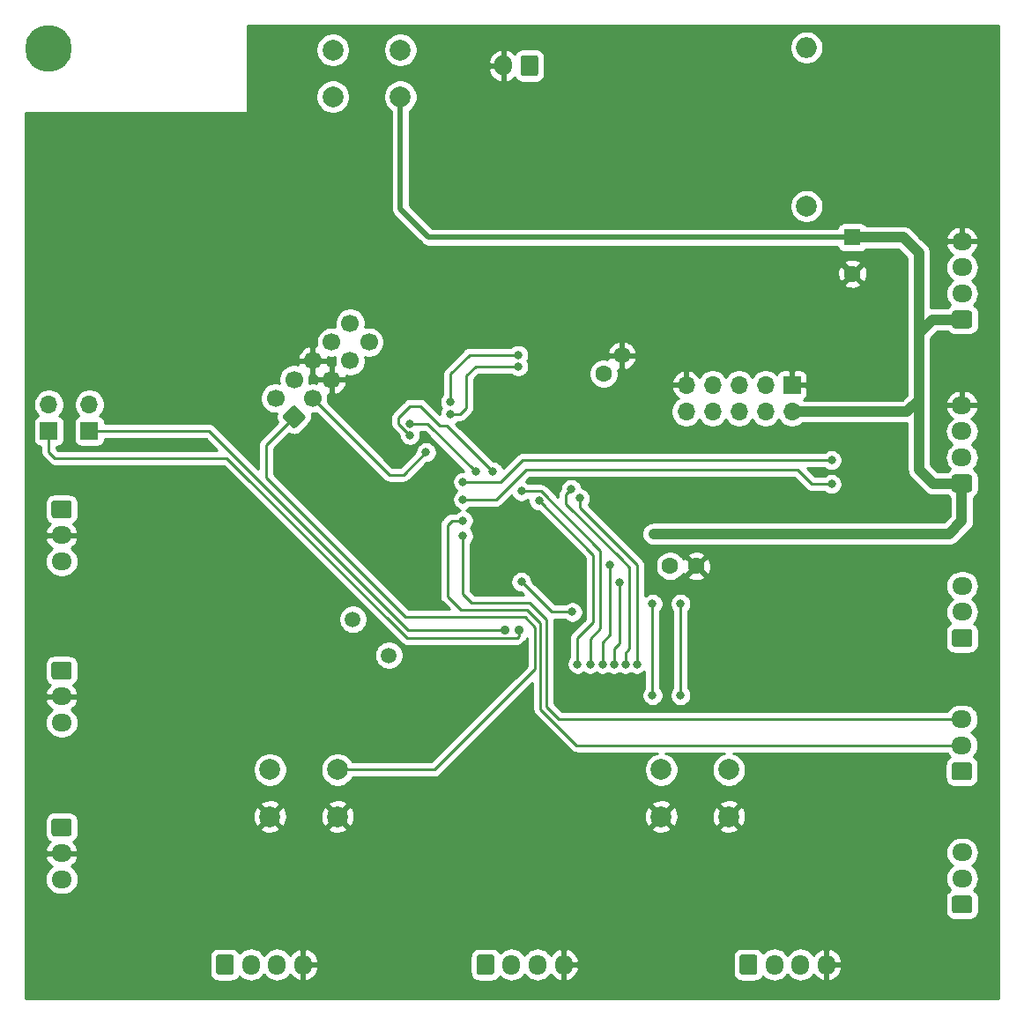
<source format=gbr>
%TF.GenerationSoftware,KiCad,Pcbnew,(5.1.10)-1*%
%TF.CreationDate,2021-10-14T00:36:54-03:00*%
%TF.ProjectId,3ARA_PCB,33415241-5f50-4434-922e-6b696361645f,rev?*%
%TF.SameCoordinates,Original*%
%TF.FileFunction,Copper,L2,Bot*%
%TF.FilePolarity,Positive*%
%FSLAX46Y46*%
G04 Gerber Fmt 4.6, Leading zero omitted, Abs format (unit mm)*
G04 Created by KiCad (PCBNEW (5.1.10)-1) date 2021-10-14 00:36:54*
%MOMM*%
%LPD*%
G01*
G04 APERTURE LIST*
%TA.AperFunction,ComponentPad*%
%ADD10C,1.600000*%
%TD*%
%TA.AperFunction,ComponentPad*%
%ADD11O,2.000000X2.000000*%
%TD*%
%TA.AperFunction,ComponentPad*%
%ADD12C,2.000000*%
%TD*%
%TA.AperFunction,ComponentPad*%
%ADD13R,1.600000X1.600000*%
%TD*%
%TA.AperFunction,ComponentPad*%
%ADD14C,1.700000*%
%TD*%
%TA.AperFunction,ComponentPad*%
%ADD15O,1.950000X1.700000*%
%TD*%
%TA.AperFunction,ComponentPad*%
%ADD16O,1.700000X1.700000*%
%TD*%
%TA.AperFunction,ComponentPad*%
%ADD17R,1.700000X1.700000*%
%TD*%
%TA.AperFunction,ComponentPad*%
%ADD18O,1.700000X2.000000*%
%TD*%
%TA.AperFunction,ComponentPad*%
%ADD19O,1.700000X1.950000*%
%TD*%
%TA.AperFunction,ComponentPad*%
%ADD20C,1.500000*%
%TD*%
%TA.AperFunction,ViaPad*%
%ADD21C,4.500000*%
%TD*%
%TA.AperFunction,ViaPad*%
%ADD22C,0.800000*%
%TD*%
%TA.AperFunction,ViaPad*%
%ADD23C,0.900000*%
%TD*%
%TA.AperFunction,Conductor*%
%ADD24C,0.500000*%
%TD*%
%TA.AperFunction,Conductor*%
%ADD25C,1.000000*%
%TD*%
%TA.AperFunction,Conductor*%
%ADD26C,0.250000*%
%TD*%
%TA.AperFunction,Conductor*%
%ADD27C,0.254000*%
%TD*%
%TA.AperFunction,Conductor*%
%ADD28C,0.100000*%
%TD*%
G04 APERTURE END LIST*
D10*
%TO.P,C5,2*%
%TO.N,GND*%
X163067767Y-82432233D03*
%TO.P,C5,1*%
%TO.N,Net-(C5-Pad1)*%
X161300000Y-84200000D03*
%TD*%
%TO.P,C3,2*%
%TO.N,GND*%
X170200000Y-102680000D03*
%TO.P,C3,1*%
%TO.N,Net-(C3-Pad1)*%
X167700000Y-102680000D03*
%TD*%
D11*
%TO.P,L2,2*%
%TO.N,+3V3*%
X180800000Y-52860000D03*
D12*
%TO.P,L2,1*%
%TO.N,Net-(D4-Pad1)*%
X180800000Y-68100000D03*
%TD*%
D10*
%TO.P,C21,2*%
%TO.N,GND*%
X185200000Y-74600000D03*
D13*
%TO.P,C21,1*%
%TO.N,+3V3*%
X185200000Y-71100000D03*
%TD*%
D14*
%TO.P,J1,10*%
%TO.N,N/C*%
X136960154Y-79375744D03*
%TO.P,J1,8*%
X135164102Y-81171795D03*
%TO.P,J1,6*%
%TO.N,GND*%
X133368051Y-82967846D03*
%TO.P,J1,4*%
%TO.N,/SWDIO*%
X131572000Y-84763898D03*
%TO.P,J1,2*%
%TO.N,/SWCLK*%
X129775949Y-86559949D03*
%TO.P,J1,9*%
%TO.N,N/C*%
X138756205Y-81171795D03*
%TO.P,J1,7*%
%TO.N,Net-(J1-Pad7)*%
X136960154Y-82967846D03*
%TO.P,J1,5*%
%TO.N,GND*%
X135164102Y-84763898D03*
%TO.P,J1,3*%
%TO.N,/SWO(SWIM)*%
X133368051Y-86559949D03*
%TO.P,J1,1*%
%TO.N,/NRST*%
%TA.AperFunction,ComponentPad*%
G36*
G01*
X132597305Y-88532777D02*
X131748777Y-89381305D01*
G75*
G02*
X131395223Y-89381305I-176777J176777D01*
G01*
X130546695Y-88532777D01*
G75*
G02*
X130546695Y-88179223I176777J176777D01*
G01*
X131395223Y-87330695D01*
G75*
G02*
X131748777Y-87330695I176777J-176777D01*
G01*
X132597305Y-88179223D01*
G75*
G02*
X132597305Y-88532777I-176777J-176777D01*
G01*
G37*
%TD.AperFunction*%
%TD*%
D15*
%TO.P,J7,3*%
%TO.N,+3V3*%
X109232000Y-132790000D03*
%TO.P,J7,2*%
%TO.N,GND*%
X109232000Y-130290000D03*
%TO.P,J7,1*%
%TO.N,/HALL_1*%
%TA.AperFunction,ComponentPad*%
G36*
G01*
X108507000Y-126940000D02*
X109957000Y-126940000D01*
G75*
G02*
X110207000Y-127190000I0J-250000D01*
G01*
X110207000Y-128390000D01*
G75*
G02*
X109957000Y-128640000I-250000J0D01*
G01*
X108507000Y-128640000D01*
G75*
G02*
X108257000Y-128390000I0J250000D01*
G01*
X108257000Y-127190000D01*
G75*
G02*
X108507000Y-126940000I250000J0D01*
G01*
G37*
%TD.AperFunction*%
%TD*%
%TO.P,J5,3*%
%TO.N,+3V3*%
X109232000Y-117726000D03*
%TO.P,J5,2*%
%TO.N,GND*%
X109232000Y-115226000D03*
%TO.P,J5,1*%
%TO.N,/HALL_2*%
%TA.AperFunction,ComponentPad*%
G36*
G01*
X108507000Y-111876000D02*
X109957000Y-111876000D01*
G75*
G02*
X110207000Y-112126000I0J-250000D01*
G01*
X110207000Y-113326000D01*
G75*
G02*
X109957000Y-113576000I-250000J0D01*
G01*
X108507000Y-113576000D01*
G75*
G02*
X108257000Y-113326000I0J250000D01*
G01*
X108257000Y-112126000D01*
G75*
G02*
X108507000Y-111876000I250000J0D01*
G01*
G37*
%TD.AperFunction*%
%TD*%
%TO.P,J3,3*%
%TO.N,+3V3*%
X109232000Y-102232000D03*
%TO.P,J3,2*%
%TO.N,GND*%
X109232000Y-99732000D03*
%TO.P,J3,1*%
%TO.N,/HALL_3*%
%TA.AperFunction,ComponentPad*%
G36*
G01*
X108507000Y-96382000D02*
X109957000Y-96382000D01*
G75*
G02*
X110207000Y-96632000I0J-250000D01*
G01*
X110207000Y-97832000D01*
G75*
G02*
X109957000Y-98082000I-250000J0D01*
G01*
X108507000Y-98082000D01*
G75*
G02*
X108257000Y-97832000I0J250000D01*
G01*
X108257000Y-96632000D01*
G75*
G02*
X108507000Y-96382000I250000J0D01*
G01*
G37*
%TD.AperFunction*%
%TD*%
D16*
%TO.P,J16,10*%
%TO.N,/PB15*%
X169240000Y-87840000D03*
%TO.P,J16,9*%
%TO.N,GND*%
X169240000Y-85300000D03*
%TO.P,J16,8*%
%TO.N,/PB14*%
X171780000Y-87840000D03*
%TO.P,J16,7*%
%TO.N,/PA10*%
X171780000Y-85300000D03*
%TO.P,J16,6*%
%TO.N,/PB13*%
X174320000Y-87840000D03*
%TO.P,J16,5*%
%TO.N,/PA11*%
X174320000Y-85300000D03*
%TO.P,J16,4*%
%TO.N,/PB12*%
X176860000Y-87840000D03*
%TO.P,J16,3*%
%TO.N,/PA12*%
X176860000Y-85300000D03*
%TO.P,J16,2*%
%TO.N,+3V3*%
X179400000Y-87840000D03*
D17*
%TO.P,J16,1*%
%TO.N,GND*%
X179400000Y-85300000D03*
%TD*%
D18*
%TO.P,J9,2*%
%TO.N,GND*%
X151678000Y-54600000D03*
%TO.P,J9,1*%
%TO.N,Net-(D7-Pad2)*%
%TA.AperFunction,ComponentPad*%
G36*
G01*
X155028000Y-53850000D02*
X155028000Y-55350000D01*
G75*
G02*
X154778000Y-55600000I-250000J0D01*
G01*
X153578000Y-55600000D01*
G75*
G02*
X153328000Y-55350000I0J250000D01*
G01*
X153328000Y-53850000D01*
G75*
G02*
X153578000Y-53600000I250000J0D01*
G01*
X154778000Y-53600000D01*
G75*
G02*
X155028000Y-53850000I0J-250000D01*
G01*
G37*
%TD.AperFunction*%
%TD*%
D15*
%TO.P,J15,4*%
%TO.N,GND*%
X195742000Y-71494000D03*
%TO.P,J15,3*%
%TO.N,/PC12_UART_5_Tx*%
X195742000Y-73994000D03*
%TO.P,J15,2*%
%TO.N,/PD2_UART_5_Rx*%
X195742000Y-76494000D03*
%TO.P,J15,1*%
%TO.N,+3V3*%
%TA.AperFunction,ComponentPad*%
G36*
G01*
X196467000Y-79844000D02*
X195017000Y-79844000D01*
G75*
G02*
X194767000Y-79594000I0J250000D01*
G01*
X194767000Y-78394000D01*
G75*
G02*
X195017000Y-78144000I250000J0D01*
G01*
X196467000Y-78144000D01*
G75*
G02*
X196717000Y-78394000I0J-250000D01*
G01*
X196717000Y-79594000D01*
G75*
G02*
X196467000Y-79844000I-250000J0D01*
G01*
G37*
%TD.AperFunction*%
%TD*%
%TO.P,J14,4*%
%TO.N,GND*%
X195728000Y-87242000D03*
%TO.P,J14,3*%
%TO.N,/PB6_I2C1_SCL*%
X195728000Y-89742000D03*
%TO.P,J14,2*%
%TO.N,/PB7_I2C1_SDA*%
X195728000Y-92242000D03*
%TO.P,J14,1*%
%TO.N,+3V3*%
%TA.AperFunction,ComponentPad*%
G36*
G01*
X196453000Y-95592000D02*
X195003000Y-95592000D01*
G75*
G02*
X194753000Y-95342000I0J250000D01*
G01*
X194753000Y-94142000D01*
G75*
G02*
X195003000Y-93892000I250000J0D01*
G01*
X196453000Y-93892000D01*
G75*
G02*
X196703000Y-94142000I0J-250000D01*
G01*
X196703000Y-95342000D01*
G75*
G02*
X196453000Y-95592000I-250000J0D01*
G01*
G37*
%TD.AperFunction*%
%TD*%
D19*
%TO.P,J11,4*%
%TO.N,GND*%
X182720000Y-140978000D03*
%TO.P,J11,3*%
%TO.N,/TIM3_CH2*%
X180220000Y-140978000D03*
%TO.P,J11,2*%
%TO.N,/TIM3_CH1*%
X177720000Y-140978000D03*
%TO.P,J11,1*%
%TO.N,+3V3*%
%TA.AperFunction,ComponentPad*%
G36*
G01*
X174370000Y-141703000D02*
X174370000Y-140253000D01*
G75*
G02*
X174620000Y-140003000I250000J0D01*
G01*
X175820000Y-140003000D01*
G75*
G02*
X176070000Y-140253000I0J-250000D01*
G01*
X176070000Y-141703000D01*
G75*
G02*
X175820000Y-141953000I-250000J0D01*
G01*
X174620000Y-141953000D01*
G75*
G02*
X174370000Y-141703000I0J250000D01*
G01*
G37*
%TD.AperFunction*%
%TD*%
%TO.P,J10,4*%
%TO.N,GND*%
X157460000Y-140978000D03*
%TO.P,J10,3*%
%TO.N,/TIM8_CH2*%
X154960000Y-140978000D03*
%TO.P,J10,2*%
%TO.N,/TIM8_CH1*%
X152460000Y-140978000D03*
%TO.P,J10,1*%
%TO.N,+3V3*%
%TA.AperFunction,ComponentPad*%
G36*
G01*
X149110000Y-141703000D02*
X149110000Y-140253000D01*
G75*
G02*
X149360000Y-140003000I250000J0D01*
G01*
X150560000Y-140003000D01*
G75*
G02*
X150810000Y-140253000I0J-250000D01*
G01*
X150810000Y-141703000D01*
G75*
G02*
X150560000Y-141953000I-250000J0D01*
G01*
X149360000Y-141953000D01*
G75*
G02*
X149110000Y-141703000I0J250000D01*
G01*
G37*
%TD.AperFunction*%
%TD*%
%TO.P,J8,4*%
%TO.N,GND*%
X132428000Y-140978000D03*
%TO.P,J8,3*%
%TO.N,/TIM4_CH2*%
X129928000Y-140978000D03*
%TO.P,J8,2*%
%TO.N,/TIM4_CH1*%
X127428000Y-140978000D03*
%TO.P,J8,1*%
%TO.N,+3V3*%
%TA.AperFunction,ComponentPad*%
G36*
G01*
X124078000Y-141703000D02*
X124078000Y-140253000D01*
G75*
G02*
X124328000Y-140003000I250000J0D01*
G01*
X125528000Y-140003000D01*
G75*
G02*
X125778000Y-140253000I0J-250000D01*
G01*
X125778000Y-141703000D01*
G75*
G02*
X125528000Y-141953000I-250000J0D01*
G01*
X124328000Y-141953000D01*
G75*
G02*
X124078000Y-141703000I0J250000D01*
G01*
G37*
%TD.AperFunction*%
%TD*%
D15*
%TO.P,J6,3*%
%TO.N,/MOTOR_3_L*%
X195742000Y-130200000D03*
%TO.P,J6,2*%
%TO.N,/MOTOR_3_R*%
X195742000Y-132700000D03*
%TO.P,J6,1*%
%TO.N,/MOTOR_3(PWM)*%
%TA.AperFunction,ComponentPad*%
G36*
G01*
X196467000Y-136050000D02*
X195017000Y-136050000D01*
G75*
G02*
X194767000Y-135800000I0J250000D01*
G01*
X194767000Y-134600000D01*
G75*
G02*
X195017000Y-134350000I250000J0D01*
G01*
X196467000Y-134350000D01*
G75*
G02*
X196717000Y-134600000I0J-250000D01*
G01*
X196717000Y-135800000D01*
G75*
G02*
X196467000Y-136050000I-250000J0D01*
G01*
G37*
%TD.AperFunction*%
%TD*%
%TO.P,J4,3*%
%TO.N,/MOTOR_2_L*%
X195720000Y-117400000D03*
%TO.P,J4,2*%
%TO.N,/MOTOR_2_R*%
X195720000Y-119900000D03*
%TO.P,J4,1*%
%TO.N,/MOTOR_2(PWM)*%
%TA.AperFunction,ComponentPad*%
G36*
G01*
X196445000Y-123250000D02*
X194995000Y-123250000D01*
G75*
G02*
X194745000Y-123000000I0J250000D01*
G01*
X194745000Y-121800000D01*
G75*
G02*
X194995000Y-121550000I250000J0D01*
G01*
X196445000Y-121550000D01*
G75*
G02*
X196695000Y-121800000I0J-250000D01*
G01*
X196695000Y-123000000D01*
G75*
G02*
X196445000Y-123250000I-250000J0D01*
G01*
G37*
%TD.AperFunction*%
%TD*%
%TO.P,J2,3*%
%TO.N,/MOTOR_1_L*%
X195742000Y-104600000D03*
%TO.P,J2,2*%
%TO.N,/MOTOR_1_R*%
X195742000Y-107100000D03*
%TO.P,J2,1*%
%TO.N,/MOTOR_1(PWM)*%
%TA.AperFunction,ComponentPad*%
G36*
G01*
X196467000Y-110450000D02*
X195017000Y-110450000D01*
G75*
G02*
X194767000Y-110200000I0J250000D01*
G01*
X194767000Y-109000000D01*
G75*
G02*
X195017000Y-108750000I250000J0D01*
G01*
X196467000Y-108750000D01*
G75*
G02*
X196717000Y-109000000I0J-250000D01*
G01*
X196717000Y-110200000D01*
G75*
G02*
X196467000Y-110450000I-250000J0D01*
G01*
G37*
%TD.AperFunction*%
%TD*%
D16*
%TO.P,J13,2*%
%TO.N,/HC05_RX*%
X111900000Y-87160000D03*
D17*
%TO.P,J13,1*%
%TO.N,/PA2(Tx)*%
X111900000Y-89700000D03*
%TD*%
D16*
%TO.P,J12,2*%
%TO.N,/HC05_TX*%
X108000000Y-87160000D03*
D17*
%TO.P,J12,1*%
%TO.N,/PA3(Rx)*%
X108000000Y-89700000D03*
%TD*%
D12*
%TO.P,SW1,2*%
%TO.N,GND*%
X129246000Y-126750000D03*
%TO.P,SW1,1*%
%TO.N,/NRST*%
X129246000Y-122250000D03*
%TO.P,SW1,2*%
%TO.N,GND*%
X135746000Y-126750000D03*
%TO.P,SW1,1*%
%TO.N,/NRST*%
X135746000Y-122250000D03*
%TD*%
%TO.P,SW2,1*%
%TO.N,/PE8*%
X173338000Y-122250000D03*
%TO.P,SW2,2*%
%TO.N,GND*%
X173338000Y-126750000D03*
%TO.P,SW2,1*%
%TO.N,/PE8*%
X166838000Y-122250000D03*
%TO.P,SW2,2*%
%TO.N,GND*%
X166838000Y-126750000D03*
%TD*%
%TO.P,SW3,2*%
%TO.N,+3V3*%
X135286000Y-57586000D03*
%TO.P,SW3,1*%
%TO.N,Net-(R7-Pad1)*%
X135286000Y-53086000D03*
%TO.P,SW3,2*%
%TO.N,+3V3*%
X141786000Y-57586000D03*
%TO.P,SW3,1*%
%TO.N,Net-(R7-Pad1)*%
X141786000Y-53086000D03*
%TD*%
D20*
%TO.P,Y1,1*%
%TO.N,Net-(C6-Pad1)*%
X137220000Y-107810000D03*
%TO.P,Y1,2*%
%TO.N,Net-(C7-Pad1)*%
X140670681Y-111260681D03*
%TD*%
D21*
%TO.N,*%
X108000000Y-53000000D03*
%TO.N,GND*%
X197000000Y-142000000D03*
X108000000Y-142000000D03*
D22*
X139100000Y-97400000D03*
X150700000Y-80900000D03*
X157300000Y-109200000D03*
X159200000Y-104700000D03*
X136000000Y-94600000D03*
X151100000Y-118600000D03*
X143900000Y-131700000D03*
X155000000Y-84400000D03*
X117300000Y-85100000D03*
%TO.N,+3V3*%
X166100000Y-99600000D03*
%TO.N,/PE15*%
X161900000Y-102600000D03*
X161200000Y-112100000D03*
D23*
%TO.N,/PA2(Tx)*%
X151800000Y-108799994D03*
%TO.N,/PA3(Rx)*%
X153200013Y-108799994D03*
D22*
%TO.N,/SWO(SWIM)*%
X144250000Y-91750000D03*
%TO.N,/MOTOR_3_L*%
X159025000Y-96175000D03*
X164500000Y-112100000D03*
%TO.N,/MOTOR_3_R*%
X158200000Y-95300000D03*
X163400000Y-112100000D03*
%TO.N,/TIM4_CH2*%
X142700000Y-90100000D03*
X150650000Y-93600000D03*
%TO.N,/TIM4_CH1*%
X142700000Y-89000000D03*
X149000000Y-93600000D03*
%TO.N,/TIM8_CH2*%
X160000000Y-112100000D03*
X153400000Y-95500000D03*
%TO.N,/TIM8_CH1*%
X155100000Y-96400000D03*
X158800000Y-112100000D03*
%TO.N,/PC12_UART_5_Tx*%
X146600000Y-86900000D03*
X153100000Y-82400000D03*
%TO.N,/PD2_UART_5_Rx*%
X146600000Y-88100000D03*
X153100000Y-83500000D03*
%TO.N,/MOTOR_2_L*%
X147800000Y-99800000D03*
%TO.N,/MOTOR_2_R*%
X147800000Y-98300000D03*
%TO.N,/PB6_I2C1_SCL*%
X147800000Y-94600000D03*
X183200000Y-92500000D03*
%TO.N,/PB7_I2C1_SDA*%
X147800000Y-96300000D03*
X183200000Y-94800000D03*
%TO.N,/MOTOR_1_L*%
X158300000Y-107100000D03*
X153400000Y-104200000D03*
%TO.N,/TIM3_CH2*%
X168700000Y-106300000D03*
X168700000Y-115100000D03*
%TO.N,/TIM3_CH1*%
X166000000Y-106300000D03*
X166000000Y-115100000D03*
%TO.N,/PE8*%
X162300000Y-112100000D03*
X162800000Y-104300000D03*
%TD*%
D24*
%TO.N,+3V3*%
X191600000Y-80200000D02*
X192806000Y-78994000D01*
X191600000Y-72600000D02*
X191600000Y-80200000D01*
X108664000Y-102200000D02*
X108632000Y-102232000D01*
X195742000Y-78994000D02*
X192806000Y-78994000D01*
X191600000Y-86700000D02*
X191600000Y-80200000D01*
X141786000Y-68386000D02*
X141786000Y-57586000D01*
X144500000Y-71100000D02*
X141786000Y-68386000D01*
X185200000Y-71100000D02*
X144500000Y-71100000D01*
D25*
X190100000Y-71100000D02*
X191600000Y-72600000D01*
X185200000Y-71100000D02*
X190100000Y-71100000D01*
X191600000Y-86700000D02*
X190460000Y-87840000D01*
X190460000Y-87840000D02*
X179400000Y-87840000D01*
X192931000Y-78994000D02*
X191600000Y-80325000D01*
X195742000Y-78994000D02*
X192931000Y-78994000D01*
X191600000Y-80325000D02*
X191600000Y-86700000D01*
X191600000Y-72600000D02*
X191600000Y-80325000D01*
X191600000Y-93400000D02*
X192942000Y-94742000D01*
X191600000Y-86700000D02*
X191600000Y-93400000D01*
X195728000Y-94742000D02*
X192942000Y-94742000D01*
X194500000Y-99600000D02*
X195728000Y-98372000D01*
X166100000Y-99600000D02*
X194500000Y-99600000D01*
X195728000Y-94742000D02*
X195728000Y-98372000D01*
D26*
%TO.N,/NRST*%
X128875000Y-91053000D02*
X131572000Y-88356000D01*
X128875000Y-94175000D02*
X128875000Y-91053000D01*
X142300000Y-107600000D02*
X128875000Y-94175000D01*
X154699978Y-108549978D02*
X153750000Y-107600000D01*
X154699978Y-112600022D02*
X154699978Y-108549978D01*
X153750000Y-107600000D02*
X142300000Y-107600000D01*
X145050000Y-122250000D02*
X154699978Y-112600022D01*
X135746000Y-122250000D02*
X145050000Y-122250000D01*
%TO.N,/PE15*%
X161200000Y-110000000D02*
X161200000Y-112100000D01*
X161900000Y-109300000D02*
X161200000Y-110000000D01*
X161900000Y-102600000D02*
X161900000Y-109300000D01*
%TO.N,/PA2(Tx)*%
X142499994Y-108799994D02*
X151800000Y-108799994D01*
X123400000Y-89700000D02*
X124350000Y-90650000D01*
X111900000Y-89700000D02*
X123400000Y-89700000D01*
X124350000Y-90650000D02*
X142499994Y-108799994D01*
X124134000Y-90434000D02*
X124350000Y-90650000D01*
%TO.N,/PA3(Rx)*%
X153000000Y-109600000D02*
X153200013Y-109399987D01*
X153200013Y-109399987D02*
X153200013Y-108799994D01*
X153000000Y-109600000D02*
X142400000Y-109600000D01*
X142400000Y-109600000D02*
X125100000Y-92300000D01*
X125100000Y-92300000D02*
X108600000Y-92300000D01*
X108000000Y-91700000D02*
X108600000Y-92300000D01*
X108000000Y-89700000D02*
X108000000Y-91700000D01*
%TO.N,/SWO(SWIM)*%
X133368051Y-86559949D02*
X140708102Y-93900000D01*
X140708102Y-93900000D02*
X142100000Y-93900000D01*
X142100000Y-93900000D02*
X144250000Y-91750000D01*
%TO.N,/MOTOR_3_L*%
X164500000Y-102550000D02*
X164500000Y-112100000D01*
X159025000Y-96175000D02*
X159025000Y-97075000D01*
X159025000Y-97075000D02*
X159125000Y-97175000D01*
X159125000Y-97175000D02*
X164500000Y-102550000D01*
%TO.N,/MOTOR_3_R*%
X157700000Y-95800000D02*
X157700000Y-96700000D01*
X158200000Y-95300000D02*
X157700000Y-95800000D01*
X163100000Y-102100000D02*
X163200000Y-102200000D01*
X157700000Y-96700000D02*
X163100000Y-102100000D01*
X163800000Y-102800000D02*
X163100000Y-102100000D01*
X163800000Y-110600000D02*
X163800000Y-102800000D01*
X163400000Y-111000000D02*
X163675000Y-110725000D01*
X163400000Y-112100000D02*
X163400000Y-111000000D01*
X163675000Y-110725000D02*
X163800000Y-110600000D01*
%TO.N,/TIM4_CH2*%
X146250000Y-89200000D02*
X150650000Y-93600000D01*
X145600000Y-89200000D02*
X146250000Y-89200000D01*
X142700000Y-87300000D02*
X143700000Y-87300000D01*
X143700000Y-87300000D02*
X145600000Y-89200000D01*
X141600000Y-88400000D02*
X142700000Y-87300000D01*
X141600000Y-89000000D02*
X141600000Y-88400000D01*
X142700000Y-90100000D02*
X141600000Y-89000000D01*
%TO.N,/TIM4_CH1*%
X144400000Y-89000000D02*
X142700000Y-89000000D01*
X149000000Y-93600000D02*
X144400000Y-89000000D01*
%TO.N,/TIM8_CH2*%
X155300000Y-95500000D02*
X153400000Y-95500000D01*
X161000000Y-101200000D02*
X155300000Y-95500000D01*
X161000000Y-108700000D02*
X161000000Y-101200000D01*
X160000000Y-109700000D02*
X161000000Y-108700000D01*
X160000000Y-112100000D02*
X160000000Y-109700000D01*
%TO.N,/TIM8_CH1*%
X155100000Y-96400000D02*
X160300000Y-101600000D01*
X160300000Y-101600000D02*
X160300000Y-108100000D01*
X158800000Y-109600000D02*
X158800000Y-112100000D01*
X160300000Y-108100000D02*
X158800000Y-109600000D01*
%TO.N,/PC12_UART_5_Tx*%
X151800000Y-82400000D02*
X153100000Y-82400000D01*
X149100000Y-82400000D02*
X149500000Y-82400000D01*
X149500000Y-82400000D02*
X151800000Y-82400000D01*
X148425000Y-82400000D02*
X149500000Y-82400000D01*
X146600000Y-84225000D02*
X148425000Y-82400000D01*
X146600000Y-86900000D02*
X146600000Y-84225000D01*
%TO.N,/PD2_UART_5_Rx*%
X147500000Y-88100000D02*
X146600000Y-88100000D01*
X148100000Y-87500000D02*
X147500000Y-88100000D01*
X148100000Y-84400000D02*
X148100000Y-87500000D01*
X149000000Y-83500000D02*
X148100000Y-84400000D01*
X149000000Y-83500000D02*
X151400000Y-83500000D01*
X151400000Y-83500000D02*
X151300000Y-83500000D01*
X153100000Y-83500000D02*
X151400000Y-83500000D01*
%TO.N,/MOTOR_2_L*%
X155800000Y-107800000D02*
X155800000Y-116200000D01*
X148600000Y-106200000D02*
X154200000Y-106200000D01*
X154200000Y-106200000D02*
X155800000Y-107800000D01*
X147800000Y-99800000D02*
X147800000Y-105400000D01*
X157000000Y-117400000D02*
X195720000Y-117400000D01*
X147800000Y-105400000D02*
X148600000Y-106200000D01*
X155800000Y-116200000D02*
X157000000Y-117400000D01*
%TO.N,/MOTOR_2_R*%
X147600000Y-106900000D02*
X146300000Y-105600000D01*
X153975000Y-106900000D02*
X147600000Y-106900000D01*
X155249989Y-108174989D02*
X153975000Y-106900000D01*
X158722167Y-119900000D02*
X155249989Y-116427822D01*
X155249989Y-116427822D02*
X155249989Y-108174989D01*
X195720000Y-119900000D02*
X158722167Y-119900000D01*
X147800000Y-98300000D02*
X146750000Y-98300000D01*
X146750000Y-98300000D02*
X146300000Y-98750000D01*
X146300000Y-98750000D02*
X146300000Y-99875000D01*
X146300000Y-99875000D02*
X146300000Y-99800000D01*
X146300000Y-105600000D02*
X146300000Y-99875000D01*
%TO.N,/PB6_I2C1_SCL*%
X153500000Y-92500000D02*
X183200000Y-92500000D01*
X151400000Y-94600000D02*
X153500000Y-92500000D01*
X147800000Y-94600000D02*
X151400000Y-94600000D01*
%TO.N,/PB7_I2C1_SDA*%
X183200000Y-94800000D02*
X183200000Y-94800000D01*
X179900000Y-93400000D02*
X153900000Y-93400000D01*
X181300000Y-94800000D02*
X179900000Y-93400000D01*
X183200000Y-94800000D02*
X181300000Y-94800000D01*
X147800000Y-96300000D02*
X151000000Y-96300000D01*
X151000000Y-96300000D02*
X151850000Y-95450000D01*
X151850000Y-95450000D02*
X151700000Y-95600000D01*
X153900000Y-93400000D02*
X151850000Y-95450000D01*
%TO.N,/MOTOR_1_L*%
X156300000Y-107100000D02*
X153400000Y-104200000D01*
X158300000Y-107100000D02*
X156300000Y-107100000D01*
%TO.N,/TIM3_CH2*%
X168700000Y-115100000D02*
X168700000Y-106300000D01*
%TO.N,/TIM3_CH1*%
X166000000Y-106300000D02*
X166000000Y-115100000D01*
%TO.N,/PE8*%
X162300000Y-112100000D02*
X162300000Y-110600000D01*
X162300000Y-110600000D02*
X162800000Y-110100000D01*
X162800000Y-110100000D02*
X162800000Y-104300000D01*
X162800000Y-104300000D02*
X162800000Y-104300000D01*
%TD*%
D27*
%TO.N,GND*%
X199215001Y-144215000D02*
X105785000Y-144215000D01*
X105785000Y-140253000D01*
X123439928Y-140253000D01*
X123439928Y-141703000D01*
X123456992Y-141876254D01*
X123507528Y-142042850D01*
X123589595Y-142196386D01*
X123700038Y-142330962D01*
X123834614Y-142441405D01*
X123988150Y-142523472D01*
X124154746Y-142574008D01*
X124328000Y-142591072D01*
X125528000Y-142591072D01*
X125701254Y-142574008D01*
X125867850Y-142523472D01*
X126021386Y-142441405D01*
X126155962Y-142330962D01*
X126266405Y-142196386D01*
X126320777Y-142094663D01*
X126372866Y-142158134D01*
X126598987Y-142343706D01*
X126856967Y-142481599D01*
X127136890Y-142566513D01*
X127428000Y-142595185D01*
X127719111Y-142566513D01*
X127999034Y-142481599D01*
X128257014Y-142343706D01*
X128483134Y-142158134D01*
X128668706Y-141932014D01*
X128678000Y-141914626D01*
X128687294Y-141932014D01*
X128872866Y-142158134D01*
X129098987Y-142343706D01*
X129356967Y-142481599D01*
X129636890Y-142566513D01*
X129928000Y-142595185D01*
X130219111Y-142566513D01*
X130499034Y-142481599D01*
X130757014Y-142343706D01*
X130983134Y-142158134D01*
X131168706Y-141932014D01*
X131182462Y-141906278D01*
X131338951Y-142112429D01*
X131556807Y-142305496D01*
X131808142Y-142452352D01*
X132071110Y-142544476D01*
X132301000Y-142423155D01*
X132301000Y-141105000D01*
X132555000Y-141105000D01*
X132555000Y-142423155D01*
X132784890Y-142544476D01*
X133047858Y-142452352D01*
X133299193Y-142305496D01*
X133517049Y-142112429D01*
X133693053Y-141880570D01*
X133820442Y-141618830D01*
X133894320Y-141337267D01*
X133754165Y-141105000D01*
X132555000Y-141105000D01*
X132301000Y-141105000D01*
X132281000Y-141105000D01*
X132281000Y-140851000D01*
X132301000Y-140851000D01*
X132301000Y-139532845D01*
X132555000Y-139532845D01*
X132555000Y-140851000D01*
X133754165Y-140851000D01*
X133894320Y-140618733D01*
X133820442Y-140337170D01*
X133779477Y-140253000D01*
X148471928Y-140253000D01*
X148471928Y-141703000D01*
X148488992Y-141876254D01*
X148539528Y-142042850D01*
X148621595Y-142196386D01*
X148732038Y-142330962D01*
X148866614Y-142441405D01*
X149020150Y-142523472D01*
X149186746Y-142574008D01*
X149360000Y-142591072D01*
X150560000Y-142591072D01*
X150733254Y-142574008D01*
X150899850Y-142523472D01*
X151053386Y-142441405D01*
X151187962Y-142330962D01*
X151298405Y-142196386D01*
X151352777Y-142094663D01*
X151404866Y-142158134D01*
X151630987Y-142343706D01*
X151888967Y-142481599D01*
X152168890Y-142566513D01*
X152460000Y-142595185D01*
X152751111Y-142566513D01*
X153031034Y-142481599D01*
X153289014Y-142343706D01*
X153515134Y-142158134D01*
X153700706Y-141932014D01*
X153710000Y-141914626D01*
X153719294Y-141932014D01*
X153904866Y-142158134D01*
X154130987Y-142343706D01*
X154388967Y-142481599D01*
X154668890Y-142566513D01*
X154960000Y-142595185D01*
X155251111Y-142566513D01*
X155531034Y-142481599D01*
X155789014Y-142343706D01*
X156015134Y-142158134D01*
X156200706Y-141932014D01*
X156214462Y-141906278D01*
X156370951Y-142112429D01*
X156588807Y-142305496D01*
X156840142Y-142452352D01*
X157103110Y-142544476D01*
X157333000Y-142423155D01*
X157333000Y-141105000D01*
X157587000Y-141105000D01*
X157587000Y-142423155D01*
X157816890Y-142544476D01*
X158079858Y-142452352D01*
X158331193Y-142305496D01*
X158549049Y-142112429D01*
X158725053Y-141880570D01*
X158852442Y-141618830D01*
X158926320Y-141337267D01*
X158786165Y-141105000D01*
X157587000Y-141105000D01*
X157333000Y-141105000D01*
X157313000Y-141105000D01*
X157313000Y-140851000D01*
X157333000Y-140851000D01*
X157333000Y-139532845D01*
X157587000Y-139532845D01*
X157587000Y-140851000D01*
X158786165Y-140851000D01*
X158926320Y-140618733D01*
X158852442Y-140337170D01*
X158811477Y-140253000D01*
X173731928Y-140253000D01*
X173731928Y-141703000D01*
X173748992Y-141876254D01*
X173799528Y-142042850D01*
X173881595Y-142196386D01*
X173992038Y-142330962D01*
X174126614Y-142441405D01*
X174280150Y-142523472D01*
X174446746Y-142574008D01*
X174620000Y-142591072D01*
X175820000Y-142591072D01*
X175993254Y-142574008D01*
X176159850Y-142523472D01*
X176313386Y-142441405D01*
X176447962Y-142330962D01*
X176558405Y-142196386D01*
X176612777Y-142094663D01*
X176664866Y-142158134D01*
X176890987Y-142343706D01*
X177148967Y-142481599D01*
X177428890Y-142566513D01*
X177720000Y-142595185D01*
X178011111Y-142566513D01*
X178291034Y-142481599D01*
X178549014Y-142343706D01*
X178775134Y-142158134D01*
X178960706Y-141932014D01*
X178970000Y-141914626D01*
X178979294Y-141932014D01*
X179164866Y-142158134D01*
X179390987Y-142343706D01*
X179648967Y-142481599D01*
X179928890Y-142566513D01*
X180220000Y-142595185D01*
X180511111Y-142566513D01*
X180791034Y-142481599D01*
X181049014Y-142343706D01*
X181275134Y-142158134D01*
X181460706Y-141932014D01*
X181474462Y-141906278D01*
X181630951Y-142112429D01*
X181848807Y-142305496D01*
X182100142Y-142452352D01*
X182363110Y-142544476D01*
X182593000Y-142423155D01*
X182593000Y-141105000D01*
X182847000Y-141105000D01*
X182847000Y-142423155D01*
X183076890Y-142544476D01*
X183339858Y-142452352D01*
X183591193Y-142305496D01*
X183809049Y-142112429D01*
X183985053Y-141880570D01*
X184112442Y-141618830D01*
X184186320Y-141337267D01*
X184046165Y-141105000D01*
X182847000Y-141105000D01*
X182593000Y-141105000D01*
X182573000Y-141105000D01*
X182573000Y-140851000D01*
X182593000Y-140851000D01*
X182593000Y-139532845D01*
X182847000Y-139532845D01*
X182847000Y-140851000D01*
X184046165Y-140851000D01*
X184186320Y-140618733D01*
X184112442Y-140337170D01*
X183985053Y-140075430D01*
X183809049Y-139843571D01*
X183591193Y-139650504D01*
X183339858Y-139503648D01*
X183076890Y-139411524D01*
X182847000Y-139532845D01*
X182593000Y-139532845D01*
X182363110Y-139411524D01*
X182100142Y-139503648D01*
X181848807Y-139650504D01*
X181630951Y-139843571D01*
X181474462Y-140049722D01*
X181460706Y-140023986D01*
X181275134Y-139797866D01*
X181049013Y-139612294D01*
X180791033Y-139474401D01*
X180511110Y-139389487D01*
X180220000Y-139360815D01*
X179928889Y-139389487D01*
X179648966Y-139474401D01*
X179390986Y-139612294D01*
X179164866Y-139797866D01*
X178979294Y-140023987D01*
X178970000Y-140041374D01*
X178960706Y-140023986D01*
X178775134Y-139797866D01*
X178549013Y-139612294D01*
X178291033Y-139474401D01*
X178011110Y-139389487D01*
X177720000Y-139360815D01*
X177428889Y-139389487D01*
X177148966Y-139474401D01*
X176890986Y-139612294D01*
X176664866Y-139797866D01*
X176612777Y-139861337D01*
X176558405Y-139759614D01*
X176447962Y-139625038D01*
X176313386Y-139514595D01*
X176159850Y-139432528D01*
X175993254Y-139381992D01*
X175820000Y-139364928D01*
X174620000Y-139364928D01*
X174446746Y-139381992D01*
X174280150Y-139432528D01*
X174126614Y-139514595D01*
X173992038Y-139625038D01*
X173881595Y-139759614D01*
X173799528Y-139913150D01*
X173748992Y-140079746D01*
X173731928Y-140253000D01*
X158811477Y-140253000D01*
X158725053Y-140075430D01*
X158549049Y-139843571D01*
X158331193Y-139650504D01*
X158079858Y-139503648D01*
X157816890Y-139411524D01*
X157587000Y-139532845D01*
X157333000Y-139532845D01*
X157103110Y-139411524D01*
X156840142Y-139503648D01*
X156588807Y-139650504D01*
X156370951Y-139843571D01*
X156214462Y-140049722D01*
X156200706Y-140023986D01*
X156015134Y-139797866D01*
X155789013Y-139612294D01*
X155531033Y-139474401D01*
X155251110Y-139389487D01*
X154960000Y-139360815D01*
X154668889Y-139389487D01*
X154388966Y-139474401D01*
X154130986Y-139612294D01*
X153904866Y-139797866D01*
X153719294Y-140023987D01*
X153710000Y-140041374D01*
X153700706Y-140023986D01*
X153515134Y-139797866D01*
X153289013Y-139612294D01*
X153031033Y-139474401D01*
X152751110Y-139389487D01*
X152460000Y-139360815D01*
X152168889Y-139389487D01*
X151888966Y-139474401D01*
X151630986Y-139612294D01*
X151404866Y-139797866D01*
X151352777Y-139861337D01*
X151298405Y-139759614D01*
X151187962Y-139625038D01*
X151053386Y-139514595D01*
X150899850Y-139432528D01*
X150733254Y-139381992D01*
X150560000Y-139364928D01*
X149360000Y-139364928D01*
X149186746Y-139381992D01*
X149020150Y-139432528D01*
X148866614Y-139514595D01*
X148732038Y-139625038D01*
X148621595Y-139759614D01*
X148539528Y-139913150D01*
X148488992Y-140079746D01*
X148471928Y-140253000D01*
X133779477Y-140253000D01*
X133693053Y-140075430D01*
X133517049Y-139843571D01*
X133299193Y-139650504D01*
X133047858Y-139503648D01*
X132784890Y-139411524D01*
X132555000Y-139532845D01*
X132301000Y-139532845D01*
X132071110Y-139411524D01*
X131808142Y-139503648D01*
X131556807Y-139650504D01*
X131338951Y-139843571D01*
X131182462Y-140049722D01*
X131168706Y-140023986D01*
X130983134Y-139797866D01*
X130757013Y-139612294D01*
X130499033Y-139474401D01*
X130219110Y-139389487D01*
X129928000Y-139360815D01*
X129636889Y-139389487D01*
X129356966Y-139474401D01*
X129098986Y-139612294D01*
X128872866Y-139797866D01*
X128687294Y-140023987D01*
X128678000Y-140041374D01*
X128668706Y-140023986D01*
X128483134Y-139797866D01*
X128257013Y-139612294D01*
X127999033Y-139474401D01*
X127719110Y-139389487D01*
X127428000Y-139360815D01*
X127136889Y-139389487D01*
X126856966Y-139474401D01*
X126598986Y-139612294D01*
X126372866Y-139797866D01*
X126320777Y-139861337D01*
X126266405Y-139759614D01*
X126155962Y-139625038D01*
X126021386Y-139514595D01*
X125867850Y-139432528D01*
X125701254Y-139381992D01*
X125528000Y-139364928D01*
X124328000Y-139364928D01*
X124154746Y-139381992D01*
X123988150Y-139432528D01*
X123834614Y-139514595D01*
X123700038Y-139625038D01*
X123589595Y-139759614D01*
X123507528Y-139913150D01*
X123456992Y-140079746D01*
X123439928Y-140253000D01*
X105785000Y-140253000D01*
X105785000Y-132790000D01*
X107614815Y-132790000D01*
X107643487Y-133081111D01*
X107728401Y-133361034D01*
X107866294Y-133619014D01*
X108051866Y-133845134D01*
X108277986Y-134030706D01*
X108535966Y-134168599D01*
X108815889Y-134253513D01*
X109034050Y-134275000D01*
X109429950Y-134275000D01*
X109648111Y-134253513D01*
X109928034Y-134168599D01*
X110186014Y-134030706D01*
X110412134Y-133845134D01*
X110597706Y-133619014D01*
X110735599Y-133361034D01*
X110820513Y-133081111D01*
X110849185Y-132790000D01*
X110820513Y-132498889D01*
X110735599Y-132218966D01*
X110597706Y-131960986D01*
X110412134Y-131734866D01*
X110186014Y-131549294D01*
X110160278Y-131535538D01*
X110366429Y-131379049D01*
X110559496Y-131161193D01*
X110706352Y-130909858D01*
X110798476Y-130646890D01*
X110677155Y-130417000D01*
X109359000Y-130417000D01*
X109359000Y-130437000D01*
X109105000Y-130437000D01*
X109105000Y-130417000D01*
X107786845Y-130417000D01*
X107665524Y-130646890D01*
X107757648Y-130909858D01*
X107904504Y-131161193D01*
X108097571Y-131379049D01*
X108303722Y-131535538D01*
X108277986Y-131549294D01*
X108051866Y-131734866D01*
X107866294Y-131960986D01*
X107728401Y-132218966D01*
X107643487Y-132498889D01*
X107614815Y-132790000D01*
X105785000Y-132790000D01*
X105785000Y-130200000D01*
X194124815Y-130200000D01*
X194153487Y-130491111D01*
X194238401Y-130771034D01*
X194376294Y-131029014D01*
X194561866Y-131255134D01*
X194787986Y-131440706D01*
X194805374Y-131450000D01*
X194787986Y-131459294D01*
X194561866Y-131644866D01*
X194376294Y-131870986D01*
X194238401Y-132128966D01*
X194153487Y-132408889D01*
X194124815Y-132700000D01*
X194153487Y-132991111D01*
X194238401Y-133271034D01*
X194376294Y-133529014D01*
X194561866Y-133755134D01*
X194625337Y-133807223D01*
X194523614Y-133861595D01*
X194389038Y-133972038D01*
X194278595Y-134106614D01*
X194196528Y-134260150D01*
X194145992Y-134426746D01*
X194128928Y-134600000D01*
X194128928Y-135800000D01*
X194145992Y-135973254D01*
X194196528Y-136139850D01*
X194278595Y-136293386D01*
X194389038Y-136427962D01*
X194523614Y-136538405D01*
X194677150Y-136620472D01*
X194843746Y-136671008D01*
X195017000Y-136688072D01*
X196467000Y-136688072D01*
X196640254Y-136671008D01*
X196806850Y-136620472D01*
X196960386Y-136538405D01*
X197094962Y-136427962D01*
X197205405Y-136293386D01*
X197287472Y-136139850D01*
X197338008Y-135973254D01*
X197355072Y-135800000D01*
X197355072Y-134600000D01*
X197338008Y-134426746D01*
X197287472Y-134260150D01*
X197205405Y-134106614D01*
X197094962Y-133972038D01*
X196960386Y-133861595D01*
X196858663Y-133807223D01*
X196922134Y-133755134D01*
X197107706Y-133529014D01*
X197245599Y-133271034D01*
X197330513Y-132991111D01*
X197359185Y-132700000D01*
X197330513Y-132408889D01*
X197245599Y-132128966D01*
X197107706Y-131870986D01*
X196922134Y-131644866D01*
X196696014Y-131459294D01*
X196678626Y-131450000D01*
X196696014Y-131440706D01*
X196922134Y-131255134D01*
X197107706Y-131029014D01*
X197245599Y-130771034D01*
X197330513Y-130491111D01*
X197359185Y-130200000D01*
X197330513Y-129908889D01*
X197245599Y-129628966D01*
X197107706Y-129370986D01*
X196922134Y-129144866D01*
X196696014Y-128959294D01*
X196438034Y-128821401D01*
X196158111Y-128736487D01*
X195939950Y-128715000D01*
X195544050Y-128715000D01*
X195325889Y-128736487D01*
X195045966Y-128821401D01*
X194787986Y-128959294D01*
X194561866Y-129144866D01*
X194376294Y-129370986D01*
X194238401Y-129628966D01*
X194153487Y-129908889D01*
X194124815Y-130200000D01*
X105785000Y-130200000D01*
X105785000Y-127190000D01*
X107618928Y-127190000D01*
X107618928Y-128390000D01*
X107635992Y-128563254D01*
X107686528Y-128729850D01*
X107768595Y-128883386D01*
X107879038Y-129017962D01*
X108013614Y-129128405D01*
X108118961Y-129184714D01*
X108097571Y-129200951D01*
X107904504Y-129418807D01*
X107757648Y-129670142D01*
X107665524Y-129933110D01*
X107786845Y-130163000D01*
X109105000Y-130163000D01*
X109105000Y-130143000D01*
X109359000Y-130143000D01*
X109359000Y-130163000D01*
X110677155Y-130163000D01*
X110798476Y-129933110D01*
X110706352Y-129670142D01*
X110559496Y-129418807D01*
X110366429Y-129200951D01*
X110345039Y-129184714D01*
X110450386Y-129128405D01*
X110584962Y-129017962D01*
X110695405Y-128883386D01*
X110777472Y-128729850D01*
X110828008Y-128563254D01*
X110845072Y-128390000D01*
X110845072Y-127885413D01*
X128290192Y-127885413D01*
X128385956Y-128149814D01*
X128675571Y-128290704D01*
X128987108Y-128372384D01*
X129308595Y-128391718D01*
X129627675Y-128347961D01*
X129932088Y-128242795D01*
X130106044Y-128149814D01*
X130201808Y-127885413D01*
X134790192Y-127885413D01*
X134885956Y-128149814D01*
X135175571Y-128290704D01*
X135487108Y-128372384D01*
X135808595Y-128391718D01*
X136127675Y-128347961D01*
X136432088Y-128242795D01*
X136606044Y-128149814D01*
X136701808Y-127885413D01*
X165882192Y-127885413D01*
X165977956Y-128149814D01*
X166267571Y-128290704D01*
X166579108Y-128372384D01*
X166900595Y-128391718D01*
X167219675Y-128347961D01*
X167524088Y-128242795D01*
X167698044Y-128149814D01*
X167793808Y-127885413D01*
X172382192Y-127885413D01*
X172477956Y-128149814D01*
X172767571Y-128290704D01*
X173079108Y-128372384D01*
X173400595Y-128391718D01*
X173719675Y-128347961D01*
X174024088Y-128242795D01*
X174198044Y-128149814D01*
X174293808Y-127885413D01*
X173338000Y-126929605D01*
X172382192Y-127885413D01*
X167793808Y-127885413D01*
X166838000Y-126929605D01*
X165882192Y-127885413D01*
X136701808Y-127885413D01*
X135746000Y-126929605D01*
X134790192Y-127885413D01*
X130201808Y-127885413D01*
X129246000Y-126929605D01*
X128290192Y-127885413D01*
X110845072Y-127885413D01*
X110845072Y-127190000D01*
X110828008Y-127016746D01*
X110777472Y-126850150D01*
X110757399Y-126812595D01*
X127604282Y-126812595D01*
X127648039Y-127131675D01*
X127753205Y-127436088D01*
X127846186Y-127610044D01*
X128110587Y-127705808D01*
X129066395Y-126750000D01*
X129425605Y-126750000D01*
X130381413Y-127705808D01*
X130645814Y-127610044D01*
X130786704Y-127320429D01*
X130868384Y-127008892D01*
X130880189Y-126812595D01*
X134104282Y-126812595D01*
X134148039Y-127131675D01*
X134253205Y-127436088D01*
X134346186Y-127610044D01*
X134610587Y-127705808D01*
X135566395Y-126750000D01*
X135925605Y-126750000D01*
X136881413Y-127705808D01*
X137145814Y-127610044D01*
X137286704Y-127320429D01*
X137368384Y-127008892D01*
X137380189Y-126812595D01*
X165196282Y-126812595D01*
X165240039Y-127131675D01*
X165345205Y-127436088D01*
X165438186Y-127610044D01*
X165702587Y-127705808D01*
X166658395Y-126750000D01*
X167017605Y-126750000D01*
X167973413Y-127705808D01*
X168237814Y-127610044D01*
X168378704Y-127320429D01*
X168460384Y-127008892D01*
X168472189Y-126812595D01*
X171696282Y-126812595D01*
X171740039Y-127131675D01*
X171845205Y-127436088D01*
X171938186Y-127610044D01*
X172202587Y-127705808D01*
X173158395Y-126750000D01*
X173517605Y-126750000D01*
X174473413Y-127705808D01*
X174737814Y-127610044D01*
X174878704Y-127320429D01*
X174960384Y-127008892D01*
X174979718Y-126687405D01*
X174935961Y-126368325D01*
X174830795Y-126063912D01*
X174737814Y-125889956D01*
X174473413Y-125794192D01*
X173517605Y-126750000D01*
X173158395Y-126750000D01*
X172202587Y-125794192D01*
X171938186Y-125889956D01*
X171797296Y-126179571D01*
X171715616Y-126491108D01*
X171696282Y-126812595D01*
X168472189Y-126812595D01*
X168479718Y-126687405D01*
X168435961Y-126368325D01*
X168330795Y-126063912D01*
X168237814Y-125889956D01*
X167973413Y-125794192D01*
X167017605Y-126750000D01*
X166658395Y-126750000D01*
X165702587Y-125794192D01*
X165438186Y-125889956D01*
X165297296Y-126179571D01*
X165215616Y-126491108D01*
X165196282Y-126812595D01*
X137380189Y-126812595D01*
X137387718Y-126687405D01*
X137343961Y-126368325D01*
X137238795Y-126063912D01*
X137145814Y-125889956D01*
X136881413Y-125794192D01*
X135925605Y-126750000D01*
X135566395Y-126750000D01*
X134610587Y-125794192D01*
X134346186Y-125889956D01*
X134205296Y-126179571D01*
X134123616Y-126491108D01*
X134104282Y-126812595D01*
X130880189Y-126812595D01*
X130887718Y-126687405D01*
X130843961Y-126368325D01*
X130738795Y-126063912D01*
X130645814Y-125889956D01*
X130381413Y-125794192D01*
X129425605Y-126750000D01*
X129066395Y-126750000D01*
X128110587Y-125794192D01*
X127846186Y-125889956D01*
X127705296Y-126179571D01*
X127623616Y-126491108D01*
X127604282Y-126812595D01*
X110757399Y-126812595D01*
X110695405Y-126696614D01*
X110584962Y-126562038D01*
X110450386Y-126451595D01*
X110296850Y-126369528D01*
X110130254Y-126318992D01*
X109957000Y-126301928D01*
X108507000Y-126301928D01*
X108333746Y-126318992D01*
X108167150Y-126369528D01*
X108013614Y-126451595D01*
X107879038Y-126562038D01*
X107768595Y-126696614D01*
X107686528Y-126850150D01*
X107635992Y-127016746D01*
X107618928Y-127190000D01*
X105785000Y-127190000D01*
X105785000Y-125614587D01*
X128290192Y-125614587D01*
X129246000Y-126570395D01*
X130201808Y-125614587D01*
X134790192Y-125614587D01*
X135746000Y-126570395D01*
X136701808Y-125614587D01*
X165882192Y-125614587D01*
X166838000Y-126570395D01*
X167793808Y-125614587D01*
X172382192Y-125614587D01*
X173338000Y-126570395D01*
X174293808Y-125614587D01*
X174198044Y-125350186D01*
X173908429Y-125209296D01*
X173596892Y-125127616D01*
X173275405Y-125108282D01*
X172956325Y-125152039D01*
X172651912Y-125257205D01*
X172477956Y-125350186D01*
X172382192Y-125614587D01*
X167793808Y-125614587D01*
X167698044Y-125350186D01*
X167408429Y-125209296D01*
X167096892Y-125127616D01*
X166775405Y-125108282D01*
X166456325Y-125152039D01*
X166151912Y-125257205D01*
X165977956Y-125350186D01*
X165882192Y-125614587D01*
X136701808Y-125614587D01*
X136606044Y-125350186D01*
X136316429Y-125209296D01*
X136004892Y-125127616D01*
X135683405Y-125108282D01*
X135364325Y-125152039D01*
X135059912Y-125257205D01*
X134885956Y-125350186D01*
X134790192Y-125614587D01*
X130201808Y-125614587D01*
X130106044Y-125350186D01*
X129816429Y-125209296D01*
X129504892Y-125127616D01*
X129183405Y-125108282D01*
X128864325Y-125152039D01*
X128559912Y-125257205D01*
X128385956Y-125350186D01*
X128290192Y-125614587D01*
X105785000Y-125614587D01*
X105785000Y-122088967D01*
X127611000Y-122088967D01*
X127611000Y-122411033D01*
X127673832Y-122726912D01*
X127797082Y-123024463D01*
X127976013Y-123292252D01*
X128203748Y-123519987D01*
X128471537Y-123698918D01*
X128769088Y-123822168D01*
X129084967Y-123885000D01*
X129407033Y-123885000D01*
X129722912Y-123822168D01*
X130020463Y-123698918D01*
X130288252Y-123519987D01*
X130515987Y-123292252D01*
X130694918Y-123024463D01*
X130818168Y-122726912D01*
X130881000Y-122411033D01*
X130881000Y-122088967D01*
X130818168Y-121773088D01*
X130694918Y-121475537D01*
X130515987Y-121207748D01*
X130288252Y-120980013D01*
X130020463Y-120801082D01*
X129722912Y-120677832D01*
X129407033Y-120615000D01*
X129084967Y-120615000D01*
X128769088Y-120677832D01*
X128471537Y-120801082D01*
X128203748Y-120980013D01*
X127976013Y-121207748D01*
X127797082Y-121475537D01*
X127673832Y-121773088D01*
X127611000Y-122088967D01*
X105785000Y-122088967D01*
X105785000Y-117726000D01*
X107614815Y-117726000D01*
X107643487Y-118017111D01*
X107728401Y-118297034D01*
X107866294Y-118555014D01*
X108051866Y-118781134D01*
X108277986Y-118966706D01*
X108535966Y-119104599D01*
X108815889Y-119189513D01*
X109034050Y-119211000D01*
X109429950Y-119211000D01*
X109648111Y-119189513D01*
X109928034Y-119104599D01*
X110186014Y-118966706D01*
X110412134Y-118781134D01*
X110597706Y-118555014D01*
X110735599Y-118297034D01*
X110820513Y-118017111D01*
X110849185Y-117726000D01*
X110820513Y-117434889D01*
X110735599Y-117154966D01*
X110597706Y-116896986D01*
X110412134Y-116670866D01*
X110186014Y-116485294D01*
X110160278Y-116471538D01*
X110366429Y-116315049D01*
X110559496Y-116097193D01*
X110706352Y-115845858D01*
X110798476Y-115582890D01*
X110677155Y-115353000D01*
X109359000Y-115353000D01*
X109359000Y-115373000D01*
X109105000Y-115373000D01*
X109105000Y-115353000D01*
X107786845Y-115353000D01*
X107665524Y-115582890D01*
X107757648Y-115845858D01*
X107904504Y-116097193D01*
X108097571Y-116315049D01*
X108303722Y-116471538D01*
X108277986Y-116485294D01*
X108051866Y-116670866D01*
X107866294Y-116896986D01*
X107728401Y-117154966D01*
X107643487Y-117434889D01*
X107614815Y-117726000D01*
X105785000Y-117726000D01*
X105785000Y-112126000D01*
X107618928Y-112126000D01*
X107618928Y-113326000D01*
X107635992Y-113499254D01*
X107686528Y-113665850D01*
X107768595Y-113819386D01*
X107879038Y-113953962D01*
X108013614Y-114064405D01*
X108118961Y-114120714D01*
X108097571Y-114136951D01*
X107904504Y-114354807D01*
X107757648Y-114606142D01*
X107665524Y-114869110D01*
X107786845Y-115099000D01*
X109105000Y-115099000D01*
X109105000Y-115079000D01*
X109359000Y-115079000D01*
X109359000Y-115099000D01*
X110677155Y-115099000D01*
X110798476Y-114869110D01*
X110706352Y-114606142D01*
X110559496Y-114354807D01*
X110366429Y-114136951D01*
X110345039Y-114120714D01*
X110450386Y-114064405D01*
X110584962Y-113953962D01*
X110695405Y-113819386D01*
X110777472Y-113665850D01*
X110828008Y-113499254D01*
X110845072Y-113326000D01*
X110845072Y-112126000D01*
X110828008Y-111952746D01*
X110777472Y-111786150D01*
X110695405Y-111632614D01*
X110584962Y-111498038D01*
X110450386Y-111387595D01*
X110296850Y-111305528D01*
X110130254Y-111254992D01*
X109957000Y-111237928D01*
X108507000Y-111237928D01*
X108333746Y-111254992D01*
X108167150Y-111305528D01*
X108013614Y-111387595D01*
X107879038Y-111498038D01*
X107768595Y-111632614D01*
X107686528Y-111786150D01*
X107635992Y-111952746D01*
X107618928Y-112126000D01*
X105785000Y-112126000D01*
X105785000Y-111124270D01*
X139285681Y-111124270D01*
X139285681Y-111397092D01*
X139338906Y-111664670D01*
X139443310Y-111916724D01*
X139594882Y-112143567D01*
X139787795Y-112336480D01*
X140014638Y-112488052D01*
X140266692Y-112592456D01*
X140534270Y-112645681D01*
X140807092Y-112645681D01*
X141074670Y-112592456D01*
X141326724Y-112488052D01*
X141553567Y-112336480D01*
X141746480Y-112143567D01*
X141898052Y-111916724D01*
X142002456Y-111664670D01*
X142055681Y-111397092D01*
X142055681Y-111124270D01*
X142002456Y-110856692D01*
X141898052Y-110604638D01*
X141746480Y-110377795D01*
X141553567Y-110184882D01*
X141326724Y-110033310D01*
X141074670Y-109928906D01*
X140807092Y-109875681D01*
X140534270Y-109875681D01*
X140266692Y-109928906D01*
X140014638Y-110033310D01*
X139787795Y-110184882D01*
X139594882Y-110377795D01*
X139443310Y-110604638D01*
X139338906Y-110856692D01*
X139285681Y-111124270D01*
X105785000Y-111124270D01*
X105785000Y-107673589D01*
X135835000Y-107673589D01*
X135835000Y-107946411D01*
X135888225Y-108213989D01*
X135992629Y-108466043D01*
X136144201Y-108692886D01*
X136337114Y-108885799D01*
X136563957Y-109037371D01*
X136816011Y-109141775D01*
X137083589Y-109195000D01*
X137356411Y-109195000D01*
X137623989Y-109141775D01*
X137876043Y-109037371D01*
X138102886Y-108885799D01*
X138295799Y-108692886D01*
X138447371Y-108466043D01*
X138551775Y-108213989D01*
X138605000Y-107946411D01*
X138605000Y-107673589D01*
X138551775Y-107406011D01*
X138447371Y-107153957D01*
X138295799Y-106927114D01*
X138102886Y-106734201D01*
X137876043Y-106582629D01*
X137623989Y-106478225D01*
X137356411Y-106425000D01*
X137083589Y-106425000D01*
X136816011Y-106478225D01*
X136563957Y-106582629D01*
X136337114Y-106734201D01*
X136144201Y-106927114D01*
X135992629Y-107153957D01*
X135888225Y-107406011D01*
X135835000Y-107673589D01*
X105785000Y-107673589D01*
X105785000Y-102232000D01*
X107614815Y-102232000D01*
X107643487Y-102523111D01*
X107728401Y-102803034D01*
X107866294Y-103061014D01*
X108051866Y-103287134D01*
X108277986Y-103472706D01*
X108535966Y-103610599D01*
X108815889Y-103695513D01*
X109034050Y-103717000D01*
X109429950Y-103717000D01*
X109648111Y-103695513D01*
X109928034Y-103610599D01*
X110186014Y-103472706D01*
X110412134Y-103287134D01*
X110597706Y-103061014D01*
X110735599Y-102803034D01*
X110820513Y-102523111D01*
X110849185Y-102232000D01*
X110820513Y-101940889D01*
X110735599Y-101660966D01*
X110597706Y-101402986D01*
X110412134Y-101176866D01*
X110186014Y-100991294D01*
X110160278Y-100977538D01*
X110366429Y-100821049D01*
X110559496Y-100603193D01*
X110706352Y-100351858D01*
X110798476Y-100088890D01*
X110677155Y-99859000D01*
X109359000Y-99859000D01*
X109359000Y-99879000D01*
X109105000Y-99879000D01*
X109105000Y-99859000D01*
X107786845Y-99859000D01*
X107665524Y-100088890D01*
X107757648Y-100351858D01*
X107904504Y-100603193D01*
X108097571Y-100821049D01*
X108303722Y-100977538D01*
X108277986Y-100991294D01*
X108051866Y-101176866D01*
X107866294Y-101402986D01*
X107728401Y-101660966D01*
X107643487Y-101940889D01*
X107614815Y-102232000D01*
X105785000Y-102232000D01*
X105785000Y-96632000D01*
X107618928Y-96632000D01*
X107618928Y-97832000D01*
X107635992Y-98005254D01*
X107686528Y-98171850D01*
X107768595Y-98325386D01*
X107879038Y-98459962D01*
X108013614Y-98570405D01*
X108118961Y-98626714D01*
X108097571Y-98642951D01*
X107904504Y-98860807D01*
X107757648Y-99112142D01*
X107665524Y-99375110D01*
X107786845Y-99605000D01*
X109105000Y-99605000D01*
X109105000Y-99585000D01*
X109359000Y-99585000D01*
X109359000Y-99605000D01*
X110677155Y-99605000D01*
X110798476Y-99375110D01*
X110706352Y-99112142D01*
X110559496Y-98860807D01*
X110366429Y-98642951D01*
X110345039Y-98626714D01*
X110450386Y-98570405D01*
X110584962Y-98459962D01*
X110695405Y-98325386D01*
X110777472Y-98171850D01*
X110828008Y-98005254D01*
X110845072Y-97832000D01*
X110845072Y-96632000D01*
X110828008Y-96458746D01*
X110777472Y-96292150D01*
X110695405Y-96138614D01*
X110584962Y-96004038D01*
X110450386Y-95893595D01*
X110296850Y-95811528D01*
X110130254Y-95760992D01*
X109957000Y-95743928D01*
X108507000Y-95743928D01*
X108333746Y-95760992D01*
X108167150Y-95811528D01*
X108013614Y-95893595D01*
X107879038Y-96004038D01*
X107768595Y-96138614D01*
X107686528Y-96292150D01*
X107635992Y-96458746D01*
X107618928Y-96632000D01*
X105785000Y-96632000D01*
X105785000Y-88850000D01*
X106511928Y-88850000D01*
X106511928Y-90550000D01*
X106524188Y-90674482D01*
X106560498Y-90794180D01*
X106619463Y-90904494D01*
X106698815Y-91001185D01*
X106795506Y-91080537D01*
X106905820Y-91139502D01*
X107025518Y-91175812D01*
X107150000Y-91188072D01*
X107240001Y-91188072D01*
X107240001Y-91662668D01*
X107236324Y-91700000D01*
X107240001Y-91737333D01*
X107250998Y-91848986D01*
X107259109Y-91875724D01*
X107294454Y-91992246D01*
X107365026Y-92124276D01*
X107436201Y-92211002D01*
X107460000Y-92240001D01*
X107488998Y-92263799D01*
X108036200Y-92811002D01*
X108059999Y-92840001D01*
X108088997Y-92863799D01*
X108175723Y-92934974D01*
X108279148Y-92990256D01*
X108307753Y-93005546D01*
X108451014Y-93049003D01*
X108562667Y-93060000D01*
X108562676Y-93060000D01*
X108599999Y-93063676D01*
X108637322Y-93060000D01*
X124785199Y-93060000D01*
X141836201Y-110111003D01*
X141859999Y-110140001D01*
X141888997Y-110163799D01*
X141975724Y-110234974D01*
X142107753Y-110305546D01*
X142251014Y-110349003D01*
X142400000Y-110363677D01*
X142437333Y-110360000D01*
X152962678Y-110360000D01*
X153000000Y-110363676D01*
X153037322Y-110360000D01*
X153037333Y-110360000D01*
X153148986Y-110349003D01*
X153292247Y-110305546D01*
X153424276Y-110234974D01*
X153540001Y-110140001D01*
X153563804Y-110110997D01*
X153711011Y-109963790D01*
X153740014Y-109939988D01*
X153834987Y-109824263D01*
X153905559Y-109692234D01*
X153933149Y-109601280D01*
X153939979Y-109594450D01*
X153939978Y-112285220D01*
X144735199Y-121490000D01*
X137200909Y-121490000D01*
X137194918Y-121475537D01*
X137015987Y-121207748D01*
X136788252Y-120980013D01*
X136520463Y-120801082D01*
X136222912Y-120677832D01*
X135907033Y-120615000D01*
X135584967Y-120615000D01*
X135269088Y-120677832D01*
X134971537Y-120801082D01*
X134703748Y-120980013D01*
X134476013Y-121207748D01*
X134297082Y-121475537D01*
X134173832Y-121773088D01*
X134111000Y-122088967D01*
X134111000Y-122411033D01*
X134173832Y-122726912D01*
X134297082Y-123024463D01*
X134476013Y-123292252D01*
X134703748Y-123519987D01*
X134971537Y-123698918D01*
X135269088Y-123822168D01*
X135584967Y-123885000D01*
X135907033Y-123885000D01*
X136222912Y-123822168D01*
X136520463Y-123698918D01*
X136788252Y-123519987D01*
X137015987Y-123292252D01*
X137194918Y-123024463D01*
X137200909Y-123010000D01*
X145012678Y-123010000D01*
X145050000Y-123013676D01*
X145087322Y-123010000D01*
X145087333Y-123010000D01*
X145198986Y-122999003D01*
X145342247Y-122955546D01*
X145474276Y-122884974D01*
X145590001Y-122790001D01*
X145613804Y-122760997D01*
X154489989Y-113884813D01*
X154489989Y-116390500D01*
X154486313Y-116427822D01*
X154489989Y-116465144D01*
X154489989Y-116465154D01*
X154500986Y-116576807D01*
X154523491Y-116650997D01*
X154544443Y-116720068D01*
X154615015Y-116852098D01*
X154645298Y-116888997D01*
X154709988Y-116967823D01*
X154738992Y-116991626D01*
X158158368Y-120411003D01*
X158182166Y-120440001D01*
X158297891Y-120534974D01*
X158429920Y-120605546D01*
X158573181Y-120649003D01*
X158684834Y-120660000D01*
X158684843Y-120660000D01*
X158722166Y-120663676D01*
X158759489Y-120660000D01*
X166450736Y-120660000D01*
X166361088Y-120677832D01*
X166063537Y-120801082D01*
X165795748Y-120980013D01*
X165568013Y-121207748D01*
X165389082Y-121475537D01*
X165265832Y-121773088D01*
X165203000Y-122088967D01*
X165203000Y-122411033D01*
X165265832Y-122726912D01*
X165389082Y-123024463D01*
X165568013Y-123292252D01*
X165795748Y-123519987D01*
X166063537Y-123698918D01*
X166361088Y-123822168D01*
X166676967Y-123885000D01*
X166999033Y-123885000D01*
X167314912Y-123822168D01*
X167612463Y-123698918D01*
X167880252Y-123519987D01*
X168107987Y-123292252D01*
X168286918Y-123024463D01*
X168410168Y-122726912D01*
X168473000Y-122411033D01*
X168473000Y-122088967D01*
X168410168Y-121773088D01*
X168286918Y-121475537D01*
X168107987Y-121207748D01*
X167880252Y-120980013D01*
X167612463Y-120801082D01*
X167314912Y-120677832D01*
X167225264Y-120660000D01*
X172950736Y-120660000D01*
X172861088Y-120677832D01*
X172563537Y-120801082D01*
X172295748Y-120980013D01*
X172068013Y-121207748D01*
X171889082Y-121475537D01*
X171765832Y-121773088D01*
X171703000Y-122088967D01*
X171703000Y-122411033D01*
X171765832Y-122726912D01*
X171889082Y-123024463D01*
X172068013Y-123292252D01*
X172295748Y-123519987D01*
X172563537Y-123698918D01*
X172861088Y-123822168D01*
X173176967Y-123885000D01*
X173499033Y-123885000D01*
X173814912Y-123822168D01*
X174112463Y-123698918D01*
X174380252Y-123519987D01*
X174607987Y-123292252D01*
X174786918Y-123024463D01*
X174910168Y-122726912D01*
X174973000Y-122411033D01*
X174973000Y-122088967D01*
X174910168Y-121773088D01*
X174786918Y-121475537D01*
X174607987Y-121207748D01*
X174380252Y-120980013D01*
X174112463Y-120801082D01*
X173814912Y-120677832D01*
X173725264Y-120660000D01*
X194317405Y-120660000D01*
X194354294Y-120729014D01*
X194539866Y-120955134D01*
X194603337Y-121007223D01*
X194501614Y-121061595D01*
X194367038Y-121172038D01*
X194256595Y-121306614D01*
X194174528Y-121460150D01*
X194123992Y-121626746D01*
X194106928Y-121800000D01*
X194106928Y-123000000D01*
X194123992Y-123173254D01*
X194174528Y-123339850D01*
X194256595Y-123493386D01*
X194367038Y-123627962D01*
X194501614Y-123738405D01*
X194655150Y-123820472D01*
X194821746Y-123871008D01*
X194995000Y-123888072D01*
X196445000Y-123888072D01*
X196618254Y-123871008D01*
X196784850Y-123820472D01*
X196938386Y-123738405D01*
X197072962Y-123627962D01*
X197183405Y-123493386D01*
X197265472Y-123339850D01*
X197316008Y-123173254D01*
X197333072Y-123000000D01*
X197333072Y-121800000D01*
X197316008Y-121626746D01*
X197265472Y-121460150D01*
X197183405Y-121306614D01*
X197072962Y-121172038D01*
X196938386Y-121061595D01*
X196836663Y-121007223D01*
X196900134Y-120955134D01*
X197085706Y-120729014D01*
X197223599Y-120471034D01*
X197308513Y-120191111D01*
X197337185Y-119900000D01*
X197308513Y-119608889D01*
X197223599Y-119328966D01*
X197085706Y-119070986D01*
X196900134Y-118844866D01*
X196674014Y-118659294D01*
X196656626Y-118650000D01*
X196674014Y-118640706D01*
X196900134Y-118455134D01*
X197085706Y-118229014D01*
X197223599Y-117971034D01*
X197308513Y-117691111D01*
X197337185Y-117400000D01*
X197308513Y-117108889D01*
X197223599Y-116828966D01*
X197085706Y-116570986D01*
X196900134Y-116344866D01*
X196674014Y-116159294D01*
X196416034Y-116021401D01*
X196136111Y-115936487D01*
X195917950Y-115915000D01*
X195522050Y-115915000D01*
X195303889Y-115936487D01*
X195023966Y-116021401D01*
X194765986Y-116159294D01*
X194539866Y-116344866D01*
X194354294Y-116570986D01*
X194317405Y-116640000D01*
X157314802Y-116640000D01*
X156560000Y-115885199D01*
X156560000Y-107860000D01*
X157596289Y-107860000D01*
X157640226Y-107903937D01*
X157809744Y-108017205D01*
X157998102Y-108095226D01*
X158198061Y-108135000D01*
X158401939Y-108135000D01*
X158601898Y-108095226D01*
X158790256Y-108017205D01*
X158959774Y-107903937D01*
X159103937Y-107759774D01*
X159217205Y-107590256D01*
X159295226Y-107401898D01*
X159335000Y-107201939D01*
X159335000Y-106998061D01*
X159295226Y-106798102D01*
X159217205Y-106609744D01*
X159103937Y-106440226D01*
X158959774Y-106296063D01*
X158790256Y-106182795D01*
X158601898Y-106104774D01*
X158401939Y-106065000D01*
X158198061Y-106065000D01*
X157998102Y-106104774D01*
X157809744Y-106182795D01*
X157640226Y-106296063D01*
X157596289Y-106340000D01*
X156614802Y-106340000D01*
X154435000Y-104160199D01*
X154435000Y-104098061D01*
X154395226Y-103898102D01*
X154317205Y-103709744D01*
X154203937Y-103540226D01*
X154059774Y-103396063D01*
X153890256Y-103282795D01*
X153701898Y-103204774D01*
X153501939Y-103165000D01*
X153298061Y-103165000D01*
X153098102Y-103204774D01*
X152909744Y-103282795D01*
X152740226Y-103396063D01*
X152596063Y-103540226D01*
X152482795Y-103709744D01*
X152404774Y-103898102D01*
X152365000Y-104098061D01*
X152365000Y-104301939D01*
X152404774Y-104501898D01*
X152482795Y-104690256D01*
X152596063Y-104859774D01*
X152740226Y-105003937D01*
X152909744Y-105117205D01*
X153098102Y-105195226D01*
X153298061Y-105235000D01*
X153360199Y-105235000D01*
X153565199Y-105440000D01*
X148914802Y-105440000D01*
X148560000Y-105085199D01*
X148560000Y-100503711D01*
X148603937Y-100459774D01*
X148717205Y-100290256D01*
X148795226Y-100101898D01*
X148835000Y-99901939D01*
X148835000Y-99698061D01*
X148795226Y-99498102D01*
X148717205Y-99309744D01*
X148603937Y-99140226D01*
X148513711Y-99050000D01*
X148603937Y-98959774D01*
X148717205Y-98790256D01*
X148795226Y-98601898D01*
X148835000Y-98401939D01*
X148835000Y-98198061D01*
X148795226Y-97998102D01*
X148717205Y-97809744D01*
X148603937Y-97640226D01*
X148459774Y-97496063D01*
X148290256Y-97382795D01*
X148101898Y-97304774D01*
X148077897Y-97300000D01*
X148101898Y-97295226D01*
X148290256Y-97217205D01*
X148459774Y-97103937D01*
X148503711Y-97060000D01*
X150962678Y-97060000D01*
X151000000Y-97063676D01*
X151037322Y-97060000D01*
X151037333Y-97060000D01*
X151148986Y-97049003D01*
X151292247Y-97005546D01*
X151424276Y-96934974D01*
X151540001Y-96840001D01*
X151563803Y-96810998D01*
X152413799Y-95961003D01*
X152413803Y-95960998D01*
X152454018Y-95920783D01*
X152482795Y-95990256D01*
X152596063Y-96159774D01*
X152740226Y-96303937D01*
X152909744Y-96417205D01*
X153098102Y-96495226D01*
X153298061Y-96535000D01*
X153501939Y-96535000D01*
X153701898Y-96495226D01*
X153890256Y-96417205D01*
X154059774Y-96303937D01*
X154065000Y-96298711D01*
X154065000Y-96501939D01*
X154104774Y-96701898D01*
X154182795Y-96890256D01*
X154296063Y-97059774D01*
X154440226Y-97203937D01*
X154609744Y-97317205D01*
X154798102Y-97395226D01*
X154998061Y-97435000D01*
X155060199Y-97435000D01*
X159540000Y-101914802D01*
X159540001Y-107785197D01*
X158289003Y-109036196D01*
X158259999Y-109059999D01*
X158220819Y-109107741D01*
X158165026Y-109175724D01*
X158124789Y-109251002D01*
X158094454Y-109307754D01*
X158050997Y-109451015D01*
X158040000Y-109562668D01*
X158040000Y-109562678D01*
X158036324Y-109600000D01*
X158040000Y-109637323D01*
X158040001Y-111396288D01*
X157996063Y-111440226D01*
X157882795Y-111609744D01*
X157804774Y-111798102D01*
X157765000Y-111998061D01*
X157765000Y-112201939D01*
X157804774Y-112401898D01*
X157882795Y-112590256D01*
X157996063Y-112759774D01*
X158140226Y-112903937D01*
X158309744Y-113017205D01*
X158498102Y-113095226D01*
X158698061Y-113135000D01*
X158901939Y-113135000D01*
X159101898Y-113095226D01*
X159290256Y-113017205D01*
X159400000Y-112943877D01*
X159509744Y-113017205D01*
X159698102Y-113095226D01*
X159898061Y-113135000D01*
X160101939Y-113135000D01*
X160301898Y-113095226D01*
X160490256Y-113017205D01*
X160600000Y-112943877D01*
X160709744Y-113017205D01*
X160898102Y-113095226D01*
X161098061Y-113135000D01*
X161301939Y-113135000D01*
X161501898Y-113095226D01*
X161690256Y-113017205D01*
X161750000Y-112977285D01*
X161809744Y-113017205D01*
X161998102Y-113095226D01*
X162198061Y-113135000D01*
X162401939Y-113135000D01*
X162601898Y-113095226D01*
X162790256Y-113017205D01*
X162850000Y-112977285D01*
X162909744Y-113017205D01*
X163098102Y-113095226D01*
X163298061Y-113135000D01*
X163501939Y-113135000D01*
X163701898Y-113095226D01*
X163890256Y-113017205D01*
X163950000Y-112977285D01*
X164009744Y-113017205D01*
X164198102Y-113095226D01*
X164398061Y-113135000D01*
X164601939Y-113135000D01*
X164801898Y-113095226D01*
X164990256Y-113017205D01*
X165159774Y-112903937D01*
X165240001Y-112823710D01*
X165240001Y-114396288D01*
X165196063Y-114440226D01*
X165082795Y-114609744D01*
X165004774Y-114798102D01*
X164965000Y-114998061D01*
X164965000Y-115201939D01*
X165004774Y-115401898D01*
X165082795Y-115590256D01*
X165196063Y-115759774D01*
X165340226Y-115903937D01*
X165509744Y-116017205D01*
X165698102Y-116095226D01*
X165898061Y-116135000D01*
X166101939Y-116135000D01*
X166301898Y-116095226D01*
X166490256Y-116017205D01*
X166659774Y-115903937D01*
X166803937Y-115759774D01*
X166917205Y-115590256D01*
X166995226Y-115401898D01*
X167035000Y-115201939D01*
X167035000Y-114998061D01*
X166995226Y-114798102D01*
X166917205Y-114609744D01*
X166803937Y-114440226D01*
X166760000Y-114396289D01*
X166760000Y-107003711D01*
X166803937Y-106959774D01*
X166917205Y-106790256D01*
X166995226Y-106601898D01*
X167035000Y-106401939D01*
X167035000Y-106198061D01*
X167665000Y-106198061D01*
X167665000Y-106401939D01*
X167704774Y-106601898D01*
X167782795Y-106790256D01*
X167896063Y-106959774D01*
X167940001Y-107003712D01*
X167940000Y-114396289D01*
X167896063Y-114440226D01*
X167782795Y-114609744D01*
X167704774Y-114798102D01*
X167665000Y-114998061D01*
X167665000Y-115201939D01*
X167704774Y-115401898D01*
X167782795Y-115590256D01*
X167896063Y-115759774D01*
X168040226Y-115903937D01*
X168209744Y-116017205D01*
X168398102Y-116095226D01*
X168598061Y-116135000D01*
X168801939Y-116135000D01*
X169001898Y-116095226D01*
X169190256Y-116017205D01*
X169359774Y-115903937D01*
X169503937Y-115759774D01*
X169617205Y-115590256D01*
X169695226Y-115401898D01*
X169735000Y-115201939D01*
X169735000Y-114998061D01*
X169695226Y-114798102D01*
X169617205Y-114609744D01*
X169503937Y-114440226D01*
X169460000Y-114396289D01*
X169460000Y-107003711D01*
X169503937Y-106959774D01*
X169617205Y-106790256D01*
X169695226Y-106601898D01*
X169735000Y-106401939D01*
X169735000Y-106198061D01*
X169695226Y-105998102D01*
X169617205Y-105809744D01*
X169503937Y-105640226D01*
X169359774Y-105496063D01*
X169190256Y-105382795D01*
X169001898Y-105304774D01*
X168801939Y-105265000D01*
X168598061Y-105265000D01*
X168398102Y-105304774D01*
X168209744Y-105382795D01*
X168040226Y-105496063D01*
X167896063Y-105640226D01*
X167782795Y-105809744D01*
X167704774Y-105998102D01*
X167665000Y-106198061D01*
X167035000Y-106198061D01*
X166995226Y-105998102D01*
X166917205Y-105809744D01*
X166803937Y-105640226D01*
X166659774Y-105496063D01*
X166490256Y-105382795D01*
X166301898Y-105304774D01*
X166101939Y-105265000D01*
X165898061Y-105265000D01*
X165698102Y-105304774D01*
X165509744Y-105382795D01*
X165340226Y-105496063D01*
X165260000Y-105576289D01*
X165260000Y-104600000D01*
X194124815Y-104600000D01*
X194153487Y-104891111D01*
X194238401Y-105171034D01*
X194376294Y-105429014D01*
X194561866Y-105655134D01*
X194787986Y-105840706D01*
X194805374Y-105850000D01*
X194787986Y-105859294D01*
X194561866Y-106044866D01*
X194376294Y-106270986D01*
X194238401Y-106528966D01*
X194153487Y-106808889D01*
X194124815Y-107100000D01*
X194153487Y-107391111D01*
X194238401Y-107671034D01*
X194376294Y-107929014D01*
X194561866Y-108155134D01*
X194625337Y-108207223D01*
X194523614Y-108261595D01*
X194389038Y-108372038D01*
X194278595Y-108506614D01*
X194196528Y-108660150D01*
X194145992Y-108826746D01*
X194128928Y-109000000D01*
X194128928Y-110200000D01*
X194145992Y-110373254D01*
X194196528Y-110539850D01*
X194278595Y-110693386D01*
X194389038Y-110827962D01*
X194523614Y-110938405D01*
X194677150Y-111020472D01*
X194843746Y-111071008D01*
X195017000Y-111088072D01*
X196467000Y-111088072D01*
X196640254Y-111071008D01*
X196806850Y-111020472D01*
X196960386Y-110938405D01*
X197094962Y-110827962D01*
X197205405Y-110693386D01*
X197287472Y-110539850D01*
X197338008Y-110373254D01*
X197355072Y-110200000D01*
X197355072Y-109000000D01*
X197338008Y-108826746D01*
X197287472Y-108660150D01*
X197205405Y-108506614D01*
X197094962Y-108372038D01*
X196960386Y-108261595D01*
X196858663Y-108207223D01*
X196922134Y-108155134D01*
X197107706Y-107929014D01*
X197245599Y-107671034D01*
X197330513Y-107391111D01*
X197359185Y-107100000D01*
X197330513Y-106808889D01*
X197245599Y-106528966D01*
X197107706Y-106270986D01*
X196922134Y-106044866D01*
X196696014Y-105859294D01*
X196678626Y-105850000D01*
X196696014Y-105840706D01*
X196922134Y-105655134D01*
X197107706Y-105429014D01*
X197245599Y-105171034D01*
X197330513Y-104891111D01*
X197359185Y-104600000D01*
X197330513Y-104308889D01*
X197245599Y-104028966D01*
X197107706Y-103770986D01*
X196922134Y-103544866D01*
X196696014Y-103359294D01*
X196438034Y-103221401D01*
X196158111Y-103136487D01*
X195939950Y-103115000D01*
X195544050Y-103115000D01*
X195325889Y-103136487D01*
X195045966Y-103221401D01*
X194787986Y-103359294D01*
X194561866Y-103544866D01*
X194376294Y-103770986D01*
X194238401Y-104028966D01*
X194153487Y-104308889D01*
X194124815Y-104600000D01*
X165260000Y-104600000D01*
X165260000Y-102587323D01*
X165263676Y-102550000D01*
X165262560Y-102538665D01*
X166265000Y-102538665D01*
X166265000Y-102821335D01*
X166320147Y-103098574D01*
X166428320Y-103359727D01*
X166585363Y-103594759D01*
X166785241Y-103794637D01*
X167020273Y-103951680D01*
X167281426Y-104059853D01*
X167558665Y-104115000D01*
X167841335Y-104115000D01*
X168118574Y-104059853D01*
X168379727Y-103951680D01*
X168614759Y-103794637D01*
X168736694Y-103672702D01*
X169386903Y-103672702D01*
X169458486Y-103916671D01*
X169713996Y-104037571D01*
X169988184Y-104106300D01*
X170270512Y-104120217D01*
X170550130Y-104078787D01*
X170816292Y-103983603D01*
X170941514Y-103916671D01*
X171013097Y-103672702D01*
X170200000Y-102859605D01*
X169386903Y-103672702D01*
X168736694Y-103672702D01*
X168814637Y-103594759D01*
X168948692Y-103394131D01*
X168963329Y-103421514D01*
X169207298Y-103493097D01*
X170020395Y-102680000D01*
X170379605Y-102680000D01*
X171192702Y-103493097D01*
X171436671Y-103421514D01*
X171557571Y-103166004D01*
X171626300Y-102891816D01*
X171640217Y-102609488D01*
X171598787Y-102329870D01*
X171503603Y-102063708D01*
X171436671Y-101938486D01*
X171192702Y-101866903D01*
X170379605Y-102680000D01*
X170020395Y-102680000D01*
X169207298Y-101866903D01*
X168963329Y-101938486D01*
X168949676Y-101967341D01*
X168814637Y-101765241D01*
X168736694Y-101687298D01*
X169386903Y-101687298D01*
X170200000Y-102500395D01*
X171013097Y-101687298D01*
X170941514Y-101443329D01*
X170686004Y-101322429D01*
X170411816Y-101253700D01*
X170129488Y-101239783D01*
X169849870Y-101281213D01*
X169583708Y-101376397D01*
X169458486Y-101443329D01*
X169386903Y-101687298D01*
X168736694Y-101687298D01*
X168614759Y-101565363D01*
X168379727Y-101408320D01*
X168118574Y-101300147D01*
X167841335Y-101245000D01*
X167558665Y-101245000D01*
X167281426Y-101300147D01*
X167020273Y-101408320D01*
X166785241Y-101565363D01*
X166585363Y-101765241D01*
X166428320Y-102000273D01*
X166320147Y-102261426D01*
X166265000Y-102538665D01*
X165262560Y-102538665D01*
X165260000Y-102512677D01*
X165260000Y-102512667D01*
X165249003Y-102401014D01*
X165205546Y-102257753D01*
X165174676Y-102200000D01*
X165134974Y-102125723D01*
X165063799Y-102038997D01*
X165040001Y-102009999D01*
X165011004Y-101986202D01*
X159841209Y-96816408D01*
X159942205Y-96665256D01*
X160020226Y-96476898D01*
X160060000Y-96276939D01*
X160060000Y-96073061D01*
X160020226Y-95873102D01*
X159942205Y-95684744D01*
X159828937Y-95515226D01*
X159684774Y-95371063D01*
X159515256Y-95257795D01*
X159326898Y-95179774D01*
X159227427Y-95159988D01*
X159195226Y-94998102D01*
X159117205Y-94809744D01*
X159003937Y-94640226D01*
X158859774Y-94496063D01*
X158690256Y-94382795D01*
X158501898Y-94304774D01*
X158301939Y-94265000D01*
X158098061Y-94265000D01*
X157898102Y-94304774D01*
X157709744Y-94382795D01*
X157540226Y-94496063D01*
X157396063Y-94640226D01*
X157282795Y-94809744D01*
X157204774Y-94998102D01*
X157165000Y-95198061D01*
X157165000Y-95255895D01*
X157159999Y-95259999D01*
X157122620Y-95305546D01*
X157065026Y-95375724D01*
X157025324Y-95450001D01*
X156994454Y-95507754D01*
X156950997Y-95651015D01*
X156940000Y-95762668D01*
X156940000Y-95762678D01*
X156936324Y-95800000D01*
X156940000Y-95837322D01*
X156940000Y-96065199D01*
X155863804Y-94989003D01*
X155840001Y-94959999D01*
X155724276Y-94865026D01*
X155592247Y-94794454D01*
X155448986Y-94750997D01*
X155337333Y-94740000D01*
X155337322Y-94740000D01*
X155300000Y-94736324D01*
X155262678Y-94740000D01*
X154103711Y-94740000D01*
X154059774Y-94696063D01*
X153890256Y-94582795D01*
X153820783Y-94554018D01*
X154214802Y-94160000D01*
X179585199Y-94160000D01*
X180736201Y-95311003D01*
X180759999Y-95340001D01*
X180788997Y-95363799D01*
X180875723Y-95434974D01*
X180965189Y-95482795D01*
X181007753Y-95505546D01*
X181151014Y-95549003D01*
X181262667Y-95560000D01*
X181262677Y-95560000D01*
X181300000Y-95563676D01*
X181337322Y-95560000D01*
X182496289Y-95560000D01*
X182540226Y-95603937D01*
X182709744Y-95717205D01*
X182898102Y-95795226D01*
X183098061Y-95835000D01*
X183301939Y-95835000D01*
X183501898Y-95795226D01*
X183690256Y-95717205D01*
X183859774Y-95603937D01*
X184003937Y-95459774D01*
X184117205Y-95290256D01*
X184195226Y-95101898D01*
X184235000Y-94901939D01*
X184235000Y-94698061D01*
X184195226Y-94498102D01*
X184117205Y-94309744D01*
X184003937Y-94140226D01*
X183859774Y-93996063D01*
X183690256Y-93882795D01*
X183501898Y-93804774D01*
X183301939Y-93765000D01*
X183098061Y-93765000D01*
X182898102Y-93804774D01*
X182709744Y-93882795D01*
X182540226Y-93996063D01*
X182496289Y-94040000D01*
X181614802Y-94040000D01*
X180834801Y-93260000D01*
X182496289Y-93260000D01*
X182540226Y-93303937D01*
X182709744Y-93417205D01*
X182898102Y-93495226D01*
X183098061Y-93535000D01*
X183301939Y-93535000D01*
X183501898Y-93495226D01*
X183690256Y-93417205D01*
X183859774Y-93303937D01*
X184003937Y-93159774D01*
X184117205Y-92990256D01*
X184195226Y-92801898D01*
X184235000Y-92601939D01*
X184235000Y-92398061D01*
X184195226Y-92198102D01*
X184117205Y-92009744D01*
X184003937Y-91840226D01*
X183859774Y-91696063D01*
X183690256Y-91582795D01*
X183501898Y-91504774D01*
X183301939Y-91465000D01*
X183098061Y-91465000D01*
X182898102Y-91504774D01*
X182709744Y-91582795D01*
X182540226Y-91696063D01*
X182496289Y-91740000D01*
X153537322Y-91740000D01*
X153499999Y-91736324D01*
X153462676Y-91740000D01*
X153462667Y-91740000D01*
X153351014Y-91750997D01*
X153207753Y-91794454D01*
X153075724Y-91865026D01*
X153075722Y-91865027D01*
X153075723Y-91865027D01*
X152988996Y-91936201D01*
X152988992Y-91936205D01*
X152959999Y-91959999D01*
X152936205Y-91988992D01*
X151639916Y-93285282D01*
X151567205Y-93109744D01*
X151453937Y-92940226D01*
X151309774Y-92796063D01*
X151140256Y-92682795D01*
X150951898Y-92604774D01*
X150751939Y-92565000D01*
X150689802Y-92565000D01*
X147121278Y-88996477D01*
X147259774Y-88903937D01*
X147303711Y-88860000D01*
X147462678Y-88860000D01*
X147500000Y-88863676D01*
X147537322Y-88860000D01*
X147537333Y-88860000D01*
X147648986Y-88849003D01*
X147792247Y-88805546D01*
X147924276Y-88734974D01*
X148040001Y-88640001D01*
X148063803Y-88610998D01*
X148611002Y-88063800D01*
X148640001Y-88040001D01*
X148713031Y-87951014D01*
X148734974Y-87924277D01*
X148805546Y-87792247D01*
X148832334Y-87703937D01*
X148849003Y-87648986D01*
X148860000Y-87537333D01*
X148860000Y-87537324D01*
X148863676Y-87500001D01*
X148860000Y-87462678D01*
X148860000Y-84714801D01*
X149314802Y-84260000D01*
X152396289Y-84260000D01*
X152440226Y-84303937D01*
X152609744Y-84417205D01*
X152798102Y-84495226D01*
X152998061Y-84535000D01*
X153201939Y-84535000D01*
X153401898Y-84495226D01*
X153590256Y-84417205D01*
X153759774Y-84303937D01*
X153903937Y-84159774D01*
X153971495Y-84058665D01*
X159865000Y-84058665D01*
X159865000Y-84341335D01*
X159920147Y-84618574D01*
X160028320Y-84879727D01*
X160185363Y-85114759D01*
X160385241Y-85314637D01*
X160620273Y-85471680D01*
X160881426Y-85579853D01*
X161158665Y-85635000D01*
X161441335Y-85635000D01*
X161718574Y-85579853D01*
X161979727Y-85471680D01*
X162214759Y-85314637D01*
X162414637Y-85114759D01*
X162529329Y-84943109D01*
X167798519Y-84943109D01*
X167919186Y-85173000D01*
X169113000Y-85173000D01*
X169113000Y-83979845D01*
X168883110Y-83858524D01*
X168735901Y-83903175D01*
X168473080Y-84028359D01*
X168239731Y-84202412D01*
X168044822Y-84418645D01*
X167895843Y-84668748D01*
X167798519Y-84943109D01*
X162529329Y-84943109D01*
X162571680Y-84879727D01*
X162679853Y-84618574D01*
X162735000Y-84341335D01*
X162735000Y-84058665D01*
X162687925Y-83822008D01*
X162717638Y-83831021D01*
X162940767Y-83709126D01*
X162940767Y-82738841D01*
X163053626Y-82625982D01*
X162986877Y-82559233D01*
X163194767Y-82559233D01*
X163194767Y-83709126D01*
X163417896Y-83831021D01*
X163684058Y-83735837D01*
X163926537Y-83590556D01*
X164136014Y-83400761D01*
X164304438Y-83173746D01*
X164425338Y-82918235D01*
X164466555Y-82782362D01*
X164344660Y-82559233D01*
X163194767Y-82559233D01*
X162986877Y-82559233D01*
X162874018Y-82446374D01*
X162761159Y-82559233D01*
X161790874Y-82559233D01*
X161668979Y-82782362D01*
X161679728Y-82812420D01*
X161441335Y-82765000D01*
X161158665Y-82765000D01*
X160881426Y-82820147D01*
X160620273Y-82928320D01*
X160385241Y-83085363D01*
X160185363Y-83285241D01*
X160028320Y-83520273D01*
X159920147Y-83781426D01*
X159865000Y-84058665D01*
X153971495Y-84058665D01*
X154017205Y-83990256D01*
X154095226Y-83801898D01*
X154135000Y-83601939D01*
X154135000Y-83398061D01*
X154095226Y-83198102D01*
X154017205Y-83009744D01*
X153977285Y-82950000D01*
X154017205Y-82890256D01*
X154095226Y-82701898D01*
X154135000Y-82501939D01*
X154135000Y-82298061D01*
X154095226Y-82098102D01*
X154088600Y-82082104D01*
X161668979Y-82082104D01*
X161790874Y-82305233D01*
X162940767Y-82305233D01*
X162940767Y-81155340D01*
X163194767Y-81155340D01*
X163194767Y-82305233D01*
X164344660Y-82305233D01*
X164466555Y-82082104D01*
X164371371Y-81815942D01*
X164226090Y-81573463D01*
X164036295Y-81363986D01*
X163809280Y-81195562D01*
X163553769Y-81074662D01*
X163417896Y-81033445D01*
X163194767Y-81155340D01*
X162940767Y-81155340D01*
X162717638Y-81033445D01*
X162451476Y-81128629D01*
X162208997Y-81273910D01*
X161999520Y-81463705D01*
X161831096Y-81690720D01*
X161710196Y-81946231D01*
X161668979Y-82082104D01*
X154088600Y-82082104D01*
X154017205Y-81909744D01*
X153903937Y-81740226D01*
X153759774Y-81596063D01*
X153590256Y-81482795D01*
X153401898Y-81404774D01*
X153201939Y-81365000D01*
X152998061Y-81365000D01*
X152798102Y-81404774D01*
X152609744Y-81482795D01*
X152440226Y-81596063D01*
X152396289Y-81640000D01*
X148462325Y-81640000D01*
X148425000Y-81636324D01*
X148387675Y-81640000D01*
X148387667Y-81640000D01*
X148276014Y-81650997D01*
X148132753Y-81694454D01*
X148000724Y-81765026D01*
X147884999Y-81859999D01*
X147861201Y-81888997D01*
X146088998Y-83661201D01*
X146060000Y-83684999D01*
X146036202Y-83713997D01*
X146036201Y-83713998D01*
X145965026Y-83800724D01*
X145894454Y-83932754D01*
X145865454Y-84028359D01*
X145852724Y-84070326D01*
X145850998Y-84076015D01*
X145836324Y-84225000D01*
X145840001Y-84262332D01*
X145840000Y-86196289D01*
X145796063Y-86240226D01*
X145682795Y-86409744D01*
X145604774Y-86598102D01*
X145565000Y-86798061D01*
X145565000Y-87001939D01*
X145604774Y-87201898D01*
X145682795Y-87390256D01*
X145756123Y-87500000D01*
X145682795Y-87609744D01*
X145604774Y-87798102D01*
X145565000Y-87998061D01*
X145565000Y-88090198D01*
X144263804Y-86789003D01*
X144240001Y-86759999D01*
X144124276Y-86665026D01*
X143992247Y-86594454D01*
X143848986Y-86550997D01*
X143737333Y-86540000D01*
X143737322Y-86540000D01*
X143700000Y-86536324D01*
X143662678Y-86540000D01*
X142737323Y-86540000D01*
X142700000Y-86536324D01*
X142662677Y-86540000D01*
X142662667Y-86540000D01*
X142551014Y-86550997D01*
X142407753Y-86594454D01*
X142275723Y-86665026D01*
X142225542Y-86706209D01*
X142159999Y-86759999D01*
X142136201Y-86788997D01*
X141088998Y-87836201D01*
X141060000Y-87859999D01*
X141036202Y-87888997D01*
X141036201Y-87888998D01*
X140965026Y-87975724D01*
X140949086Y-88005546D01*
X140894454Y-88107753D01*
X140850997Y-88251014D01*
X140840000Y-88362667D01*
X140840000Y-88362678D01*
X140836324Y-88400000D01*
X140840000Y-88437322D01*
X140840000Y-88962678D01*
X140836324Y-89000000D01*
X140840000Y-89037322D01*
X140840000Y-89037332D01*
X140850997Y-89148985D01*
X140894454Y-89292246D01*
X140965026Y-89424276D01*
X140986867Y-89450889D01*
X141059999Y-89540001D01*
X141089002Y-89563804D01*
X141665000Y-90139802D01*
X141665000Y-90201939D01*
X141704774Y-90401898D01*
X141782795Y-90590256D01*
X141896063Y-90759774D01*
X142040226Y-90903937D01*
X142209744Y-91017205D01*
X142398102Y-91095226D01*
X142598061Y-91135000D01*
X142801939Y-91135000D01*
X143001898Y-91095226D01*
X143190256Y-91017205D01*
X143359774Y-90903937D01*
X143503937Y-90759774D01*
X143617205Y-90590256D01*
X143695226Y-90401898D01*
X143735000Y-90201939D01*
X143735000Y-89998061D01*
X143695226Y-89798102D01*
X143679444Y-89760000D01*
X144085199Y-89760000D01*
X147890197Y-93565000D01*
X147698061Y-93565000D01*
X147498102Y-93604774D01*
X147309744Y-93682795D01*
X147140226Y-93796063D01*
X146996063Y-93940226D01*
X146882795Y-94109744D01*
X146804774Y-94298102D01*
X146765000Y-94498061D01*
X146765000Y-94701939D01*
X146804774Y-94901898D01*
X146882795Y-95090256D01*
X146996063Y-95259774D01*
X147140226Y-95403937D01*
X147209164Y-95450000D01*
X147140226Y-95496063D01*
X146996063Y-95640226D01*
X146882795Y-95809744D01*
X146804774Y-95998102D01*
X146765000Y-96198061D01*
X146765000Y-96401939D01*
X146804774Y-96601898D01*
X146882795Y-96790256D01*
X146996063Y-96959774D01*
X147140226Y-97103937D01*
X147309744Y-97217205D01*
X147498102Y-97295226D01*
X147522103Y-97300000D01*
X147498102Y-97304774D01*
X147309744Y-97382795D01*
X147140226Y-97496063D01*
X147096289Y-97540000D01*
X146787322Y-97540000D01*
X146749999Y-97536324D01*
X146712676Y-97540000D01*
X146712667Y-97540000D01*
X146601014Y-97550997D01*
X146485616Y-97586002D01*
X146457753Y-97594454D01*
X146325723Y-97665026D01*
X146283146Y-97699969D01*
X146209999Y-97759999D01*
X146186196Y-97789003D01*
X145789003Y-98186196D01*
X145759999Y-98209999D01*
X145714303Y-98265680D01*
X145665026Y-98325724D01*
X145610491Y-98427752D01*
X145594454Y-98457754D01*
X145550997Y-98601015D01*
X145540000Y-98712668D01*
X145540000Y-98712678D01*
X145536324Y-98750000D01*
X145540000Y-98787323D01*
X145540001Y-99762658D01*
X145540000Y-99762667D01*
X145540000Y-99912332D01*
X145540001Y-99912342D01*
X145540000Y-105562677D01*
X145536324Y-105600000D01*
X145540000Y-105637322D01*
X145540000Y-105637332D01*
X145550997Y-105748985D01*
X145594454Y-105892246D01*
X145665026Y-106024276D01*
X145697227Y-106063513D01*
X145759999Y-106140001D01*
X145789003Y-106163804D01*
X146465198Y-106840000D01*
X142614802Y-106840000D01*
X129635000Y-93860199D01*
X129635000Y-91367801D01*
X131068318Y-89934483D01*
X131078614Y-89942933D01*
X131232150Y-90025000D01*
X131398746Y-90075536D01*
X131572000Y-90092600D01*
X131745254Y-90075536D01*
X131911850Y-90025000D01*
X132065386Y-89942933D01*
X132199962Y-89832490D01*
X133048490Y-88983962D01*
X133158933Y-88849386D01*
X133241000Y-88695850D01*
X133291536Y-88529254D01*
X133308600Y-88356000D01*
X133291536Y-88182746D01*
X133249736Y-88044949D01*
X133514311Y-88044949D01*
X133734459Y-88001158D01*
X140144303Y-94411003D01*
X140168101Y-94440001D01*
X140283826Y-94534974D01*
X140415855Y-94605546D01*
X140559116Y-94649003D01*
X140670769Y-94660000D01*
X140670777Y-94660000D01*
X140708102Y-94663676D01*
X140745427Y-94660000D01*
X142062678Y-94660000D01*
X142100000Y-94663676D01*
X142137322Y-94660000D01*
X142137333Y-94660000D01*
X142248986Y-94649003D01*
X142392247Y-94605546D01*
X142524276Y-94534974D01*
X142640001Y-94440001D01*
X142663804Y-94410997D01*
X144289802Y-92785000D01*
X144351939Y-92785000D01*
X144551898Y-92745226D01*
X144740256Y-92667205D01*
X144909774Y-92553937D01*
X145053937Y-92409774D01*
X145167205Y-92240256D01*
X145245226Y-92051898D01*
X145285000Y-91851939D01*
X145285000Y-91648061D01*
X145245226Y-91448102D01*
X145167205Y-91259744D01*
X145053937Y-91090226D01*
X144909774Y-90946063D01*
X144740256Y-90832795D01*
X144551898Y-90754774D01*
X144351939Y-90715000D01*
X144148061Y-90715000D01*
X143948102Y-90754774D01*
X143759744Y-90832795D01*
X143590226Y-90946063D01*
X143446063Y-91090226D01*
X143332795Y-91259744D01*
X143254774Y-91448102D01*
X143215000Y-91648061D01*
X143215000Y-91710198D01*
X141785199Y-93140000D01*
X141022904Y-93140000D01*
X134809260Y-86926357D01*
X134853051Y-86706209D01*
X134853051Y-86413689D01*
X134812374Y-86209196D01*
X135037102Y-86091271D01*
X135037102Y-85070506D01*
X135149961Y-84957647D01*
X135083212Y-84890898D01*
X135291102Y-84890898D01*
X135291102Y-86091271D01*
X135522121Y-86212497D01*
X135797849Y-86114817D01*
X136049223Y-85965222D01*
X136266582Y-85769460D01*
X136441574Y-85535055D01*
X136567473Y-85271015D01*
X136612701Y-85121917D01*
X136491475Y-84890898D01*
X135291102Y-84890898D01*
X135083212Y-84890898D01*
X134970353Y-84778039D01*
X134857494Y-84890898D01*
X133836729Y-84890898D01*
X133718804Y-85115626D01*
X133514311Y-85074949D01*
X133221791Y-85074949D01*
X133016082Y-85115867D01*
X133057000Y-84910158D01*
X133057000Y-84617638D01*
X133016323Y-84413144D01*
X133241051Y-84295219D01*
X133241051Y-83274454D01*
X133353910Y-83161595D01*
X133382192Y-83161595D01*
X133495051Y-83274454D01*
X133495051Y-84295219D01*
X133719139Y-84412808D01*
X133836729Y-84636898D01*
X134857494Y-84636898D01*
X134970353Y-84749757D01*
X135149961Y-84570149D01*
X135037102Y-84457290D01*
X135037102Y-83436525D01*
X134813014Y-83318936D01*
X134695424Y-83094846D01*
X133674659Y-83094846D01*
X133561800Y-82981987D01*
X133382192Y-83161595D01*
X133353910Y-83161595D01*
X133174302Y-82981987D01*
X133061443Y-83094846D01*
X132040678Y-83094846D01*
X131922753Y-83319574D01*
X131718260Y-83278898D01*
X131425740Y-83278898D01*
X131138842Y-83335966D01*
X130868589Y-83447908D01*
X130625368Y-83610423D01*
X130418525Y-83817266D01*
X130256010Y-84060487D01*
X130144068Y-84330740D01*
X130087000Y-84617638D01*
X130087000Y-84910158D01*
X130127918Y-85115867D01*
X129922209Y-85074949D01*
X129629689Y-85074949D01*
X129342791Y-85132017D01*
X129072538Y-85243959D01*
X128829317Y-85406474D01*
X128622474Y-85613317D01*
X128459959Y-85856538D01*
X128348017Y-86126791D01*
X128290949Y-86413689D01*
X128290949Y-86706209D01*
X128348017Y-86993107D01*
X128459959Y-87263360D01*
X128622474Y-87506581D01*
X128829317Y-87713424D01*
X129072538Y-87875939D01*
X129342791Y-87987881D01*
X129629689Y-88044949D01*
X129894264Y-88044949D01*
X129852464Y-88182746D01*
X129835400Y-88356000D01*
X129852464Y-88529254D01*
X129903000Y-88695850D01*
X129985067Y-88849386D01*
X129993517Y-88859682D01*
X128363998Y-90489201D01*
X128335000Y-90512999D01*
X128311202Y-90541997D01*
X128311201Y-90541998D01*
X128240026Y-90628724D01*
X128169454Y-90760754D01*
X128142685Y-90849002D01*
X128125998Y-90904014D01*
X128121370Y-90950998D01*
X128111324Y-91053000D01*
X128115001Y-91090332D01*
X128115000Y-93340199D01*
X124913804Y-90139003D01*
X124913799Y-90138997D01*
X123963804Y-89189002D01*
X123940001Y-89159999D01*
X123824276Y-89065026D01*
X123692247Y-88994454D01*
X123548986Y-88950997D01*
X123437333Y-88940000D01*
X123437322Y-88940000D01*
X123400000Y-88936324D01*
X123362678Y-88940000D01*
X113388072Y-88940000D01*
X113388072Y-88850000D01*
X113375812Y-88725518D01*
X113339502Y-88605820D01*
X113280537Y-88495506D01*
X113201185Y-88398815D01*
X113104494Y-88319463D01*
X112994180Y-88260498D01*
X112921620Y-88238487D01*
X113053475Y-88106632D01*
X113215990Y-87863411D01*
X113327932Y-87593158D01*
X113385000Y-87306260D01*
X113385000Y-87013740D01*
X113327932Y-86726842D01*
X113215990Y-86456589D01*
X113053475Y-86213368D01*
X112846632Y-86006525D01*
X112603411Y-85844010D01*
X112333158Y-85732068D01*
X112046260Y-85675000D01*
X111753740Y-85675000D01*
X111466842Y-85732068D01*
X111196589Y-85844010D01*
X110953368Y-86006525D01*
X110746525Y-86213368D01*
X110584010Y-86456589D01*
X110472068Y-86726842D01*
X110415000Y-87013740D01*
X110415000Y-87306260D01*
X110472068Y-87593158D01*
X110584010Y-87863411D01*
X110746525Y-88106632D01*
X110878380Y-88238487D01*
X110805820Y-88260498D01*
X110695506Y-88319463D01*
X110598815Y-88398815D01*
X110519463Y-88495506D01*
X110460498Y-88605820D01*
X110424188Y-88725518D01*
X110411928Y-88850000D01*
X110411928Y-90550000D01*
X110424188Y-90674482D01*
X110460498Y-90794180D01*
X110519463Y-90904494D01*
X110598815Y-91001185D01*
X110695506Y-91080537D01*
X110805820Y-91139502D01*
X110925518Y-91175812D01*
X111050000Y-91188072D01*
X112750000Y-91188072D01*
X112874482Y-91175812D01*
X112994180Y-91139502D01*
X113104494Y-91080537D01*
X113201185Y-91001185D01*
X113280537Y-90904494D01*
X113339502Y-90794180D01*
X113375812Y-90674482D01*
X113388072Y-90550000D01*
X113388072Y-90460000D01*
X123085199Y-90460000D01*
X123838997Y-91213799D01*
X123839003Y-91213804D01*
X124165199Y-91540000D01*
X108914802Y-91540000D01*
X108760000Y-91385199D01*
X108760000Y-91188072D01*
X108850000Y-91188072D01*
X108974482Y-91175812D01*
X109094180Y-91139502D01*
X109204494Y-91080537D01*
X109301185Y-91001185D01*
X109380537Y-90904494D01*
X109439502Y-90794180D01*
X109475812Y-90674482D01*
X109488072Y-90550000D01*
X109488072Y-88850000D01*
X109475812Y-88725518D01*
X109439502Y-88605820D01*
X109380537Y-88495506D01*
X109301185Y-88398815D01*
X109204494Y-88319463D01*
X109094180Y-88260498D01*
X109021620Y-88238487D01*
X109153475Y-88106632D01*
X109315990Y-87863411D01*
X109427932Y-87593158D01*
X109485000Y-87306260D01*
X109485000Y-87013740D01*
X109427932Y-86726842D01*
X109315990Y-86456589D01*
X109153475Y-86213368D01*
X108946632Y-86006525D01*
X108703411Y-85844010D01*
X108433158Y-85732068D01*
X108146260Y-85675000D01*
X107853740Y-85675000D01*
X107566842Y-85732068D01*
X107296589Y-85844010D01*
X107053368Y-86006525D01*
X106846525Y-86213368D01*
X106684010Y-86456589D01*
X106572068Y-86726842D01*
X106515000Y-87013740D01*
X106515000Y-87306260D01*
X106572068Y-87593158D01*
X106684010Y-87863411D01*
X106846525Y-88106632D01*
X106978380Y-88238487D01*
X106905820Y-88260498D01*
X106795506Y-88319463D01*
X106698815Y-88398815D01*
X106619463Y-88495506D01*
X106560498Y-88605820D01*
X106524188Y-88725518D01*
X106511928Y-88850000D01*
X105785000Y-88850000D01*
X105785000Y-82609827D01*
X131919452Y-82609827D01*
X132040678Y-82840846D01*
X133241051Y-82840846D01*
X133241051Y-82774097D01*
X133382192Y-82774097D01*
X133561800Y-82953705D01*
X133674659Y-82840846D01*
X134695424Y-82840846D01*
X134813349Y-82616118D01*
X135017842Y-82656795D01*
X135310362Y-82656795D01*
X135516073Y-82615876D01*
X135475154Y-82821586D01*
X135475154Y-83114106D01*
X135515831Y-83318600D01*
X135291102Y-83436525D01*
X135291102Y-84457290D01*
X135178243Y-84570149D01*
X135357851Y-84749757D01*
X135470710Y-84636898D01*
X136491475Y-84636898D01*
X136609400Y-84412169D01*
X136813894Y-84452846D01*
X137106414Y-84452846D01*
X137393312Y-84395778D01*
X137663565Y-84283836D01*
X137906786Y-84121321D01*
X138113629Y-83914478D01*
X138276144Y-83671257D01*
X138388086Y-83401004D01*
X138445154Y-83114106D01*
X138445154Y-82821586D01*
X138404236Y-82615877D01*
X138609945Y-82656795D01*
X138902465Y-82656795D01*
X139189363Y-82599727D01*
X139459616Y-82487785D01*
X139702837Y-82325270D01*
X139909680Y-82118427D01*
X140072195Y-81875206D01*
X140184137Y-81604953D01*
X140241205Y-81318055D01*
X140241205Y-81025535D01*
X140184137Y-80738637D01*
X140072195Y-80468384D01*
X139909680Y-80225163D01*
X139702837Y-80018320D01*
X139459616Y-79855805D01*
X139189363Y-79743863D01*
X138902465Y-79686795D01*
X138609945Y-79686795D01*
X138404236Y-79727713D01*
X138445154Y-79522004D01*
X138445154Y-79229484D01*
X138388086Y-78942586D01*
X138276144Y-78672333D01*
X138113629Y-78429112D01*
X137906786Y-78222269D01*
X137663565Y-78059754D01*
X137393312Y-77947812D01*
X137106414Y-77890744D01*
X136813894Y-77890744D01*
X136526996Y-77947812D01*
X136256743Y-78059754D01*
X136013522Y-78222269D01*
X135806679Y-78429112D01*
X135644164Y-78672333D01*
X135532222Y-78942586D01*
X135475154Y-79229484D01*
X135475154Y-79522004D01*
X135516073Y-79727714D01*
X135310362Y-79686795D01*
X135017842Y-79686795D01*
X134730944Y-79743863D01*
X134460691Y-79855805D01*
X134217470Y-80018320D01*
X134010627Y-80225163D01*
X133848112Y-80468384D01*
X133736170Y-80738637D01*
X133679102Y-81025535D01*
X133679102Y-81318055D01*
X133719779Y-81522548D01*
X133495051Y-81640473D01*
X133495051Y-82661238D01*
X133382192Y-82774097D01*
X133241051Y-82774097D01*
X133241051Y-81640473D01*
X133010032Y-81519247D01*
X132734304Y-81616927D01*
X132482930Y-81766522D01*
X132265571Y-81962284D01*
X132090579Y-82196689D01*
X131964680Y-82460729D01*
X131919452Y-82609827D01*
X105785000Y-82609827D01*
X105785000Y-75592702D01*
X184386903Y-75592702D01*
X184458486Y-75836671D01*
X184713996Y-75957571D01*
X184988184Y-76026300D01*
X185270512Y-76040217D01*
X185550130Y-75998787D01*
X185816292Y-75903603D01*
X185941514Y-75836671D01*
X186013097Y-75592702D01*
X185200000Y-74779605D01*
X184386903Y-75592702D01*
X105785000Y-75592702D01*
X105785000Y-74670512D01*
X183759783Y-74670512D01*
X183801213Y-74950130D01*
X183896397Y-75216292D01*
X183963329Y-75341514D01*
X184207298Y-75413097D01*
X185020395Y-74600000D01*
X185379605Y-74600000D01*
X186192702Y-75413097D01*
X186436671Y-75341514D01*
X186557571Y-75086004D01*
X186626300Y-74811816D01*
X186640217Y-74529488D01*
X186598787Y-74249870D01*
X186503603Y-73983708D01*
X186436671Y-73858486D01*
X186192702Y-73786903D01*
X185379605Y-74600000D01*
X185020395Y-74600000D01*
X184207298Y-73786903D01*
X183963329Y-73858486D01*
X183842429Y-74113996D01*
X183773700Y-74388184D01*
X183759783Y-74670512D01*
X105785000Y-74670512D01*
X105785000Y-73607298D01*
X184386903Y-73607298D01*
X185200000Y-74420395D01*
X186013097Y-73607298D01*
X185941514Y-73363329D01*
X185686004Y-73242429D01*
X185411816Y-73173700D01*
X185129488Y-73159783D01*
X184849870Y-73201213D01*
X184583708Y-73296397D01*
X184458486Y-73363329D01*
X184386903Y-73607298D01*
X105785000Y-73607298D01*
X105785000Y-59127000D01*
X127000000Y-59127000D01*
X127024776Y-59124560D01*
X127048601Y-59117333D01*
X127070557Y-59105597D01*
X127089803Y-59089803D01*
X127105597Y-59070557D01*
X127117333Y-59048601D01*
X127124560Y-59024776D01*
X127127000Y-59000000D01*
X127127000Y-57424967D01*
X133651000Y-57424967D01*
X133651000Y-57747033D01*
X133713832Y-58062912D01*
X133837082Y-58360463D01*
X134016013Y-58628252D01*
X134243748Y-58855987D01*
X134511537Y-59034918D01*
X134809088Y-59158168D01*
X135124967Y-59221000D01*
X135447033Y-59221000D01*
X135762912Y-59158168D01*
X136060463Y-59034918D01*
X136328252Y-58855987D01*
X136555987Y-58628252D01*
X136734918Y-58360463D01*
X136858168Y-58062912D01*
X136921000Y-57747033D01*
X136921000Y-57424967D01*
X140151000Y-57424967D01*
X140151000Y-57747033D01*
X140213832Y-58062912D01*
X140337082Y-58360463D01*
X140516013Y-58628252D01*
X140743748Y-58855987D01*
X140901001Y-58961060D01*
X140901000Y-68342531D01*
X140896719Y-68386000D01*
X140901000Y-68429469D01*
X140901000Y-68429476D01*
X140913805Y-68559489D01*
X140964411Y-68726312D01*
X141046589Y-68880058D01*
X141157183Y-69014817D01*
X141190956Y-69042534D01*
X143843470Y-71695049D01*
X143871183Y-71728817D01*
X143904951Y-71756530D01*
X143904953Y-71756532D01*
X144005941Y-71839411D01*
X144159686Y-71921589D01*
X144307328Y-71966376D01*
X144326510Y-71972195D01*
X144456523Y-71985000D01*
X144456531Y-71985000D01*
X144500000Y-71989281D01*
X144543469Y-71985000D01*
X183770299Y-71985000D01*
X183774188Y-72024482D01*
X183810498Y-72144180D01*
X183869463Y-72254494D01*
X183948815Y-72351185D01*
X184045506Y-72430537D01*
X184155820Y-72489502D01*
X184275518Y-72525812D01*
X184400000Y-72538072D01*
X186000000Y-72538072D01*
X186124482Y-72525812D01*
X186244180Y-72489502D01*
X186354494Y-72430537D01*
X186451185Y-72351185D01*
X186530537Y-72254494D01*
X186540957Y-72235000D01*
X189629869Y-72235000D01*
X190465000Y-73070132D01*
X190465001Y-80269239D01*
X190459509Y-80325000D01*
X190465000Y-80380752D01*
X190465001Y-86229867D01*
X189989869Y-86705000D01*
X180558728Y-86705000D01*
X180604494Y-86680537D01*
X180701185Y-86601185D01*
X180780537Y-86504494D01*
X180839502Y-86394180D01*
X180875812Y-86274482D01*
X180888072Y-86150000D01*
X180885000Y-85585750D01*
X180726250Y-85427000D01*
X179527000Y-85427000D01*
X179527000Y-85447000D01*
X179273000Y-85447000D01*
X179273000Y-85427000D01*
X179253000Y-85427000D01*
X179253000Y-85173000D01*
X179273000Y-85173000D01*
X179273000Y-83973750D01*
X179527000Y-83973750D01*
X179527000Y-85173000D01*
X180726250Y-85173000D01*
X180885000Y-85014250D01*
X180888072Y-84450000D01*
X180875812Y-84325518D01*
X180839502Y-84205820D01*
X180780537Y-84095506D01*
X180701185Y-83998815D01*
X180604494Y-83919463D01*
X180494180Y-83860498D01*
X180374482Y-83824188D01*
X180250000Y-83811928D01*
X179685750Y-83815000D01*
X179527000Y-83973750D01*
X179273000Y-83973750D01*
X179114250Y-83815000D01*
X178550000Y-83811928D01*
X178425518Y-83824188D01*
X178305820Y-83860498D01*
X178195506Y-83919463D01*
X178098815Y-83998815D01*
X178019463Y-84095506D01*
X177960498Y-84205820D01*
X177938487Y-84278380D01*
X177806632Y-84146525D01*
X177563411Y-83984010D01*
X177293158Y-83872068D01*
X177006260Y-83815000D01*
X176713740Y-83815000D01*
X176426842Y-83872068D01*
X176156589Y-83984010D01*
X175913368Y-84146525D01*
X175706525Y-84353368D01*
X175590000Y-84527760D01*
X175473475Y-84353368D01*
X175266632Y-84146525D01*
X175023411Y-83984010D01*
X174753158Y-83872068D01*
X174466260Y-83815000D01*
X174173740Y-83815000D01*
X173886842Y-83872068D01*
X173616589Y-83984010D01*
X173373368Y-84146525D01*
X173166525Y-84353368D01*
X173050000Y-84527760D01*
X172933475Y-84353368D01*
X172726632Y-84146525D01*
X172483411Y-83984010D01*
X172213158Y-83872068D01*
X171926260Y-83815000D01*
X171633740Y-83815000D01*
X171346842Y-83872068D01*
X171076589Y-83984010D01*
X170833368Y-84146525D01*
X170626525Y-84353368D01*
X170504805Y-84535534D01*
X170435178Y-84418645D01*
X170240269Y-84202412D01*
X170006920Y-84028359D01*
X169744099Y-83903175D01*
X169596890Y-83858524D01*
X169367000Y-83979845D01*
X169367000Y-85173000D01*
X169387000Y-85173000D01*
X169387000Y-85427000D01*
X169367000Y-85427000D01*
X169367000Y-85447000D01*
X169113000Y-85447000D01*
X169113000Y-85427000D01*
X167919186Y-85427000D01*
X167798519Y-85656891D01*
X167895843Y-85931252D01*
X168044822Y-86181355D01*
X168239731Y-86397588D01*
X168469406Y-86568900D01*
X168293368Y-86686525D01*
X168086525Y-86893368D01*
X167924010Y-87136589D01*
X167812068Y-87406842D01*
X167755000Y-87693740D01*
X167755000Y-87986260D01*
X167812068Y-88273158D01*
X167924010Y-88543411D01*
X168086525Y-88786632D01*
X168293368Y-88993475D01*
X168536589Y-89155990D01*
X168806842Y-89267932D01*
X169093740Y-89325000D01*
X169386260Y-89325000D01*
X169673158Y-89267932D01*
X169943411Y-89155990D01*
X170186632Y-88993475D01*
X170393475Y-88786632D01*
X170510000Y-88612240D01*
X170626525Y-88786632D01*
X170833368Y-88993475D01*
X171076589Y-89155990D01*
X171346842Y-89267932D01*
X171633740Y-89325000D01*
X171926260Y-89325000D01*
X172213158Y-89267932D01*
X172483411Y-89155990D01*
X172726632Y-88993475D01*
X172933475Y-88786632D01*
X173050000Y-88612240D01*
X173166525Y-88786632D01*
X173373368Y-88993475D01*
X173616589Y-89155990D01*
X173886842Y-89267932D01*
X174173740Y-89325000D01*
X174466260Y-89325000D01*
X174753158Y-89267932D01*
X175023411Y-89155990D01*
X175266632Y-88993475D01*
X175473475Y-88786632D01*
X175590000Y-88612240D01*
X175706525Y-88786632D01*
X175913368Y-88993475D01*
X176156589Y-89155990D01*
X176426842Y-89267932D01*
X176713740Y-89325000D01*
X177006260Y-89325000D01*
X177293158Y-89267932D01*
X177563411Y-89155990D01*
X177806632Y-88993475D01*
X178013475Y-88786632D01*
X178130000Y-88612240D01*
X178246525Y-88786632D01*
X178453368Y-88993475D01*
X178696589Y-89155990D01*
X178966842Y-89267932D01*
X179253740Y-89325000D01*
X179546260Y-89325000D01*
X179833158Y-89267932D01*
X180103411Y-89155990D01*
X180346632Y-88993475D01*
X180365107Y-88975000D01*
X190404249Y-88975000D01*
X190460000Y-88980491D01*
X190465000Y-88979999D01*
X190465001Y-93344239D01*
X190459509Y-93400000D01*
X190481423Y-93622498D01*
X190546324Y-93836446D01*
X190581309Y-93901898D01*
X190651717Y-94033623D01*
X190793552Y-94206449D01*
X190836860Y-94241991D01*
X192100013Y-95505146D01*
X192135551Y-95548449D01*
X192178854Y-95583987D01*
X192178856Y-95583989D01*
X192308377Y-95690284D01*
X192505553Y-95795676D01*
X192719501Y-95860577D01*
X192873293Y-95875724D01*
X192942000Y-95882491D01*
X192997752Y-95877000D01*
X194298747Y-95877000D01*
X194375038Y-95969962D01*
X194509614Y-96080405D01*
X194593000Y-96124976D01*
X194593001Y-97901867D01*
X194029869Y-98465000D01*
X166044248Y-98465000D01*
X165877501Y-98481423D01*
X165663553Y-98546324D01*
X165466377Y-98651716D01*
X165293551Y-98793551D01*
X165151716Y-98966377D01*
X165046324Y-99163553D01*
X164981423Y-99377501D01*
X164959509Y-99600000D01*
X164981423Y-99822499D01*
X165046324Y-100036447D01*
X165151716Y-100233623D01*
X165293551Y-100406449D01*
X165466377Y-100548284D01*
X165663553Y-100653676D01*
X165877501Y-100718577D01*
X166044248Y-100735000D01*
X194444249Y-100735000D01*
X194500000Y-100740491D01*
X194555751Y-100735000D01*
X194555752Y-100735000D01*
X194722499Y-100718577D01*
X194936447Y-100653676D01*
X195133623Y-100548284D01*
X195306449Y-100406449D01*
X195341996Y-100363135D01*
X196491140Y-99213992D01*
X196534449Y-99178449D01*
X196676284Y-99005623D01*
X196781676Y-98808447D01*
X196846577Y-98594499D01*
X196863000Y-98427752D01*
X196863000Y-98427743D01*
X196868490Y-98372001D01*
X196863000Y-98316259D01*
X196863000Y-96124976D01*
X196946386Y-96080405D01*
X197080962Y-95969962D01*
X197191405Y-95835386D01*
X197273472Y-95681850D01*
X197324008Y-95515254D01*
X197341072Y-95342000D01*
X197341072Y-94142000D01*
X197324008Y-93968746D01*
X197273472Y-93802150D01*
X197191405Y-93648614D01*
X197080962Y-93514038D01*
X196946386Y-93403595D01*
X196844663Y-93349223D01*
X196908134Y-93297134D01*
X197093706Y-93071014D01*
X197231599Y-92813034D01*
X197316513Y-92533111D01*
X197345185Y-92242000D01*
X197316513Y-91950889D01*
X197231599Y-91670966D01*
X197093706Y-91412986D01*
X196908134Y-91186866D01*
X196682014Y-91001294D01*
X196664626Y-90992000D01*
X196682014Y-90982706D01*
X196908134Y-90797134D01*
X197093706Y-90571014D01*
X197231599Y-90313034D01*
X197316513Y-90033111D01*
X197345185Y-89742000D01*
X197316513Y-89450889D01*
X197231599Y-89170966D01*
X197093706Y-88912986D01*
X196908134Y-88686866D01*
X196682014Y-88501294D01*
X196656278Y-88487538D01*
X196862429Y-88331049D01*
X197055496Y-88113193D01*
X197202352Y-87861858D01*
X197294476Y-87598890D01*
X197173155Y-87369000D01*
X195855000Y-87369000D01*
X195855000Y-87389000D01*
X195601000Y-87389000D01*
X195601000Y-87369000D01*
X194282845Y-87369000D01*
X194161524Y-87598890D01*
X194253648Y-87861858D01*
X194400504Y-88113193D01*
X194593571Y-88331049D01*
X194799722Y-88487538D01*
X194773986Y-88501294D01*
X194547866Y-88686866D01*
X194362294Y-88912986D01*
X194224401Y-89170966D01*
X194139487Y-89450889D01*
X194110815Y-89742000D01*
X194139487Y-90033111D01*
X194224401Y-90313034D01*
X194362294Y-90571014D01*
X194547866Y-90797134D01*
X194773986Y-90982706D01*
X194791374Y-90992000D01*
X194773986Y-91001294D01*
X194547866Y-91186866D01*
X194362294Y-91412986D01*
X194224401Y-91670966D01*
X194139487Y-91950889D01*
X194110815Y-92242000D01*
X194139487Y-92533111D01*
X194224401Y-92813034D01*
X194362294Y-93071014D01*
X194547866Y-93297134D01*
X194611337Y-93349223D01*
X194509614Y-93403595D01*
X194375038Y-93514038D01*
X194298747Y-93607000D01*
X193412132Y-93607000D01*
X192735000Y-92929868D01*
X192735000Y-86885110D01*
X194161524Y-86885110D01*
X194282845Y-87115000D01*
X195601000Y-87115000D01*
X195601000Y-85915835D01*
X195855000Y-85915835D01*
X195855000Y-87115000D01*
X197173155Y-87115000D01*
X197294476Y-86885110D01*
X197202352Y-86622142D01*
X197055496Y-86370807D01*
X196862429Y-86152951D01*
X196630570Y-85976947D01*
X196368830Y-85849558D01*
X196087267Y-85775680D01*
X195855000Y-85915835D01*
X195601000Y-85915835D01*
X195368733Y-85775680D01*
X195087170Y-85849558D01*
X194825430Y-85976947D01*
X194593571Y-86152951D01*
X194400504Y-86370807D01*
X194253648Y-86622142D01*
X194161524Y-86885110D01*
X192735000Y-86885110D01*
X192735000Y-86755743D01*
X192740490Y-86700001D01*
X192735000Y-86644259D01*
X192735000Y-80795131D01*
X193401132Y-80129000D01*
X194312747Y-80129000D01*
X194389038Y-80221962D01*
X194523614Y-80332405D01*
X194677150Y-80414472D01*
X194843746Y-80465008D01*
X195017000Y-80482072D01*
X196467000Y-80482072D01*
X196640254Y-80465008D01*
X196806850Y-80414472D01*
X196960386Y-80332405D01*
X197094962Y-80221962D01*
X197205405Y-80087386D01*
X197287472Y-79933850D01*
X197338008Y-79767254D01*
X197355072Y-79594000D01*
X197355072Y-78394000D01*
X197338008Y-78220746D01*
X197287472Y-78054150D01*
X197205405Y-77900614D01*
X197094962Y-77766038D01*
X196960386Y-77655595D01*
X196858663Y-77601223D01*
X196922134Y-77549134D01*
X197107706Y-77323014D01*
X197245599Y-77065034D01*
X197330513Y-76785111D01*
X197359185Y-76494000D01*
X197330513Y-76202889D01*
X197245599Y-75922966D01*
X197107706Y-75664986D01*
X196922134Y-75438866D01*
X196696014Y-75253294D01*
X196678626Y-75244000D01*
X196696014Y-75234706D01*
X196922134Y-75049134D01*
X197107706Y-74823014D01*
X197245599Y-74565034D01*
X197330513Y-74285111D01*
X197359185Y-73994000D01*
X197330513Y-73702889D01*
X197245599Y-73422966D01*
X197107706Y-73164986D01*
X196922134Y-72938866D01*
X196696014Y-72753294D01*
X196670278Y-72739538D01*
X196876429Y-72583049D01*
X197069496Y-72365193D01*
X197216352Y-72113858D01*
X197308476Y-71850890D01*
X197187155Y-71621000D01*
X195869000Y-71621000D01*
X195869000Y-71641000D01*
X195615000Y-71641000D01*
X195615000Y-71621000D01*
X194296845Y-71621000D01*
X194175524Y-71850890D01*
X194267648Y-72113858D01*
X194414504Y-72365193D01*
X194607571Y-72583049D01*
X194813722Y-72739538D01*
X194787986Y-72753294D01*
X194561866Y-72938866D01*
X194376294Y-73164986D01*
X194238401Y-73422966D01*
X194153487Y-73702889D01*
X194124815Y-73994000D01*
X194153487Y-74285111D01*
X194238401Y-74565034D01*
X194376294Y-74823014D01*
X194561866Y-75049134D01*
X194787986Y-75234706D01*
X194805374Y-75244000D01*
X194787986Y-75253294D01*
X194561866Y-75438866D01*
X194376294Y-75664986D01*
X194238401Y-75922966D01*
X194153487Y-76202889D01*
X194124815Y-76494000D01*
X194153487Y-76785111D01*
X194238401Y-77065034D01*
X194376294Y-77323014D01*
X194561866Y-77549134D01*
X194625337Y-77601223D01*
X194523614Y-77655595D01*
X194389038Y-77766038D01*
X194312747Y-77859000D01*
X192986741Y-77859000D01*
X192930999Y-77853510D01*
X192875257Y-77859000D01*
X192875248Y-77859000D01*
X192735000Y-77872813D01*
X192735000Y-72655741D01*
X192740490Y-72599999D01*
X192735000Y-72544257D01*
X192735000Y-72544248D01*
X192718577Y-72377501D01*
X192653676Y-72163553D01*
X192548284Y-71966377D01*
X192406449Y-71793551D01*
X192363140Y-71758008D01*
X191742242Y-71137110D01*
X194175524Y-71137110D01*
X194296845Y-71367000D01*
X195615000Y-71367000D01*
X195615000Y-70167835D01*
X195869000Y-70167835D01*
X195869000Y-71367000D01*
X197187155Y-71367000D01*
X197308476Y-71137110D01*
X197216352Y-70874142D01*
X197069496Y-70622807D01*
X196876429Y-70404951D01*
X196644570Y-70228947D01*
X196382830Y-70101558D01*
X196101267Y-70027680D01*
X195869000Y-70167835D01*
X195615000Y-70167835D01*
X195382733Y-70027680D01*
X195101170Y-70101558D01*
X194839430Y-70228947D01*
X194607571Y-70404951D01*
X194414504Y-70622807D01*
X194267648Y-70874142D01*
X194175524Y-71137110D01*
X191742242Y-71137110D01*
X190941996Y-70336865D01*
X190906449Y-70293551D01*
X190733623Y-70151716D01*
X190536447Y-70046324D01*
X190322499Y-69981423D01*
X190155752Y-69965000D01*
X190155751Y-69965000D01*
X190100000Y-69959509D01*
X190044249Y-69965000D01*
X186540957Y-69965000D01*
X186530537Y-69945506D01*
X186451185Y-69848815D01*
X186354494Y-69769463D01*
X186244180Y-69710498D01*
X186124482Y-69674188D01*
X186000000Y-69661928D01*
X184400000Y-69661928D01*
X184275518Y-69674188D01*
X184155820Y-69710498D01*
X184045506Y-69769463D01*
X183948815Y-69848815D01*
X183869463Y-69945506D01*
X183810498Y-70055820D01*
X183774188Y-70175518D01*
X183770299Y-70215000D01*
X144866579Y-70215000D01*
X142671000Y-68019422D01*
X142671000Y-67938967D01*
X179165000Y-67938967D01*
X179165000Y-68261033D01*
X179227832Y-68576912D01*
X179351082Y-68874463D01*
X179530013Y-69142252D01*
X179757748Y-69369987D01*
X180025537Y-69548918D01*
X180323088Y-69672168D01*
X180638967Y-69735000D01*
X180961033Y-69735000D01*
X181276912Y-69672168D01*
X181574463Y-69548918D01*
X181842252Y-69369987D01*
X182069987Y-69142252D01*
X182248918Y-68874463D01*
X182372168Y-68576912D01*
X182435000Y-68261033D01*
X182435000Y-67938967D01*
X182372168Y-67623088D01*
X182248918Y-67325537D01*
X182069987Y-67057748D01*
X181842252Y-66830013D01*
X181574463Y-66651082D01*
X181276912Y-66527832D01*
X180961033Y-66465000D01*
X180638967Y-66465000D01*
X180323088Y-66527832D01*
X180025537Y-66651082D01*
X179757748Y-66830013D01*
X179530013Y-67057748D01*
X179351082Y-67325537D01*
X179227832Y-67623088D01*
X179165000Y-67938967D01*
X142671000Y-67938967D01*
X142671000Y-58961059D01*
X142828252Y-58855987D01*
X143055987Y-58628252D01*
X143234918Y-58360463D01*
X143358168Y-58062912D01*
X143421000Y-57747033D01*
X143421000Y-57424967D01*
X143358168Y-57109088D01*
X143234918Y-56811537D01*
X143055987Y-56543748D01*
X142828252Y-56316013D01*
X142560463Y-56137082D01*
X142262912Y-56013832D01*
X141947033Y-55951000D01*
X141624967Y-55951000D01*
X141309088Y-56013832D01*
X141011537Y-56137082D01*
X140743748Y-56316013D01*
X140516013Y-56543748D01*
X140337082Y-56811537D01*
X140213832Y-57109088D01*
X140151000Y-57424967D01*
X136921000Y-57424967D01*
X136858168Y-57109088D01*
X136734918Y-56811537D01*
X136555987Y-56543748D01*
X136328252Y-56316013D01*
X136060463Y-56137082D01*
X135762912Y-56013832D01*
X135447033Y-55951000D01*
X135124967Y-55951000D01*
X134809088Y-56013832D01*
X134511537Y-56137082D01*
X134243748Y-56316013D01*
X134016013Y-56543748D01*
X133837082Y-56811537D01*
X133713832Y-57109088D01*
X133651000Y-57424967D01*
X127127000Y-57424967D01*
X127127000Y-54959742D01*
X150206715Y-54959742D01*
X150275904Y-55242745D01*
X150398975Y-55506812D01*
X150571198Y-55741795D01*
X150785954Y-55938664D01*
X151034991Y-56089854D01*
X151308739Y-56189554D01*
X151321110Y-56191476D01*
X151551000Y-56070155D01*
X151551000Y-54727000D01*
X150350768Y-54727000D01*
X150206715Y-54959742D01*
X127127000Y-54959742D01*
X127127000Y-52924967D01*
X133651000Y-52924967D01*
X133651000Y-53247033D01*
X133713832Y-53562912D01*
X133837082Y-53860463D01*
X134016013Y-54128252D01*
X134243748Y-54355987D01*
X134511537Y-54534918D01*
X134809088Y-54658168D01*
X135124967Y-54721000D01*
X135447033Y-54721000D01*
X135762912Y-54658168D01*
X136060463Y-54534918D01*
X136328252Y-54355987D01*
X136555987Y-54128252D01*
X136734918Y-53860463D01*
X136858168Y-53562912D01*
X136921000Y-53247033D01*
X136921000Y-52924967D01*
X140151000Y-52924967D01*
X140151000Y-53247033D01*
X140213832Y-53562912D01*
X140337082Y-53860463D01*
X140516013Y-54128252D01*
X140743748Y-54355987D01*
X141011537Y-54534918D01*
X141309088Y-54658168D01*
X141624967Y-54721000D01*
X141947033Y-54721000D01*
X142262912Y-54658168D01*
X142560463Y-54534918D01*
X142828252Y-54355987D01*
X142943981Y-54240258D01*
X150206715Y-54240258D01*
X150350768Y-54473000D01*
X151551000Y-54473000D01*
X151551000Y-53129845D01*
X151805000Y-53129845D01*
X151805000Y-54473000D01*
X151825000Y-54473000D01*
X151825000Y-54727000D01*
X151805000Y-54727000D01*
X151805000Y-56070155D01*
X152034890Y-56191476D01*
X152047261Y-56189554D01*
X152321009Y-56089854D01*
X152570046Y-55938664D01*
X152784802Y-55741795D01*
X152785086Y-55741407D01*
X152839595Y-55843386D01*
X152950038Y-55977962D01*
X153084614Y-56088405D01*
X153238150Y-56170472D01*
X153404746Y-56221008D01*
X153578000Y-56238072D01*
X154778000Y-56238072D01*
X154951254Y-56221008D01*
X155117850Y-56170472D01*
X155271386Y-56088405D01*
X155405962Y-55977962D01*
X155516405Y-55843386D01*
X155598472Y-55689850D01*
X155649008Y-55523254D01*
X155666072Y-55350000D01*
X155666072Y-53850000D01*
X155649008Y-53676746D01*
X155598472Y-53510150D01*
X155516405Y-53356614D01*
X155405962Y-53222038D01*
X155271386Y-53111595D01*
X155117850Y-53029528D01*
X154951254Y-52978992D01*
X154778000Y-52961928D01*
X153578000Y-52961928D01*
X153404746Y-52978992D01*
X153238150Y-53029528D01*
X153084614Y-53111595D01*
X152950038Y-53222038D01*
X152839595Y-53356614D01*
X152785086Y-53458593D01*
X152784802Y-53458205D01*
X152570046Y-53261336D01*
X152321009Y-53110146D01*
X152047261Y-53010446D01*
X152034890Y-53008524D01*
X151805000Y-53129845D01*
X151551000Y-53129845D01*
X151321110Y-53008524D01*
X151308739Y-53010446D01*
X151034991Y-53110146D01*
X150785954Y-53261336D01*
X150571198Y-53458205D01*
X150398975Y-53693188D01*
X150275904Y-53957255D01*
X150206715Y-54240258D01*
X142943981Y-54240258D01*
X143055987Y-54128252D01*
X143234918Y-53860463D01*
X143358168Y-53562912D01*
X143421000Y-53247033D01*
X143421000Y-52924967D01*
X143376046Y-52698967D01*
X179165000Y-52698967D01*
X179165000Y-53021033D01*
X179227832Y-53336912D01*
X179351082Y-53634463D01*
X179530013Y-53902252D01*
X179757748Y-54129987D01*
X180025537Y-54308918D01*
X180323088Y-54432168D01*
X180638967Y-54495000D01*
X180961033Y-54495000D01*
X181276912Y-54432168D01*
X181574463Y-54308918D01*
X181842252Y-54129987D01*
X182069987Y-53902252D01*
X182248918Y-53634463D01*
X182372168Y-53336912D01*
X182435000Y-53021033D01*
X182435000Y-52698967D01*
X182372168Y-52383088D01*
X182248918Y-52085537D01*
X182069987Y-51817748D01*
X181842252Y-51590013D01*
X181574463Y-51411082D01*
X181276912Y-51287832D01*
X180961033Y-51225000D01*
X180638967Y-51225000D01*
X180323088Y-51287832D01*
X180025537Y-51411082D01*
X179757748Y-51590013D01*
X179530013Y-51817748D01*
X179351082Y-52085537D01*
X179227832Y-52383088D01*
X179165000Y-52698967D01*
X143376046Y-52698967D01*
X143358168Y-52609088D01*
X143234918Y-52311537D01*
X143055987Y-52043748D01*
X142828252Y-51816013D01*
X142560463Y-51637082D01*
X142262912Y-51513832D01*
X141947033Y-51451000D01*
X141624967Y-51451000D01*
X141309088Y-51513832D01*
X141011537Y-51637082D01*
X140743748Y-51816013D01*
X140516013Y-52043748D01*
X140337082Y-52311537D01*
X140213832Y-52609088D01*
X140151000Y-52924967D01*
X136921000Y-52924967D01*
X136858168Y-52609088D01*
X136734918Y-52311537D01*
X136555987Y-52043748D01*
X136328252Y-51816013D01*
X136060463Y-51637082D01*
X135762912Y-51513832D01*
X135447033Y-51451000D01*
X135124967Y-51451000D01*
X134809088Y-51513832D01*
X134511537Y-51637082D01*
X134243748Y-51816013D01*
X134016013Y-52043748D01*
X133837082Y-52311537D01*
X133713832Y-52609088D01*
X133651000Y-52924967D01*
X127127000Y-52924967D01*
X127127000Y-50785000D01*
X199215000Y-50785000D01*
X199215001Y-144215000D01*
%TA.AperFunction,Conductor*%
D28*
G36*
X199215001Y-144215000D02*
G01*
X105785000Y-144215000D01*
X105785000Y-140253000D01*
X123439928Y-140253000D01*
X123439928Y-141703000D01*
X123456992Y-141876254D01*
X123507528Y-142042850D01*
X123589595Y-142196386D01*
X123700038Y-142330962D01*
X123834614Y-142441405D01*
X123988150Y-142523472D01*
X124154746Y-142574008D01*
X124328000Y-142591072D01*
X125528000Y-142591072D01*
X125701254Y-142574008D01*
X125867850Y-142523472D01*
X126021386Y-142441405D01*
X126155962Y-142330962D01*
X126266405Y-142196386D01*
X126320777Y-142094663D01*
X126372866Y-142158134D01*
X126598987Y-142343706D01*
X126856967Y-142481599D01*
X127136890Y-142566513D01*
X127428000Y-142595185D01*
X127719111Y-142566513D01*
X127999034Y-142481599D01*
X128257014Y-142343706D01*
X128483134Y-142158134D01*
X128668706Y-141932014D01*
X128678000Y-141914626D01*
X128687294Y-141932014D01*
X128872866Y-142158134D01*
X129098987Y-142343706D01*
X129356967Y-142481599D01*
X129636890Y-142566513D01*
X129928000Y-142595185D01*
X130219111Y-142566513D01*
X130499034Y-142481599D01*
X130757014Y-142343706D01*
X130983134Y-142158134D01*
X131168706Y-141932014D01*
X131182462Y-141906278D01*
X131338951Y-142112429D01*
X131556807Y-142305496D01*
X131808142Y-142452352D01*
X132071110Y-142544476D01*
X132301000Y-142423155D01*
X132301000Y-141105000D01*
X132555000Y-141105000D01*
X132555000Y-142423155D01*
X132784890Y-142544476D01*
X133047858Y-142452352D01*
X133299193Y-142305496D01*
X133517049Y-142112429D01*
X133693053Y-141880570D01*
X133820442Y-141618830D01*
X133894320Y-141337267D01*
X133754165Y-141105000D01*
X132555000Y-141105000D01*
X132301000Y-141105000D01*
X132281000Y-141105000D01*
X132281000Y-140851000D01*
X132301000Y-140851000D01*
X132301000Y-139532845D01*
X132555000Y-139532845D01*
X132555000Y-140851000D01*
X133754165Y-140851000D01*
X133894320Y-140618733D01*
X133820442Y-140337170D01*
X133779477Y-140253000D01*
X148471928Y-140253000D01*
X148471928Y-141703000D01*
X148488992Y-141876254D01*
X148539528Y-142042850D01*
X148621595Y-142196386D01*
X148732038Y-142330962D01*
X148866614Y-142441405D01*
X149020150Y-142523472D01*
X149186746Y-142574008D01*
X149360000Y-142591072D01*
X150560000Y-142591072D01*
X150733254Y-142574008D01*
X150899850Y-142523472D01*
X151053386Y-142441405D01*
X151187962Y-142330962D01*
X151298405Y-142196386D01*
X151352777Y-142094663D01*
X151404866Y-142158134D01*
X151630987Y-142343706D01*
X151888967Y-142481599D01*
X152168890Y-142566513D01*
X152460000Y-142595185D01*
X152751111Y-142566513D01*
X153031034Y-142481599D01*
X153289014Y-142343706D01*
X153515134Y-142158134D01*
X153700706Y-141932014D01*
X153710000Y-141914626D01*
X153719294Y-141932014D01*
X153904866Y-142158134D01*
X154130987Y-142343706D01*
X154388967Y-142481599D01*
X154668890Y-142566513D01*
X154960000Y-142595185D01*
X155251111Y-142566513D01*
X155531034Y-142481599D01*
X155789014Y-142343706D01*
X156015134Y-142158134D01*
X156200706Y-141932014D01*
X156214462Y-141906278D01*
X156370951Y-142112429D01*
X156588807Y-142305496D01*
X156840142Y-142452352D01*
X157103110Y-142544476D01*
X157333000Y-142423155D01*
X157333000Y-141105000D01*
X157587000Y-141105000D01*
X157587000Y-142423155D01*
X157816890Y-142544476D01*
X158079858Y-142452352D01*
X158331193Y-142305496D01*
X158549049Y-142112429D01*
X158725053Y-141880570D01*
X158852442Y-141618830D01*
X158926320Y-141337267D01*
X158786165Y-141105000D01*
X157587000Y-141105000D01*
X157333000Y-141105000D01*
X157313000Y-141105000D01*
X157313000Y-140851000D01*
X157333000Y-140851000D01*
X157333000Y-139532845D01*
X157587000Y-139532845D01*
X157587000Y-140851000D01*
X158786165Y-140851000D01*
X158926320Y-140618733D01*
X158852442Y-140337170D01*
X158811477Y-140253000D01*
X173731928Y-140253000D01*
X173731928Y-141703000D01*
X173748992Y-141876254D01*
X173799528Y-142042850D01*
X173881595Y-142196386D01*
X173992038Y-142330962D01*
X174126614Y-142441405D01*
X174280150Y-142523472D01*
X174446746Y-142574008D01*
X174620000Y-142591072D01*
X175820000Y-142591072D01*
X175993254Y-142574008D01*
X176159850Y-142523472D01*
X176313386Y-142441405D01*
X176447962Y-142330962D01*
X176558405Y-142196386D01*
X176612777Y-142094663D01*
X176664866Y-142158134D01*
X176890987Y-142343706D01*
X177148967Y-142481599D01*
X177428890Y-142566513D01*
X177720000Y-142595185D01*
X178011111Y-142566513D01*
X178291034Y-142481599D01*
X178549014Y-142343706D01*
X178775134Y-142158134D01*
X178960706Y-141932014D01*
X178970000Y-141914626D01*
X178979294Y-141932014D01*
X179164866Y-142158134D01*
X179390987Y-142343706D01*
X179648967Y-142481599D01*
X179928890Y-142566513D01*
X180220000Y-142595185D01*
X180511111Y-142566513D01*
X180791034Y-142481599D01*
X181049014Y-142343706D01*
X181275134Y-142158134D01*
X181460706Y-141932014D01*
X181474462Y-141906278D01*
X181630951Y-142112429D01*
X181848807Y-142305496D01*
X182100142Y-142452352D01*
X182363110Y-142544476D01*
X182593000Y-142423155D01*
X182593000Y-141105000D01*
X182847000Y-141105000D01*
X182847000Y-142423155D01*
X183076890Y-142544476D01*
X183339858Y-142452352D01*
X183591193Y-142305496D01*
X183809049Y-142112429D01*
X183985053Y-141880570D01*
X184112442Y-141618830D01*
X184186320Y-141337267D01*
X184046165Y-141105000D01*
X182847000Y-141105000D01*
X182593000Y-141105000D01*
X182573000Y-141105000D01*
X182573000Y-140851000D01*
X182593000Y-140851000D01*
X182593000Y-139532845D01*
X182847000Y-139532845D01*
X182847000Y-140851000D01*
X184046165Y-140851000D01*
X184186320Y-140618733D01*
X184112442Y-140337170D01*
X183985053Y-140075430D01*
X183809049Y-139843571D01*
X183591193Y-139650504D01*
X183339858Y-139503648D01*
X183076890Y-139411524D01*
X182847000Y-139532845D01*
X182593000Y-139532845D01*
X182363110Y-139411524D01*
X182100142Y-139503648D01*
X181848807Y-139650504D01*
X181630951Y-139843571D01*
X181474462Y-140049722D01*
X181460706Y-140023986D01*
X181275134Y-139797866D01*
X181049013Y-139612294D01*
X180791033Y-139474401D01*
X180511110Y-139389487D01*
X180220000Y-139360815D01*
X179928889Y-139389487D01*
X179648966Y-139474401D01*
X179390986Y-139612294D01*
X179164866Y-139797866D01*
X178979294Y-140023987D01*
X178970000Y-140041374D01*
X178960706Y-140023986D01*
X178775134Y-139797866D01*
X178549013Y-139612294D01*
X178291033Y-139474401D01*
X178011110Y-139389487D01*
X177720000Y-139360815D01*
X177428889Y-139389487D01*
X177148966Y-139474401D01*
X176890986Y-139612294D01*
X176664866Y-139797866D01*
X176612777Y-139861337D01*
X176558405Y-139759614D01*
X176447962Y-139625038D01*
X176313386Y-139514595D01*
X176159850Y-139432528D01*
X175993254Y-139381992D01*
X175820000Y-139364928D01*
X174620000Y-139364928D01*
X174446746Y-139381992D01*
X174280150Y-139432528D01*
X174126614Y-139514595D01*
X173992038Y-139625038D01*
X173881595Y-139759614D01*
X173799528Y-139913150D01*
X173748992Y-140079746D01*
X173731928Y-140253000D01*
X158811477Y-140253000D01*
X158725053Y-140075430D01*
X158549049Y-139843571D01*
X158331193Y-139650504D01*
X158079858Y-139503648D01*
X157816890Y-139411524D01*
X157587000Y-139532845D01*
X157333000Y-139532845D01*
X157103110Y-139411524D01*
X156840142Y-139503648D01*
X156588807Y-139650504D01*
X156370951Y-139843571D01*
X156214462Y-140049722D01*
X156200706Y-140023986D01*
X156015134Y-139797866D01*
X155789013Y-139612294D01*
X155531033Y-139474401D01*
X155251110Y-139389487D01*
X154960000Y-139360815D01*
X154668889Y-139389487D01*
X154388966Y-139474401D01*
X154130986Y-139612294D01*
X153904866Y-139797866D01*
X153719294Y-140023987D01*
X153710000Y-140041374D01*
X153700706Y-140023986D01*
X153515134Y-139797866D01*
X153289013Y-139612294D01*
X153031033Y-139474401D01*
X152751110Y-139389487D01*
X152460000Y-139360815D01*
X152168889Y-139389487D01*
X151888966Y-139474401D01*
X151630986Y-139612294D01*
X151404866Y-139797866D01*
X151352777Y-139861337D01*
X151298405Y-139759614D01*
X151187962Y-139625038D01*
X151053386Y-139514595D01*
X150899850Y-139432528D01*
X150733254Y-139381992D01*
X150560000Y-139364928D01*
X149360000Y-139364928D01*
X149186746Y-139381992D01*
X149020150Y-139432528D01*
X148866614Y-139514595D01*
X148732038Y-139625038D01*
X148621595Y-139759614D01*
X148539528Y-139913150D01*
X148488992Y-140079746D01*
X148471928Y-140253000D01*
X133779477Y-140253000D01*
X133693053Y-140075430D01*
X133517049Y-139843571D01*
X133299193Y-139650504D01*
X133047858Y-139503648D01*
X132784890Y-139411524D01*
X132555000Y-139532845D01*
X132301000Y-139532845D01*
X132071110Y-139411524D01*
X131808142Y-139503648D01*
X131556807Y-139650504D01*
X131338951Y-139843571D01*
X131182462Y-140049722D01*
X131168706Y-140023986D01*
X130983134Y-139797866D01*
X130757013Y-139612294D01*
X130499033Y-139474401D01*
X130219110Y-139389487D01*
X129928000Y-139360815D01*
X129636889Y-139389487D01*
X129356966Y-139474401D01*
X129098986Y-139612294D01*
X128872866Y-139797866D01*
X128687294Y-140023987D01*
X128678000Y-140041374D01*
X128668706Y-140023986D01*
X128483134Y-139797866D01*
X128257013Y-139612294D01*
X127999033Y-139474401D01*
X127719110Y-139389487D01*
X127428000Y-139360815D01*
X127136889Y-139389487D01*
X126856966Y-139474401D01*
X126598986Y-139612294D01*
X126372866Y-139797866D01*
X126320777Y-139861337D01*
X126266405Y-139759614D01*
X126155962Y-139625038D01*
X126021386Y-139514595D01*
X125867850Y-139432528D01*
X125701254Y-139381992D01*
X125528000Y-139364928D01*
X124328000Y-139364928D01*
X124154746Y-139381992D01*
X123988150Y-139432528D01*
X123834614Y-139514595D01*
X123700038Y-139625038D01*
X123589595Y-139759614D01*
X123507528Y-139913150D01*
X123456992Y-140079746D01*
X123439928Y-140253000D01*
X105785000Y-140253000D01*
X105785000Y-132790000D01*
X107614815Y-132790000D01*
X107643487Y-133081111D01*
X107728401Y-133361034D01*
X107866294Y-133619014D01*
X108051866Y-133845134D01*
X108277986Y-134030706D01*
X108535966Y-134168599D01*
X108815889Y-134253513D01*
X109034050Y-134275000D01*
X109429950Y-134275000D01*
X109648111Y-134253513D01*
X109928034Y-134168599D01*
X110186014Y-134030706D01*
X110412134Y-133845134D01*
X110597706Y-133619014D01*
X110735599Y-133361034D01*
X110820513Y-133081111D01*
X110849185Y-132790000D01*
X110820513Y-132498889D01*
X110735599Y-132218966D01*
X110597706Y-131960986D01*
X110412134Y-131734866D01*
X110186014Y-131549294D01*
X110160278Y-131535538D01*
X110366429Y-131379049D01*
X110559496Y-131161193D01*
X110706352Y-130909858D01*
X110798476Y-130646890D01*
X110677155Y-130417000D01*
X109359000Y-130417000D01*
X109359000Y-130437000D01*
X109105000Y-130437000D01*
X109105000Y-130417000D01*
X107786845Y-130417000D01*
X107665524Y-130646890D01*
X107757648Y-130909858D01*
X107904504Y-131161193D01*
X108097571Y-131379049D01*
X108303722Y-131535538D01*
X108277986Y-131549294D01*
X108051866Y-131734866D01*
X107866294Y-131960986D01*
X107728401Y-132218966D01*
X107643487Y-132498889D01*
X107614815Y-132790000D01*
X105785000Y-132790000D01*
X105785000Y-130200000D01*
X194124815Y-130200000D01*
X194153487Y-130491111D01*
X194238401Y-130771034D01*
X194376294Y-131029014D01*
X194561866Y-131255134D01*
X194787986Y-131440706D01*
X194805374Y-131450000D01*
X194787986Y-131459294D01*
X194561866Y-131644866D01*
X194376294Y-131870986D01*
X194238401Y-132128966D01*
X194153487Y-132408889D01*
X194124815Y-132700000D01*
X194153487Y-132991111D01*
X194238401Y-133271034D01*
X194376294Y-133529014D01*
X194561866Y-133755134D01*
X194625337Y-133807223D01*
X194523614Y-133861595D01*
X194389038Y-133972038D01*
X194278595Y-134106614D01*
X194196528Y-134260150D01*
X194145992Y-134426746D01*
X194128928Y-134600000D01*
X194128928Y-135800000D01*
X194145992Y-135973254D01*
X194196528Y-136139850D01*
X194278595Y-136293386D01*
X194389038Y-136427962D01*
X194523614Y-136538405D01*
X194677150Y-136620472D01*
X194843746Y-136671008D01*
X195017000Y-136688072D01*
X196467000Y-136688072D01*
X196640254Y-136671008D01*
X196806850Y-136620472D01*
X196960386Y-136538405D01*
X197094962Y-136427962D01*
X197205405Y-136293386D01*
X197287472Y-136139850D01*
X197338008Y-135973254D01*
X197355072Y-135800000D01*
X197355072Y-134600000D01*
X197338008Y-134426746D01*
X197287472Y-134260150D01*
X197205405Y-134106614D01*
X197094962Y-133972038D01*
X196960386Y-133861595D01*
X196858663Y-133807223D01*
X196922134Y-133755134D01*
X197107706Y-133529014D01*
X197245599Y-133271034D01*
X197330513Y-132991111D01*
X197359185Y-132700000D01*
X197330513Y-132408889D01*
X197245599Y-132128966D01*
X197107706Y-131870986D01*
X196922134Y-131644866D01*
X196696014Y-131459294D01*
X196678626Y-131450000D01*
X196696014Y-131440706D01*
X196922134Y-131255134D01*
X197107706Y-131029014D01*
X197245599Y-130771034D01*
X197330513Y-130491111D01*
X197359185Y-130200000D01*
X197330513Y-129908889D01*
X197245599Y-129628966D01*
X197107706Y-129370986D01*
X196922134Y-129144866D01*
X196696014Y-128959294D01*
X196438034Y-128821401D01*
X196158111Y-128736487D01*
X195939950Y-128715000D01*
X195544050Y-128715000D01*
X195325889Y-128736487D01*
X195045966Y-128821401D01*
X194787986Y-128959294D01*
X194561866Y-129144866D01*
X194376294Y-129370986D01*
X194238401Y-129628966D01*
X194153487Y-129908889D01*
X194124815Y-130200000D01*
X105785000Y-130200000D01*
X105785000Y-127190000D01*
X107618928Y-127190000D01*
X107618928Y-128390000D01*
X107635992Y-128563254D01*
X107686528Y-128729850D01*
X107768595Y-128883386D01*
X107879038Y-129017962D01*
X108013614Y-129128405D01*
X108118961Y-129184714D01*
X108097571Y-129200951D01*
X107904504Y-129418807D01*
X107757648Y-129670142D01*
X107665524Y-129933110D01*
X107786845Y-130163000D01*
X109105000Y-130163000D01*
X109105000Y-130143000D01*
X109359000Y-130143000D01*
X109359000Y-130163000D01*
X110677155Y-130163000D01*
X110798476Y-129933110D01*
X110706352Y-129670142D01*
X110559496Y-129418807D01*
X110366429Y-129200951D01*
X110345039Y-129184714D01*
X110450386Y-129128405D01*
X110584962Y-129017962D01*
X110695405Y-128883386D01*
X110777472Y-128729850D01*
X110828008Y-128563254D01*
X110845072Y-128390000D01*
X110845072Y-127885413D01*
X128290192Y-127885413D01*
X128385956Y-128149814D01*
X128675571Y-128290704D01*
X128987108Y-128372384D01*
X129308595Y-128391718D01*
X129627675Y-128347961D01*
X129932088Y-128242795D01*
X130106044Y-128149814D01*
X130201808Y-127885413D01*
X134790192Y-127885413D01*
X134885956Y-128149814D01*
X135175571Y-128290704D01*
X135487108Y-128372384D01*
X135808595Y-128391718D01*
X136127675Y-128347961D01*
X136432088Y-128242795D01*
X136606044Y-128149814D01*
X136701808Y-127885413D01*
X165882192Y-127885413D01*
X165977956Y-128149814D01*
X166267571Y-128290704D01*
X166579108Y-128372384D01*
X166900595Y-128391718D01*
X167219675Y-128347961D01*
X167524088Y-128242795D01*
X167698044Y-128149814D01*
X167793808Y-127885413D01*
X172382192Y-127885413D01*
X172477956Y-128149814D01*
X172767571Y-128290704D01*
X173079108Y-128372384D01*
X173400595Y-128391718D01*
X173719675Y-128347961D01*
X174024088Y-128242795D01*
X174198044Y-128149814D01*
X174293808Y-127885413D01*
X173338000Y-126929605D01*
X172382192Y-127885413D01*
X167793808Y-127885413D01*
X166838000Y-126929605D01*
X165882192Y-127885413D01*
X136701808Y-127885413D01*
X135746000Y-126929605D01*
X134790192Y-127885413D01*
X130201808Y-127885413D01*
X129246000Y-126929605D01*
X128290192Y-127885413D01*
X110845072Y-127885413D01*
X110845072Y-127190000D01*
X110828008Y-127016746D01*
X110777472Y-126850150D01*
X110757399Y-126812595D01*
X127604282Y-126812595D01*
X127648039Y-127131675D01*
X127753205Y-127436088D01*
X127846186Y-127610044D01*
X128110587Y-127705808D01*
X129066395Y-126750000D01*
X129425605Y-126750000D01*
X130381413Y-127705808D01*
X130645814Y-127610044D01*
X130786704Y-127320429D01*
X130868384Y-127008892D01*
X130880189Y-126812595D01*
X134104282Y-126812595D01*
X134148039Y-127131675D01*
X134253205Y-127436088D01*
X134346186Y-127610044D01*
X134610587Y-127705808D01*
X135566395Y-126750000D01*
X135925605Y-126750000D01*
X136881413Y-127705808D01*
X137145814Y-127610044D01*
X137286704Y-127320429D01*
X137368384Y-127008892D01*
X137380189Y-126812595D01*
X165196282Y-126812595D01*
X165240039Y-127131675D01*
X165345205Y-127436088D01*
X165438186Y-127610044D01*
X165702587Y-127705808D01*
X166658395Y-126750000D01*
X167017605Y-126750000D01*
X167973413Y-127705808D01*
X168237814Y-127610044D01*
X168378704Y-127320429D01*
X168460384Y-127008892D01*
X168472189Y-126812595D01*
X171696282Y-126812595D01*
X171740039Y-127131675D01*
X171845205Y-127436088D01*
X171938186Y-127610044D01*
X172202587Y-127705808D01*
X173158395Y-126750000D01*
X173517605Y-126750000D01*
X174473413Y-127705808D01*
X174737814Y-127610044D01*
X174878704Y-127320429D01*
X174960384Y-127008892D01*
X174979718Y-126687405D01*
X174935961Y-126368325D01*
X174830795Y-126063912D01*
X174737814Y-125889956D01*
X174473413Y-125794192D01*
X173517605Y-126750000D01*
X173158395Y-126750000D01*
X172202587Y-125794192D01*
X171938186Y-125889956D01*
X171797296Y-126179571D01*
X171715616Y-126491108D01*
X171696282Y-126812595D01*
X168472189Y-126812595D01*
X168479718Y-126687405D01*
X168435961Y-126368325D01*
X168330795Y-126063912D01*
X168237814Y-125889956D01*
X167973413Y-125794192D01*
X167017605Y-126750000D01*
X166658395Y-126750000D01*
X165702587Y-125794192D01*
X165438186Y-125889956D01*
X165297296Y-126179571D01*
X165215616Y-126491108D01*
X165196282Y-126812595D01*
X137380189Y-126812595D01*
X137387718Y-126687405D01*
X137343961Y-126368325D01*
X137238795Y-126063912D01*
X137145814Y-125889956D01*
X136881413Y-125794192D01*
X135925605Y-126750000D01*
X135566395Y-126750000D01*
X134610587Y-125794192D01*
X134346186Y-125889956D01*
X134205296Y-126179571D01*
X134123616Y-126491108D01*
X134104282Y-126812595D01*
X130880189Y-126812595D01*
X130887718Y-126687405D01*
X130843961Y-126368325D01*
X130738795Y-126063912D01*
X130645814Y-125889956D01*
X130381413Y-125794192D01*
X129425605Y-126750000D01*
X129066395Y-126750000D01*
X128110587Y-125794192D01*
X127846186Y-125889956D01*
X127705296Y-126179571D01*
X127623616Y-126491108D01*
X127604282Y-126812595D01*
X110757399Y-126812595D01*
X110695405Y-126696614D01*
X110584962Y-126562038D01*
X110450386Y-126451595D01*
X110296850Y-126369528D01*
X110130254Y-126318992D01*
X109957000Y-126301928D01*
X108507000Y-126301928D01*
X108333746Y-126318992D01*
X108167150Y-126369528D01*
X108013614Y-126451595D01*
X107879038Y-126562038D01*
X107768595Y-126696614D01*
X107686528Y-126850150D01*
X107635992Y-127016746D01*
X107618928Y-127190000D01*
X105785000Y-127190000D01*
X105785000Y-125614587D01*
X128290192Y-125614587D01*
X129246000Y-126570395D01*
X130201808Y-125614587D01*
X134790192Y-125614587D01*
X135746000Y-126570395D01*
X136701808Y-125614587D01*
X165882192Y-125614587D01*
X166838000Y-126570395D01*
X167793808Y-125614587D01*
X172382192Y-125614587D01*
X173338000Y-126570395D01*
X174293808Y-125614587D01*
X174198044Y-125350186D01*
X173908429Y-125209296D01*
X173596892Y-125127616D01*
X173275405Y-125108282D01*
X172956325Y-125152039D01*
X172651912Y-125257205D01*
X172477956Y-125350186D01*
X172382192Y-125614587D01*
X167793808Y-125614587D01*
X167698044Y-125350186D01*
X167408429Y-125209296D01*
X167096892Y-125127616D01*
X166775405Y-125108282D01*
X166456325Y-125152039D01*
X166151912Y-125257205D01*
X165977956Y-125350186D01*
X165882192Y-125614587D01*
X136701808Y-125614587D01*
X136606044Y-125350186D01*
X136316429Y-125209296D01*
X136004892Y-125127616D01*
X135683405Y-125108282D01*
X135364325Y-125152039D01*
X135059912Y-125257205D01*
X134885956Y-125350186D01*
X134790192Y-125614587D01*
X130201808Y-125614587D01*
X130106044Y-125350186D01*
X129816429Y-125209296D01*
X129504892Y-125127616D01*
X129183405Y-125108282D01*
X128864325Y-125152039D01*
X128559912Y-125257205D01*
X128385956Y-125350186D01*
X128290192Y-125614587D01*
X105785000Y-125614587D01*
X105785000Y-122088967D01*
X127611000Y-122088967D01*
X127611000Y-122411033D01*
X127673832Y-122726912D01*
X127797082Y-123024463D01*
X127976013Y-123292252D01*
X128203748Y-123519987D01*
X128471537Y-123698918D01*
X128769088Y-123822168D01*
X129084967Y-123885000D01*
X129407033Y-123885000D01*
X129722912Y-123822168D01*
X130020463Y-123698918D01*
X130288252Y-123519987D01*
X130515987Y-123292252D01*
X130694918Y-123024463D01*
X130818168Y-122726912D01*
X130881000Y-122411033D01*
X130881000Y-122088967D01*
X130818168Y-121773088D01*
X130694918Y-121475537D01*
X130515987Y-121207748D01*
X130288252Y-120980013D01*
X130020463Y-120801082D01*
X129722912Y-120677832D01*
X129407033Y-120615000D01*
X129084967Y-120615000D01*
X128769088Y-120677832D01*
X128471537Y-120801082D01*
X128203748Y-120980013D01*
X127976013Y-121207748D01*
X127797082Y-121475537D01*
X127673832Y-121773088D01*
X127611000Y-122088967D01*
X105785000Y-122088967D01*
X105785000Y-117726000D01*
X107614815Y-117726000D01*
X107643487Y-118017111D01*
X107728401Y-118297034D01*
X107866294Y-118555014D01*
X108051866Y-118781134D01*
X108277986Y-118966706D01*
X108535966Y-119104599D01*
X108815889Y-119189513D01*
X109034050Y-119211000D01*
X109429950Y-119211000D01*
X109648111Y-119189513D01*
X109928034Y-119104599D01*
X110186014Y-118966706D01*
X110412134Y-118781134D01*
X110597706Y-118555014D01*
X110735599Y-118297034D01*
X110820513Y-118017111D01*
X110849185Y-117726000D01*
X110820513Y-117434889D01*
X110735599Y-117154966D01*
X110597706Y-116896986D01*
X110412134Y-116670866D01*
X110186014Y-116485294D01*
X110160278Y-116471538D01*
X110366429Y-116315049D01*
X110559496Y-116097193D01*
X110706352Y-115845858D01*
X110798476Y-115582890D01*
X110677155Y-115353000D01*
X109359000Y-115353000D01*
X109359000Y-115373000D01*
X109105000Y-115373000D01*
X109105000Y-115353000D01*
X107786845Y-115353000D01*
X107665524Y-115582890D01*
X107757648Y-115845858D01*
X107904504Y-116097193D01*
X108097571Y-116315049D01*
X108303722Y-116471538D01*
X108277986Y-116485294D01*
X108051866Y-116670866D01*
X107866294Y-116896986D01*
X107728401Y-117154966D01*
X107643487Y-117434889D01*
X107614815Y-117726000D01*
X105785000Y-117726000D01*
X105785000Y-112126000D01*
X107618928Y-112126000D01*
X107618928Y-113326000D01*
X107635992Y-113499254D01*
X107686528Y-113665850D01*
X107768595Y-113819386D01*
X107879038Y-113953962D01*
X108013614Y-114064405D01*
X108118961Y-114120714D01*
X108097571Y-114136951D01*
X107904504Y-114354807D01*
X107757648Y-114606142D01*
X107665524Y-114869110D01*
X107786845Y-115099000D01*
X109105000Y-115099000D01*
X109105000Y-115079000D01*
X109359000Y-115079000D01*
X109359000Y-115099000D01*
X110677155Y-115099000D01*
X110798476Y-114869110D01*
X110706352Y-114606142D01*
X110559496Y-114354807D01*
X110366429Y-114136951D01*
X110345039Y-114120714D01*
X110450386Y-114064405D01*
X110584962Y-113953962D01*
X110695405Y-113819386D01*
X110777472Y-113665850D01*
X110828008Y-113499254D01*
X110845072Y-113326000D01*
X110845072Y-112126000D01*
X110828008Y-111952746D01*
X110777472Y-111786150D01*
X110695405Y-111632614D01*
X110584962Y-111498038D01*
X110450386Y-111387595D01*
X110296850Y-111305528D01*
X110130254Y-111254992D01*
X109957000Y-111237928D01*
X108507000Y-111237928D01*
X108333746Y-111254992D01*
X108167150Y-111305528D01*
X108013614Y-111387595D01*
X107879038Y-111498038D01*
X107768595Y-111632614D01*
X107686528Y-111786150D01*
X107635992Y-111952746D01*
X107618928Y-112126000D01*
X105785000Y-112126000D01*
X105785000Y-111124270D01*
X139285681Y-111124270D01*
X139285681Y-111397092D01*
X139338906Y-111664670D01*
X139443310Y-111916724D01*
X139594882Y-112143567D01*
X139787795Y-112336480D01*
X140014638Y-112488052D01*
X140266692Y-112592456D01*
X140534270Y-112645681D01*
X140807092Y-112645681D01*
X141074670Y-112592456D01*
X141326724Y-112488052D01*
X141553567Y-112336480D01*
X141746480Y-112143567D01*
X141898052Y-111916724D01*
X142002456Y-111664670D01*
X142055681Y-111397092D01*
X142055681Y-111124270D01*
X142002456Y-110856692D01*
X141898052Y-110604638D01*
X141746480Y-110377795D01*
X141553567Y-110184882D01*
X141326724Y-110033310D01*
X141074670Y-109928906D01*
X140807092Y-109875681D01*
X140534270Y-109875681D01*
X140266692Y-109928906D01*
X140014638Y-110033310D01*
X139787795Y-110184882D01*
X139594882Y-110377795D01*
X139443310Y-110604638D01*
X139338906Y-110856692D01*
X139285681Y-111124270D01*
X105785000Y-111124270D01*
X105785000Y-107673589D01*
X135835000Y-107673589D01*
X135835000Y-107946411D01*
X135888225Y-108213989D01*
X135992629Y-108466043D01*
X136144201Y-108692886D01*
X136337114Y-108885799D01*
X136563957Y-109037371D01*
X136816011Y-109141775D01*
X137083589Y-109195000D01*
X137356411Y-109195000D01*
X137623989Y-109141775D01*
X137876043Y-109037371D01*
X138102886Y-108885799D01*
X138295799Y-108692886D01*
X138447371Y-108466043D01*
X138551775Y-108213989D01*
X138605000Y-107946411D01*
X138605000Y-107673589D01*
X138551775Y-107406011D01*
X138447371Y-107153957D01*
X138295799Y-106927114D01*
X138102886Y-106734201D01*
X137876043Y-106582629D01*
X137623989Y-106478225D01*
X137356411Y-106425000D01*
X137083589Y-106425000D01*
X136816011Y-106478225D01*
X136563957Y-106582629D01*
X136337114Y-106734201D01*
X136144201Y-106927114D01*
X135992629Y-107153957D01*
X135888225Y-107406011D01*
X135835000Y-107673589D01*
X105785000Y-107673589D01*
X105785000Y-102232000D01*
X107614815Y-102232000D01*
X107643487Y-102523111D01*
X107728401Y-102803034D01*
X107866294Y-103061014D01*
X108051866Y-103287134D01*
X108277986Y-103472706D01*
X108535966Y-103610599D01*
X108815889Y-103695513D01*
X109034050Y-103717000D01*
X109429950Y-103717000D01*
X109648111Y-103695513D01*
X109928034Y-103610599D01*
X110186014Y-103472706D01*
X110412134Y-103287134D01*
X110597706Y-103061014D01*
X110735599Y-102803034D01*
X110820513Y-102523111D01*
X110849185Y-102232000D01*
X110820513Y-101940889D01*
X110735599Y-101660966D01*
X110597706Y-101402986D01*
X110412134Y-101176866D01*
X110186014Y-100991294D01*
X110160278Y-100977538D01*
X110366429Y-100821049D01*
X110559496Y-100603193D01*
X110706352Y-100351858D01*
X110798476Y-100088890D01*
X110677155Y-99859000D01*
X109359000Y-99859000D01*
X109359000Y-99879000D01*
X109105000Y-99879000D01*
X109105000Y-99859000D01*
X107786845Y-99859000D01*
X107665524Y-100088890D01*
X107757648Y-100351858D01*
X107904504Y-100603193D01*
X108097571Y-100821049D01*
X108303722Y-100977538D01*
X108277986Y-100991294D01*
X108051866Y-101176866D01*
X107866294Y-101402986D01*
X107728401Y-101660966D01*
X107643487Y-101940889D01*
X107614815Y-102232000D01*
X105785000Y-102232000D01*
X105785000Y-96632000D01*
X107618928Y-96632000D01*
X107618928Y-97832000D01*
X107635992Y-98005254D01*
X107686528Y-98171850D01*
X107768595Y-98325386D01*
X107879038Y-98459962D01*
X108013614Y-98570405D01*
X108118961Y-98626714D01*
X108097571Y-98642951D01*
X107904504Y-98860807D01*
X107757648Y-99112142D01*
X107665524Y-99375110D01*
X107786845Y-99605000D01*
X109105000Y-99605000D01*
X109105000Y-99585000D01*
X109359000Y-99585000D01*
X109359000Y-99605000D01*
X110677155Y-99605000D01*
X110798476Y-99375110D01*
X110706352Y-99112142D01*
X110559496Y-98860807D01*
X110366429Y-98642951D01*
X110345039Y-98626714D01*
X110450386Y-98570405D01*
X110584962Y-98459962D01*
X110695405Y-98325386D01*
X110777472Y-98171850D01*
X110828008Y-98005254D01*
X110845072Y-97832000D01*
X110845072Y-96632000D01*
X110828008Y-96458746D01*
X110777472Y-96292150D01*
X110695405Y-96138614D01*
X110584962Y-96004038D01*
X110450386Y-95893595D01*
X110296850Y-95811528D01*
X110130254Y-95760992D01*
X109957000Y-95743928D01*
X108507000Y-95743928D01*
X108333746Y-95760992D01*
X108167150Y-95811528D01*
X108013614Y-95893595D01*
X107879038Y-96004038D01*
X107768595Y-96138614D01*
X107686528Y-96292150D01*
X107635992Y-96458746D01*
X107618928Y-96632000D01*
X105785000Y-96632000D01*
X105785000Y-88850000D01*
X106511928Y-88850000D01*
X106511928Y-90550000D01*
X106524188Y-90674482D01*
X106560498Y-90794180D01*
X106619463Y-90904494D01*
X106698815Y-91001185D01*
X106795506Y-91080537D01*
X106905820Y-91139502D01*
X107025518Y-91175812D01*
X107150000Y-91188072D01*
X107240001Y-91188072D01*
X107240001Y-91662668D01*
X107236324Y-91700000D01*
X107240001Y-91737333D01*
X107250998Y-91848986D01*
X107259109Y-91875724D01*
X107294454Y-91992246D01*
X107365026Y-92124276D01*
X107436201Y-92211002D01*
X107460000Y-92240001D01*
X107488998Y-92263799D01*
X108036200Y-92811002D01*
X108059999Y-92840001D01*
X108088997Y-92863799D01*
X108175723Y-92934974D01*
X108279148Y-92990256D01*
X108307753Y-93005546D01*
X108451014Y-93049003D01*
X108562667Y-93060000D01*
X108562676Y-93060000D01*
X108599999Y-93063676D01*
X108637322Y-93060000D01*
X124785199Y-93060000D01*
X141836201Y-110111003D01*
X141859999Y-110140001D01*
X141888997Y-110163799D01*
X141975724Y-110234974D01*
X142107753Y-110305546D01*
X142251014Y-110349003D01*
X142400000Y-110363677D01*
X142437333Y-110360000D01*
X152962678Y-110360000D01*
X153000000Y-110363676D01*
X153037322Y-110360000D01*
X153037333Y-110360000D01*
X153148986Y-110349003D01*
X153292247Y-110305546D01*
X153424276Y-110234974D01*
X153540001Y-110140001D01*
X153563804Y-110110997D01*
X153711011Y-109963790D01*
X153740014Y-109939988D01*
X153834987Y-109824263D01*
X153905559Y-109692234D01*
X153933149Y-109601280D01*
X153939979Y-109594450D01*
X153939978Y-112285220D01*
X144735199Y-121490000D01*
X137200909Y-121490000D01*
X137194918Y-121475537D01*
X137015987Y-121207748D01*
X136788252Y-120980013D01*
X136520463Y-120801082D01*
X136222912Y-120677832D01*
X135907033Y-120615000D01*
X135584967Y-120615000D01*
X135269088Y-120677832D01*
X134971537Y-120801082D01*
X134703748Y-120980013D01*
X134476013Y-121207748D01*
X134297082Y-121475537D01*
X134173832Y-121773088D01*
X134111000Y-122088967D01*
X134111000Y-122411033D01*
X134173832Y-122726912D01*
X134297082Y-123024463D01*
X134476013Y-123292252D01*
X134703748Y-123519987D01*
X134971537Y-123698918D01*
X135269088Y-123822168D01*
X135584967Y-123885000D01*
X135907033Y-123885000D01*
X136222912Y-123822168D01*
X136520463Y-123698918D01*
X136788252Y-123519987D01*
X137015987Y-123292252D01*
X137194918Y-123024463D01*
X137200909Y-123010000D01*
X145012678Y-123010000D01*
X145050000Y-123013676D01*
X145087322Y-123010000D01*
X145087333Y-123010000D01*
X145198986Y-122999003D01*
X145342247Y-122955546D01*
X145474276Y-122884974D01*
X145590001Y-122790001D01*
X145613804Y-122760997D01*
X154489989Y-113884813D01*
X154489989Y-116390500D01*
X154486313Y-116427822D01*
X154489989Y-116465144D01*
X154489989Y-116465154D01*
X154500986Y-116576807D01*
X154523491Y-116650997D01*
X154544443Y-116720068D01*
X154615015Y-116852098D01*
X154645298Y-116888997D01*
X154709988Y-116967823D01*
X154738992Y-116991626D01*
X158158368Y-120411003D01*
X158182166Y-120440001D01*
X158297891Y-120534974D01*
X158429920Y-120605546D01*
X158573181Y-120649003D01*
X158684834Y-120660000D01*
X158684843Y-120660000D01*
X158722166Y-120663676D01*
X158759489Y-120660000D01*
X166450736Y-120660000D01*
X166361088Y-120677832D01*
X166063537Y-120801082D01*
X165795748Y-120980013D01*
X165568013Y-121207748D01*
X165389082Y-121475537D01*
X165265832Y-121773088D01*
X165203000Y-122088967D01*
X165203000Y-122411033D01*
X165265832Y-122726912D01*
X165389082Y-123024463D01*
X165568013Y-123292252D01*
X165795748Y-123519987D01*
X166063537Y-123698918D01*
X166361088Y-123822168D01*
X166676967Y-123885000D01*
X166999033Y-123885000D01*
X167314912Y-123822168D01*
X167612463Y-123698918D01*
X167880252Y-123519987D01*
X168107987Y-123292252D01*
X168286918Y-123024463D01*
X168410168Y-122726912D01*
X168473000Y-122411033D01*
X168473000Y-122088967D01*
X168410168Y-121773088D01*
X168286918Y-121475537D01*
X168107987Y-121207748D01*
X167880252Y-120980013D01*
X167612463Y-120801082D01*
X167314912Y-120677832D01*
X167225264Y-120660000D01*
X172950736Y-120660000D01*
X172861088Y-120677832D01*
X172563537Y-120801082D01*
X172295748Y-120980013D01*
X172068013Y-121207748D01*
X171889082Y-121475537D01*
X171765832Y-121773088D01*
X171703000Y-122088967D01*
X171703000Y-122411033D01*
X171765832Y-122726912D01*
X171889082Y-123024463D01*
X172068013Y-123292252D01*
X172295748Y-123519987D01*
X172563537Y-123698918D01*
X172861088Y-123822168D01*
X173176967Y-123885000D01*
X173499033Y-123885000D01*
X173814912Y-123822168D01*
X174112463Y-123698918D01*
X174380252Y-123519987D01*
X174607987Y-123292252D01*
X174786918Y-123024463D01*
X174910168Y-122726912D01*
X174973000Y-122411033D01*
X174973000Y-122088967D01*
X174910168Y-121773088D01*
X174786918Y-121475537D01*
X174607987Y-121207748D01*
X174380252Y-120980013D01*
X174112463Y-120801082D01*
X173814912Y-120677832D01*
X173725264Y-120660000D01*
X194317405Y-120660000D01*
X194354294Y-120729014D01*
X194539866Y-120955134D01*
X194603337Y-121007223D01*
X194501614Y-121061595D01*
X194367038Y-121172038D01*
X194256595Y-121306614D01*
X194174528Y-121460150D01*
X194123992Y-121626746D01*
X194106928Y-121800000D01*
X194106928Y-123000000D01*
X194123992Y-123173254D01*
X194174528Y-123339850D01*
X194256595Y-123493386D01*
X194367038Y-123627962D01*
X194501614Y-123738405D01*
X194655150Y-123820472D01*
X194821746Y-123871008D01*
X194995000Y-123888072D01*
X196445000Y-123888072D01*
X196618254Y-123871008D01*
X196784850Y-123820472D01*
X196938386Y-123738405D01*
X197072962Y-123627962D01*
X197183405Y-123493386D01*
X197265472Y-123339850D01*
X197316008Y-123173254D01*
X197333072Y-123000000D01*
X197333072Y-121800000D01*
X197316008Y-121626746D01*
X197265472Y-121460150D01*
X197183405Y-121306614D01*
X197072962Y-121172038D01*
X196938386Y-121061595D01*
X196836663Y-121007223D01*
X196900134Y-120955134D01*
X197085706Y-120729014D01*
X197223599Y-120471034D01*
X197308513Y-120191111D01*
X197337185Y-119900000D01*
X197308513Y-119608889D01*
X197223599Y-119328966D01*
X197085706Y-119070986D01*
X196900134Y-118844866D01*
X196674014Y-118659294D01*
X196656626Y-118650000D01*
X196674014Y-118640706D01*
X196900134Y-118455134D01*
X197085706Y-118229014D01*
X197223599Y-117971034D01*
X197308513Y-117691111D01*
X197337185Y-117400000D01*
X197308513Y-117108889D01*
X197223599Y-116828966D01*
X197085706Y-116570986D01*
X196900134Y-116344866D01*
X196674014Y-116159294D01*
X196416034Y-116021401D01*
X196136111Y-115936487D01*
X195917950Y-115915000D01*
X195522050Y-115915000D01*
X195303889Y-115936487D01*
X195023966Y-116021401D01*
X194765986Y-116159294D01*
X194539866Y-116344866D01*
X194354294Y-116570986D01*
X194317405Y-116640000D01*
X157314802Y-116640000D01*
X156560000Y-115885199D01*
X156560000Y-107860000D01*
X157596289Y-107860000D01*
X157640226Y-107903937D01*
X157809744Y-108017205D01*
X157998102Y-108095226D01*
X158198061Y-108135000D01*
X158401939Y-108135000D01*
X158601898Y-108095226D01*
X158790256Y-108017205D01*
X158959774Y-107903937D01*
X159103937Y-107759774D01*
X159217205Y-107590256D01*
X159295226Y-107401898D01*
X159335000Y-107201939D01*
X159335000Y-106998061D01*
X159295226Y-106798102D01*
X159217205Y-106609744D01*
X159103937Y-106440226D01*
X158959774Y-106296063D01*
X158790256Y-106182795D01*
X158601898Y-106104774D01*
X158401939Y-106065000D01*
X158198061Y-106065000D01*
X157998102Y-106104774D01*
X157809744Y-106182795D01*
X157640226Y-106296063D01*
X157596289Y-106340000D01*
X156614802Y-106340000D01*
X154435000Y-104160199D01*
X154435000Y-104098061D01*
X154395226Y-103898102D01*
X154317205Y-103709744D01*
X154203937Y-103540226D01*
X154059774Y-103396063D01*
X153890256Y-103282795D01*
X153701898Y-103204774D01*
X153501939Y-103165000D01*
X153298061Y-103165000D01*
X153098102Y-103204774D01*
X152909744Y-103282795D01*
X152740226Y-103396063D01*
X152596063Y-103540226D01*
X152482795Y-103709744D01*
X152404774Y-103898102D01*
X152365000Y-104098061D01*
X152365000Y-104301939D01*
X152404774Y-104501898D01*
X152482795Y-104690256D01*
X152596063Y-104859774D01*
X152740226Y-105003937D01*
X152909744Y-105117205D01*
X153098102Y-105195226D01*
X153298061Y-105235000D01*
X153360199Y-105235000D01*
X153565199Y-105440000D01*
X148914802Y-105440000D01*
X148560000Y-105085199D01*
X148560000Y-100503711D01*
X148603937Y-100459774D01*
X148717205Y-100290256D01*
X148795226Y-100101898D01*
X148835000Y-99901939D01*
X148835000Y-99698061D01*
X148795226Y-99498102D01*
X148717205Y-99309744D01*
X148603937Y-99140226D01*
X148513711Y-99050000D01*
X148603937Y-98959774D01*
X148717205Y-98790256D01*
X148795226Y-98601898D01*
X148835000Y-98401939D01*
X148835000Y-98198061D01*
X148795226Y-97998102D01*
X148717205Y-97809744D01*
X148603937Y-97640226D01*
X148459774Y-97496063D01*
X148290256Y-97382795D01*
X148101898Y-97304774D01*
X148077897Y-97300000D01*
X148101898Y-97295226D01*
X148290256Y-97217205D01*
X148459774Y-97103937D01*
X148503711Y-97060000D01*
X150962678Y-97060000D01*
X151000000Y-97063676D01*
X151037322Y-97060000D01*
X151037333Y-97060000D01*
X151148986Y-97049003D01*
X151292247Y-97005546D01*
X151424276Y-96934974D01*
X151540001Y-96840001D01*
X151563803Y-96810998D01*
X152413799Y-95961003D01*
X152413803Y-95960998D01*
X152454018Y-95920783D01*
X152482795Y-95990256D01*
X152596063Y-96159774D01*
X152740226Y-96303937D01*
X152909744Y-96417205D01*
X153098102Y-96495226D01*
X153298061Y-96535000D01*
X153501939Y-96535000D01*
X153701898Y-96495226D01*
X153890256Y-96417205D01*
X154059774Y-96303937D01*
X154065000Y-96298711D01*
X154065000Y-96501939D01*
X154104774Y-96701898D01*
X154182795Y-96890256D01*
X154296063Y-97059774D01*
X154440226Y-97203937D01*
X154609744Y-97317205D01*
X154798102Y-97395226D01*
X154998061Y-97435000D01*
X155060199Y-97435000D01*
X159540000Y-101914802D01*
X159540001Y-107785197D01*
X158289003Y-109036196D01*
X158259999Y-109059999D01*
X158220819Y-109107741D01*
X158165026Y-109175724D01*
X158124789Y-109251002D01*
X158094454Y-109307754D01*
X158050997Y-109451015D01*
X158040000Y-109562668D01*
X158040000Y-109562678D01*
X158036324Y-109600000D01*
X158040000Y-109637323D01*
X158040001Y-111396288D01*
X157996063Y-111440226D01*
X157882795Y-111609744D01*
X157804774Y-111798102D01*
X157765000Y-111998061D01*
X157765000Y-112201939D01*
X157804774Y-112401898D01*
X157882795Y-112590256D01*
X157996063Y-112759774D01*
X158140226Y-112903937D01*
X158309744Y-113017205D01*
X158498102Y-113095226D01*
X158698061Y-113135000D01*
X158901939Y-113135000D01*
X159101898Y-113095226D01*
X159290256Y-113017205D01*
X159400000Y-112943877D01*
X159509744Y-113017205D01*
X159698102Y-113095226D01*
X159898061Y-113135000D01*
X160101939Y-113135000D01*
X160301898Y-113095226D01*
X160490256Y-113017205D01*
X160600000Y-112943877D01*
X160709744Y-113017205D01*
X160898102Y-113095226D01*
X161098061Y-113135000D01*
X161301939Y-113135000D01*
X161501898Y-113095226D01*
X161690256Y-113017205D01*
X161750000Y-112977285D01*
X161809744Y-113017205D01*
X161998102Y-113095226D01*
X162198061Y-113135000D01*
X162401939Y-113135000D01*
X162601898Y-113095226D01*
X162790256Y-113017205D01*
X162850000Y-112977285D01*
X162909744Y-113017205D01*
X163098102Y-113095226D01*
X163298061Y-113135000D01*
X163501939Y-113135000D01*
X163701898Y-113095226D01*
X163890256Y-113017205D01*
X163950000Y-112977285D01*
X164009744Y-113017205D01*
X164198102Y-113095226D01*
X164398061Y-113135000D01*
X164601939Y-113135000D01*
X164801898Y-113095226D01*
X164990256Y-113017205D01*
X165159774Y-112903937D01*
X165240001Y-112823710D01*
X165240001Y-114396288D01*
X165196063Y-114440226D01*
X165082795Y-114609744D01*
X165004774Y-114798102D01*
X164965000Y-114998061D01*
X164965000Y-115201939D01*
X165004774Y-115401898D01*
X165082795Y-115590256D01*
X165196063Y-115759774D01*
X165340226Y-115903937D01*
X165509744Y-116017205D01*
X165698102Y-116095226D01*
X165898061Y-116135000D01*
X166101939Y-116135000D01*
X166301898Y-116095226D01*
X166490256Y-116017205D01*
X166659774Y-115903937D01*
X166803937Y-115759774D01*
X166917205Y-115590256D01*
X166995226Y-115401898D01*
X167035000Y-115201939D01*
X167035000Y-114998061D01*
X166995226Y-114798102D01*
X166917205Y-114609744D01*
X166803937Y-114440226D01*
X166760000Y-114396289D01*
X166760000Y-107003711D01*
X166803937Y-106959774D01*
X166917205Y-106790256D01*
X166995226Y-106601898D01*
X167035000Y-106401939D01*
X167035000Y-106198061D01*
X167665000Y-106198061D01*
X167665000Y-106401939D01*
X167704774Y-106601898D01*
X167782795Y-106790256D01*
X167896063Y-106959774D01*
X167940001Y-107003712D01*
X167940000Y-114396289D01*
X167896063Y-114440226D01*
X167782795Y-114609744D01*
X167704774Y-114798102D01*
X167665000Y-114998061D01*
X167665000Y-115201939D01*
X167704774Y-115401898D01*
X167782795Y-115590256D01*
X167896063Y-115759774D01*
X168040226Y-115903937D01*
X168209744Y-116017205D01*
X168398102Y-116095226D01*
X168598061Y-116135000D01*
X168801939Y-116135000D01*
X169001898Y-116095226D01*
X169190256Y-116017205D01*
X169359774Y-115903937D01*
X169503937Y-115759774D01*
X169617205Y-115590256D01*
X169695226Y-115401898D01*
X169735000Y-115201939D01*
X169735000Y-114998061D01*
X169695226Y-114798102D01*
X169617205Y-114609744D01*
X169503937Y-114440226D01*
X169460000Y-114396289D01*
X169460000Y-107003711D01*
X169503937Y-106959774D01*
X169617205Y-106790256D01*
X169695226Y-106601898D01*
X169735000Y-106401939D01*
X169735000Y-106198061D01*
X169695226Y-105998102D01*
X169617205Y-105809744D01*
X169503937Y-105640226D01*
X169359774Y-105496063D01*
X169190256Y-105382795D01*
X169001898Y-105304774D01*
X168801939Y-105265000D01*
X168598061Y-105265000D01*
X168398102Y-105304774D01*
X168209744Y-105382795D01*
X168040226Y-105496063D01*
X167896063Y-105640226D01*
X167782795Y-105809744D01*
X167704774Y-105998102D01*
X167665000Y-106198061D01*
X167035000Y-106198061D01*
X166995226Y-105998102D01*
X166917205Y-105809744D01*
X166803937Y-105640226D01*
X166659774Y-105496063D01*
X166490256Y-105382795D01*
X166301898Y-105304774D01*
X166101939Y-105265000D01*
X165898061Y-105265000D01*
X165698102Y-105304774D01*
X165509744Y-105382795D01*
X165340226Y-105496063D01*
X165260000Y-105576289D01*
X165260000Y-104600000D01*
X194124815Y-104600000D01*
X194153487Y-104891111D01*
X194238401Y-105171034D01*
X194376294Y-105429014D01*
X194561866Y-105655134D01*
X194787986Y-105840706D01*
X194805374Y-105850000D01*
X194787986Y-105859294D01*
X194561866Y-106044866D01*
X194376294Y-106270986D01*
X194238401Y-106528966D01*
X194153487Y-106808889D01*
X194124815Y-107100000D01*
X194153487Y-107391111D01*
X194238401Y-107671034D01*
X194376294Y-107929014D01*
X194561866Y-108155134D01*
X194625337Y-108207223D01*
X194523614Y-108261595D01*
X194389038Y-108372038D01*
X194278595Y-108506614D01*
X194196528Y-108660150D01*
X194145992Y-108826746D01*
X194128928Y-109000000D01*
X194128928Y-110200000D01*
X194145992Y-110373254D01*
X194196528Y-110539850D01*
X194278595Y-110693386D01*
X194389038Y-110827962D01*
X194523614Y-110938405D01*
X194677150Y-111020472D01*
X194843746Y-111071008D01*
X195017000Y-111088072D01*
X196467000Y-111088072D01*
X196640254Y-111071008D01*
X196806850Y-111020472D01*
X196960386Y-110938405D01*
X197094962Y-110827962D01*
X197205405Y-110693386D01*
X197287472Y-110539850D01*
X197338008Y-110373254D01*
X197355072Y-110200000D01*
X197355072Y-109000000D01*
X197338008Y-108826746D01*
X197287472Y-108660150D01*
X197205405Y-108506614D01*
X197094962Y-108372038D01*
X196960386Y-108261595D01*
X196858663Y-108207223D01*
X196922134Y-108155134D01*
X197107706Y-107929014D01*
X197245599Y-107671034D01*
X197330513Y-107391111D01*
X197359185Y-107100000D01*
X197330513Y-106808889D01*
X197245599Y-106528966D01*
X197107706Y-106270986D01*
X196922134Y-106044866D01*
X196696014Y-105859294D01*
X196678626Y-105850000D01*
X196696014Y-105840706D01*
X196922134Y-105655134D01*
X197107706Y-105429014D01*
X197245599Y-105171034D01*
X197330513Y-104891111D01*
X197359185Y-104600000D01*
X197330513Y-104308889D01*
X197245599Y-104028966D01*
X197107706Y-103770986D01*
X196922134Y-103544866D01*
X196696014Y-103359294D01*
X196438034Y-103221401D01*
X196158111Y-103136487D01*
X195939950Y-103115000D01*
X195544050Y-103115000D01*
X195325889Y-103136487D01*
X195045966Y-103221401D01*
X194787986Y-103359294D01*
X194561866Y-103544866D01*
X194376294Y-103770986D01*
X194238401Y-104028966D01*
X194153487Y-104308889D01*
X194124815Y-104600000D01*
X165260000Y-104600000D01*
X165260000Y-102587323D01*
X165263676Y-102550000D01*
X165262560Y-102538665D01*
X166265000Y-102538665D01*
X166265000Y-102821335D01*
X166320147Y-103098574D01*
X166428320Y-103359727D01*
X166585363Y-103594759D01*
X166785241Y-103794637D01*
X167020273Y-103951680D01*
X167281426Y-104059853D01*
X167558665Y-104115000D01*
X167841335Y-104115000D01*
X168118574Y-104059853D01*
X168379727Y-103951680D01*
X168614759Y-103794637D01*
X168736694Y-103672702D01*
X169386903Y-103672702D01*
X169458486Y-103916671D01*
X169713996Y-104037571D01*
X169988184Y-104106300D01*
X170270512Y-104120217D01*
X170550130Y-104078787D01*
X170816292Y-103983603D01*
X170941514Y-103916671D01*
X171013097Y-103672702D01*
X170200000Y-102859605D01*
X169386903Y-103672702D01*
X168736694Y-103672702D01*
X168814637Y-103594759D01*
X168948692Y-103394131D01*
X168963329Y-103421514D01*
X169207298Y-103493097D01*
X170020395Y-102680000D01*
X170379605Y-102680000D01*
X171192702Y-103493097D01*
X171436671Y-103421514D01*
X171557571Y-103166004D01*
X171626300Y-102891816D01*
X171640217Y-102609488D01*
X171598787Y-102329870D01*
X171503603Y-102063708D01*
X171436671Y-101938486D01*
X171192702Y-101866903D01*
X170379605Y-102680000D01*
X170020395Y-102680000D01*
X169207298Y-101866903D01*
X168963329Y-101938486D01*
X168949676Y-101967341D01*
X168814637Y-101765241D01*
X168736694Y-101687298D01*
X169386903Y-101687298D01*
X170200000Y-102500395D01*
X171013097Y-101687298D01*
X170941514Y-101443329D01*
X170686004Y-101322429D01*
X170411816Y-101253700D01*
X170129488Y-101239783D01*
X169849870Y-101281213D01*
X169583708Y-101376397D01*
X169458486Y-101443329D01*
X169386903Y-101687298D01*
X168736694Y-101687298D01*
X168614759Y-101565363D01*
X168379727Y-101408320D01*
X168118574Y-101300147D01*
X167841335Y-101245000D01*
X167558665Y-101245000D01*
X167281426Y-101300147D01*
X167020273Y-101408320D01*
X166785241Y-101565363D01*
X166585363Y-101765241D01*
X166428320Y-102000273D01*
X166320147Y-102261426D01*
X166265000Y-102538665D01*
X165262560Y-102538665D01*
X165260000Y-102512677D01*
X165260000Y-102512667D01*
X165249003Y-102401014D01*
X165205546Y-102257753D01*
X165174676Y-102200000D01*
X165134974Y-102125723D01*
X165063799Y-102038997D01*
X165040001Y-102009999D01*
X165011004Y-101986202D01*
X159841209Y-96816408D01*
X159942205Y-96665256D01*
X160020226Y-96476898D01*
X160060000Y-96276939D01*
X160060000Y-96073061D01*
X160020226Y-95873102D01*
X159942205Y-95684744D01*
X159828937Y-95515226D01*
X159684774Y-95371063D01*
X159515256Y-95257795D01*
X159326898Y-95179774D01*
X159227427Y-95159988D01*
X159195226Y-94998102D01*
X159117205Y-94809744D01*
X159003937Y-94640226D01*
X158859774Y-94496063D01*
X158690256Y-94382795D01*
X158501898Y-94304774D01*
X158301939Y-94265000D01*
X158098061Y-94265000D01*
X157898102Y-94304774D01*
X157709744Y-94382795D01*
X157540226Y-94496063D01*
X157396063Y-94640226D01*
X157282795Y-94809744D01*
X157204774Y-94998102D01*
X157165000Y-95198061D01*
X157165000Y-95255895D01*
X157159999Y-95259999D01*
X157122620Y-95305546D01*
X157065026Y-95375724D01*
X157025324Y-95450001D01*
X156994454Y-95507754D01*
X156950997Y-95651015D01*
X156940000Y-95762668D01*
X156940000Y-95762678D01*
X156936324Y-95800000D01*
X156940000Y-95837322D01*
X156940000Y-96065199D01*
X155863804Y-94989003D01*
X155840001Y-94959999D01*
X155724276Y-94865026D01*
X155592247Y-94794454D01*
X155448986Y-94750997D01*
X155337333Y-94740000D01*
X155337322Y-94740000D01*
X155300000Y-94736324D01*
X155262678Y-94740000D01*
X154103711Y-94740000D01*
X154059774Y-94696063D01*
X153890256Y-94582795D01*
X153820783Y-94554018D01*
X154214802Y-94160000D01*
X179585199Y-94160000D01*
X180736201Y-95311003D01*
X180759999Y-95340001D01*
X180788997Y-95363799D01*
X180875723Y-95434974D01*
X180965189Y-95482795D01*
X181007753Y-95505546D01*
X181151014Y-95549003D01*
X181262667Y-95560000D01*
X181262677Y-95560000D01*
X181300000Y-95563676D01*
X181337322Y-95560000D01*
X182496289Y-95560000D01*
X182540226Y-95603937D01*
X182709744Y-95717205D01*
X182898102Y-95795226D01*
X183098061Y-95835000D01*
X183301939Y-95835000D01*
X183501898Y-95795226D01*
X183690256Y-95717205D01*
X183859774Y-95603937D01*
X184003937Y-95459774D01*
X184117205Y-95290256D01*
X184195226Y-95101898D01*
X184235000Y-94901939D01*
X184235000Y-94698061D01*
X184195226Y-94498102D01*
X184117205Y-94309744D01*
X184003937Y-94140226D01*
X183859774Y-93996063D01*
X183690256Y-93882795D01*
X183501898Y-93804774D01*
X183301939Y-93765000D01*
X183098061Y-93765000D01*
X182898102Y-93804774D01*
X182709744Y-93882795D01*
X182540226Y-93996063D01*
X182496289Y-94040000D01*
X181614802Y-94040000D01*
X180834801Y-93260000D01*
X182496289Y-93260000D01*
X182540226Y-93303937D01*
X182709744Y-93417205D01*
X182898102Y-93495226D01*
X183098061Y-93535000D01*
X183301939Y-93535000D01*
X183501898Y-93495226D01*
X183690256Y-93417205D01*
X183859774Y-93303937D01*
X184003937Y-93159774D01*
X184117205Y-92990256D01*
X184195226Y-92801898D01*
X184235000Y-92601939D01*
X184235000Y-92398061D01*
X184195226Y-92198102D01*
X184117205Y-92009744D01*
X184003937Y-91840226D01*
X183859774Y-91696063D01*
X183690256Y-91582795D01*
X183501898Y-91504774D01*
X183301939Y-91465000D01*
X183098061Y-91465000D01*
X182898102Y-91504774D01*
X182709744Y-91582795D01*
X182540226Y-91696063D01*
X182496289Y-91740000D01*
X153537322Y-91740000D01*
X153499999Y-91736324D01*
X153462676Y-91740000D01*
X153462667Y-91740000D01*
X153351014Y-91750997D01*
X153207753Y-91794454D01*
X153075724Y-91865026D01*
X153075722Y-91865027D01*
X153075723Y-91865027D01*
X152988996Y-91936201D01*
X152988992Y-91936205D01*
X152959999Y-91959999D01*
X152936205Y-91988992D01*
X151639916Y-93285282D01*
X151567205Y-93109744D01*
X151453937Y-92940226D01*
X151309774Y-92796063D01*
X151140256Y-92682795D01*
X150951898Y-92604774D01*
X150751939Y-92565000D01*
X150689802Y-92565000D01*
X147121278Y-88996477D01*
X147259774Y-88903937D01*
X147303711Y-88860000D01*
X147462678Y-88860000D01*
X147500000Y-88863676D01*
X147537322Y-88860000D01*
X147537333Y-88860000D01*
X147648986Y-88849003D01*
X147792247Y-88805546D01*
X147924276Y-88734974D01*
X148040001Y-88640001D01*
X148063803Y-88610998D01*
X148611002Y-88063800D01*
X148640001Y-88040001D01*
X148713031Y-87951014D01*
X148734974Y-87924277D01*
X148805546Y-87792247D01*
X148832334Y-87703937D01*
X148849003Y-87648986D01*
X148860000Y-87537333D01*
X148860000Y-87537324D01*
X148863676Y-87500001D01*
X148860000Y-87462678D01*
X148860000Y-84714801D01*
X149314802Y-84260000D01*
X152396289Y-84260000D01*
X152440226Y-84303937D01*
X152609744Y-84417205D01*
X152798102Y-84495226D01*
X152998061Y-84535000D01*
X153201939Y-84535000D01*
X153401898Y-84495226D01*
X153590256Y-84417205D01*
X153759774Y-84303937D01*
X153903937Y-84159774D01*
X153971495Y-84058665D01*
X159865000Y-84058665D01*
X159865000Y-84341335D01*
X159920147Y-84618574D01*
X160028320Y-84879727D01*
X160185363Y-85114759D01*
X160385241Y-85314637D01*
X160620273Y-85471680D01*
X160881426Y-85579853D01*
X161158665Y-85635000D01*
X161441335Y-85635000D01*
X161718574Y-85579853D01*
X161979727Y-85471680D01*
X162214759Y-85314637D01*
X162414637Y-85114759D01*
X162529329Y-84943109D01*
X167798519Y-84943109D01*
X167919186Y-85173000D01*
X169113000Y-85173000D01*
X169113000Y-83979845D01*
X168883110Y-83858524D01*
X168735901Y-83903175D01*
X168473080Y-84028359D01*
X168239731Y-84202412D01*
X168044822Y-84418645D01*
X167895843Y-84668748D01*
X167798519Y-84943109D01*
X162529329Y-84943109D01*
X162571680Y-84879727D01*
X162679853Y-84618574D01*
X162735000Y-84341335D01*
X162735000Y-84058665D01*
X162687925Y-83822008D01*
X162717638Y-83831021D01*
X162940767Y-83709126D01*
X162940767Y-82738841D01*
X163053626Y-82625982D01*
X162986877Y-82559233D01*
X163194767Y-82559233D01*
X163194767Y-83709126D01*
X163417896Y-83831021D01*
X163684058Y-83735837D01*
X163926537Y-83590556D01*
X164136014Y-83400761D01*
X164304438Y-83173746D01*
X164425338Y-82918235D01*
X164466555Y-82782362D01*
X164344660Y-82559233D01*
X163194767Y-82559233D01*
X162986877Y-82559233D01*
X162874018Y-82446374D01*
X162761159Y-82559233D01*
X161790874Y-82559233D01*
X161668979Y-82782362D01*
X161679728Y-82812420D01*
X161441335Y-82765000D01*
X161158665Y-82765000D01*
X160881426Y-82820147D01*
X160620273Y-82928320D01*
X160385241Y-83085363D01*
X160185363Y-83285241D01*
X160028320Y-83520273D01*
X159920147Y-83781426D01*
X159865000Y-84058665D01*
X153971495Y-84058665D01*
X154017205Y-83990256D01*
X154095226Y-83801898D01*
X154135000Y-83601939D01*
X154135000Y-83398061D01*
X154095226Y-83198102D01*
X154017205Y-83009744D01*
X153977285Y-82950000D01*
X154017205Y-82890256D01*
X154095226Y-82701898D01*
X154135000Y-82501939D01*
X154135000Y-82298061D01*
X154095226Y-82098102D01*
X154088600Y-82082104D01*
X161668979Y-82082104D01*
X161790874Y-82305233D01*
X162940767Y-82305233D01*
X162940767Y-81155340D01*
X163194767Y-81155340D01*
X163194767Y-82305233D01*
X164344660Y-82305233D01*
X164466555Y-82082104D01*
X164371371Y-81815942D01*
X164226090Y-81573463D01*
X164036295Y-81363986D01*
X163809280Y-81195562D01*
X163553769Y-81074662D01*
X163417896Y-81033445D01*
X163194767Y-81155340D01*
X162940767Y-81155340D01*
X162717638Y-81033445D01*
X162451476Y-81128629D01*
X162208997Y-81273910D01*
X161999520Y-81463705D01*
X161831096Y-81690720D01*
X161710196Y-81946231D01*
X161668979Y-82082104D01*
X154088600Y-82082104D01*
X154017205Y-81909744D01*
X153903937Y-81740226D01*
X153759774Y-81596063D01*
X153590256Y-81482795D01*
X153401898Y-81404774D01*
X153201939Y-81365000D01*
X152998061Y-81365000D01*
X152798102Y-81404774D01*
X152609744Y-81482795D01*
X152440226Y-81596063D01*
X152396289Y-81640000D01*
X148462325Y-81640000D01*
X148425000Y-81636324D01*
X148387675Y-81640000D01*
X148387667Y-81640000D01*
X148276014Y-81650997D01*
X148132753Y-81694454D01*
X148000724Y-81765026D01*
X147884999Y-81859999D01*
X147861201Y-81888997D01*
X146088998Y-83661201D01*
X146060000Y-83684999D01*
X146036202Y-83713997D01*
X146036201Y-83713998D01*
X145965026Y-83800724D01*
X145894454Y-83932754D01*
X145865454Y-84028359D01*
X145852724Y-84070326D01*
X145850998Y-84076015D01*
X145836324Y-84225000D01*
X145840001Y-84262332D01*
X145840000Y-86196289D01*
X145796063Y-86240226D01*
X145682795Y-86409744D01*
X145604774Y-86598102D01*
X145565000Y-86798061D01*
X145565000Y-87001939D01*
X145604774Y-87201898D01*
X145682795Y-87390256D01*
X145756123Y-87500000D01*
X145682795Y-87609744D01*
X145604774Y-87798102D01*
X145565000Y-87998061D01*
X145565000Y-88090198D01*
X144263804Y-86789003D01*
X144240001Y-86759999D01*
X144124276Y-86665026D01*
X143992247Y-86594454D01*
X143848986Y-86550997D01*
X143737333Y-86540000D01*
X143737322Y-86540000D01*
X143700000Y-86536324D01*
X143662678Y-86540000D01*
X142737323Y-86540000D01*
X142700000Y-86536324D01*
X142662677Y-86540000D01*
X142662667Y-86540000D01*
X142551014Y-86550997D01*
X142407753Y-86594454D01*
X142275723Y-86665026D01*
X142225542Y-86706209D01*
X142159999Y-86759999D01*
X142136201Y-86788997D01*
X141088998Y-87836201D01*
X141060000Y-87859999D01*
X141036202Y-87888997D01*
X141036201Y-87888998D01*
X140965026Y-87975724D01*
X140949086Y-88005546D01*
X140894454Y-88107753D01*
X140850997Y-88251014D01*
X140840000Y-88362667D01*
X140840000Y-88362678D01*
X140836324Y-88400000D01*
X140840000Y-88437322D01*
X140840000Y-88962678D01*
X140836324Y-89000000D01*
X140840000Y-89037322D01*
X140840000Y-89037332D01*
X140850997Y-89148985D01*
X140894454Y-89292246D01*
X140965026Y-89424276D01*
X140986867Y-89450889D01*
X141059999Y-89540001D01*
X141089002Y-89563804D01*
X141665000Y-90139802D01*
X141665000Y-90201939D01*
X141704774Y-90401898D01*
X141782795Y-90590256D01*
X141896063Y-90759774D01*
X142040226Y-90903937D01*
X142209744Y-91017205D01*
X142398102Y-91095226D01*
X142598061Y-91135000D01*
X142801939Y-91135000D01*
X143001898Y-91095226D01*
X143190256Y-91017205D01*
X143359774Y-90903937D01*
X143503937Y-90759774D01*
X143617205Y-90590256D01*
X143695226Y-90401898D01*
X143735000Y-90201939D01*
X143735000Y-89998061D01*
X143695226Y-89798102D01*
X143679444Y-89760000D01*
X144085199Y-89760000D01*
X147890197Y-93565000D01*
X147698061Y-93565000D01*
X147498102Y-93604774D01*
X147309744Y-93682795D01*
X147140226Y-93796063D01*
X146996063Y-93940226D01*
X146882795Y-94109744D01*
X146804774Y-94298102D01*
X146765000Y-94498061D01*
X146765000Y-94701939D01*
X146804774Y-94901898D01*
X146882795Y-95090256D01*
X146996063Y-95259774D01*
X147140226Y-95403937D01*
X147209164Y-95450000D01*
X147140226Y-95496063D01*
X146996063Y-95640226D01*
X146882795Y-95809744D01*
X146804774Y-95998102D01*
X146765000Y-96198061D01*
X146765000Y-96401939D01*
X146804774Y-96601898D01*
X146882795Y-96790256D01*
X146996063Y-96959774D01*
X147140226Y-97103937D01*
X147309744Y-97217205D01*
X147498102Y-97295226D01*
X147522103Y-97300000D01*
X147498102Y-97304774D01*
X147309744Y-97382795D01*
X147140226Y-97496063D01*
X147096289Y-97540000D01*
X146787322Y-97540000D01*
X146749999Y-97536324D01*
X146712676Y-97540000D01*
X146712667Y-97540000D01*
X146601014Y-97550997D01*
X146485616Y-97586002D01*
X146457753Y-97594454D01*
X146325723Y-97665026D01*
X146283146Y-97699969D01*
X146209999Y-97759999D01*
X146186196Y-97789003D01*
X145789003Y-98186196D01*
X145759999Y-98209999D01*
X145714303Y-98265680D01*
X145665026Y-98325724D01*
X145610491Y-98427752D01*
X145594454Y-98457754D01*
X145550997Y-98601015D01*
X145540000Y-98712668D01*
X145540000Y-98712678D01*
X145536324Y-98750000D01*
X145540000Y-98787323D01*
X145540001Y-99762658D01*
X145540000Y-99762667D01*
X145540000Y-99912332D01*
X145540001Y-99912342D01*
X145540000Y-105562677D01*
X145536324Y-105600000D01*
X145540000Y-105637322D01*
X145540000Y-105637332D01*
X145550997Y-105748985D01*
X145594454Y-105892246D01*
X145665026Y-106024276D01*
X145697227Y-106063513D01*
X145759999Y-106140001D01*
X145789003Y-106163804D01*
X146465198Y-106840000D01*
X142614802Y-106840000D01*
X129635000Y-93860199D01*
X129635000Y-91367801D01*
X131068318Y-89934483D01*
X131078614Y-89942933D01*
X131232150Y-90025000D01*
X131398746Y-90075536D01*
X131572000Y-90092600D01*
X131745254Y-90075536D01*
X131911850Y-90025000D01*
X132065386Y-89942933D01*
X132199962Y-89832490D01*
X133048490Y-88983962D01*
X133158933Y-88849386D01*
X133241000Y-88695850D01*
X133291536Y-88529254D01*
X133308600Y-88356000D01*
X133291536Y-88182746D01*
X133249736Y-88044949D01*
X133514311Y-88044949D01*
X133734459Y-88001158D01*
X140144303Y-94411003D01*
X140168101Y-94440001D01*
X140283826Y-94534974D01*
X140415855Y-94605546D01*
X140559116Y-94649003D01*
X140670769Y-94660000D01*
X140670777Y-94660000D01*
X140708102Y-94663676D01*
X140745427Y-94660000D01*
X142062678Y-94660000D01*
X142100000Y-94663676D01*
X142137322Y-94660000D01*
X142137333Y-94660000D01*
X142248986Y-94649003D01*
X142392247Y-94605546D01*
X142524276Y-94534974D01*
X142640001Y-94440001D01*
X142663804Y-94410997D01*
X144289802Y-92785000D01*
X144351939Y-92785000D01*
X144551898Y-92745226D01*
X144740256Y-92667205D01*
X144909774Y-92553937D01*
X145053937Y-92409774D01*
X145167205Y-92240256D01*
X145245226Y-92051898D01*
X145285000Y-91851939D01*
X145285000Y-91648061D01*
X145245226Y-91448102D01*
X145167205Y-91259744D01*
X145053937Y-91090226D01*
X144909774Y-90946063D01*
X144740256Y-90832795D01*
X144551898Y-90754774D01*
X144351939Y-90715000D01*
X144148061Y-90715000D01*
X143948102Y-90754774D01*
X143759744Y-90832795D01*
X143590226Y-90946063D01*
X143446063Y-91090226D01*
X143332795Y-91259744D01*
X143254774Y-91448102D01*
X143215000Y-91648061D01*
X143215000Y-91710198D01*
X141785199Y-93140000D01*
X141022904Y-93140000D01*
X134809260Y-86926357D01*
X134853051Y-86706209D01*
X134853051Y-86413689D01*
X134812374Y-86209196D01*
X135037102Y-86091271D01*
X135037102Y-85070506D01*
X135149961Y-84957647D01*
X135083212Y-84890898D01*
X135291102Y-84890898D01*
X135291102Y-86091271D01*
X135522121Y-86212497D01*
X135797849Y-86114817D01*
X136049223Y-85965222D01*
X136266582Y-85769460D01*
X136441574Y-85535055D01*
X136567473Y-85271015D01*
X136612701Y-85121917D01*
X136491475Y-84890898D01*
X135291102Y-84890898D01*
X135083212Y-84890898D01*
X134970353Y-84778039D01*
X134857494Y-84890898D01*
X133836729Y-84890898D01*
X133718804Y-85115626D01*
X133514311Y-85074949D01*
X133221791Y-85074949D01*
X133016082Y-85115867D01*
X133057000Y-84910158D01*
X133057000Y-84617638D01*
X133016323Y-84413144D01*
X133241051Y-84295219D01*
X133241051Y-83274454D01*
X133353910Y-83161595D01*
X133382192Y-83161595D01*
X133495051Y-83274454D01*
X133495051Y-84295219D01*
X133719139Y-84412808D01*
X133836729Y-84636898D01*
X134857494Y-84636898D01*
X134970353Y-84749757D01*
X135149961Y-84570149D01*
X135037102Y-84457290D01*
X135037102Y-83436525D01*
X134813014Y-83318936D01*
X134695424Y-83094846D01*
X133674659Y-83094846D01*
X133561800Y-82981987D01*
X133382192Y-83161595D01*
X133353910Y-83161595D01*
X133174302Y-82981987D01*
X133061443Y-83094846D01*
X132040678Y-83094846D01*
X131922753Y-83319574D01*
X131718260Y-83278898D01*
X131425740Y-83278898D01*
X131138842Y-83335966D01*
X130868589Y-83447908D01*
X130625368Y-83610423D01*
X130418525Y-83817266D01*
X130256010Y-84060487D01*
X130144068Y-84330740D01*
X130087000Y-84617638D01*
X130087000Y-84910158D01*
X130127918Y-85115867D01*
X129922209Y-85074949D01*
X129629689Y-85074949D01*
X129342791Y-85132017D01*
X129072538Y-85243959D01*
X128829317Y-85406474D01*
X128622474Y-85613317D01*
X128459959Y-85856538D01*
X128348017Y-86126791D01*
X128290949Y-86413689D01*
X128290949Y-86706209D01*
X128348017Y-86993107D01*
X128459959Y-87263360D01*
X128622474Y-87506581D01*
X128829317Y-87713424D01*
X129072538Y-87875939D01*
X129342791Y-87987881D01*
X129629689Y-88044949D01*
X129894264Y-88044949D01*
X129852464Y-88182746D01*
X129835400Y-88356000D01*
X129852464Y-88529254D01*
X129903000Y-88695850D01*
X129985067Y-88849386D01*
X129993517Y-88859682D01*
X128363998Y-90489201D01*
X128335000Y-90512999D01*
X128311202Y-90541997D01*
X128311201Y-90541998D01*
X128240026Y-90628724D01*
X128169454Y-90760754D01*
X128142685Y-90849002D01*
X128125998Y-90904014D01*
X128121370Y-90950998D01*
X128111324Y-91053000D01*
X128115001Y-91090332D01*
X128115000Y-93340199D01*
X124913804Y-90139003D01*
X124913799Y-90138997D01*
X123963804Y-89189002D01*
X123940001Y-89159999D01*
X123824276Y-89065026D01*
X123692247Y-88994454D01*
X123548986Y-88950997D01*
X123437333Y-88940000D01*
X123437322Y-88940000D01*
X123400000Y-88936324D01*
X123362678Y-88940000D01*
X113388072Y-88940000D01*
X113388072Y-88850000D01*
X113375812Y-88725518D01*
X113339502Y-88605820D01*
X113280537Y-88495506D01*
X113201185Y-88398815D01*
X113104494Y-88319463D01*
X112994180Y-88260498D01*
X112921620Y-88238487D01*
X113053475Y-88106632D01*
X113215990Y-87863411D01*
X113327932Y-87593158D01*
X113385000Y-87306260D01*
X113385000Y-87013740D01*
X113327932Y-86726842D01*
X113215990Y-86456589D01*
X113053475Y-86213368D01*
X112846632Y-86006525D01*
X112603411Y-85844010D01*
X112333158Y-85732068D01*
X112046260Y-85675000D01*
X111753740Y-85675000D01*
X111466842Y-85732068D01*
X111196589Y-85844010D01*
X110953368Y-86006525D01*
X110746525Y-86213368D01*
X110584010Y-86456589D01*
X110472068Y-86726842D01*
X110415000Y-87013740D01*
X110415000Y-87306260D01*
X110472068Y-87593158D01*
X110584010Y-87863411D01*
X110746525Y-88106632D01*
X110878380Y-88238487D01*
X110805820Y-88260498D01*
X110695506Y-88319463D01*
X110598815Y-88398815D01*
X110519463Y-88495506D01*
X110460498Y-88605820D01*
X110424188Y-88725518D01*
X110411928Y-88850000D01*
X110411928Y-90550000D01*
X110424188Y-90674482D01*
X110460498Y-90794180D01*
X110519463Y-90904494D01*
X110598815Y-91001185D01*
X110695506Y-91080537D01*
X110805820Y-91139502D01*
X110925518Y-91175812D01*
X111050000Y-91188072D01*
X112750000Y-91188072D01*
X112874482Y-91175812D01*
X112994180Y-91139502D01*
X113104494Y-91080537D01*
X113201185Y-91001185D01*
X113280537Y-90904494D01*
X113339502Y-90794180D01*
X113375812Y-90674482D01*
X113388072Y-90550000D01*
X113388072Y-90460000D01*
X123085199Y-90460000D01*
X123838997Y-91213799D01*
X123839003Y-91213804D01*
X124165199Y-91540000D01*
X108914802Y-91540000D01*
X108760000Y-91385199D01*
X108760000Y-91188072D01*
X108850000Y-91188072D01*
X108974482Y-91175812D01*
X109094180Y-91139502D01*
X109204494Y-91080537D01*
X109301185Y-91001185D01*
X109380537Y-90904494D01*
X109439502Y-90794180D01*
X109475812Y-90674482D01*
X109488072Y-90550000D01*
X109488072Y-88850000D01*
X109475812Y-88725518D01*
X109439502Y-88605820D01*
X109380537Y-88495506D01*
X109301185Y-88398815D01*
X109204494Y-88319463D01*
X109094180Y-88260498D01*
X109021620Y-88238487D01*
X109153475Y-88106632D01*
X109315990Y-87863411D01*
X109427932Y-87593158D01*
X109485000Y-87306260D01*
X109485000Y-87013740D01*
X109427932Y-86726842D01*
X109315990Y-86456589D01*
X109153475Y-86213368D01*
X108946632Y-86006525D01*
X108703411Y-85844010D01*
X108433158Y-85732068D01*
X108146260Y-85675000D01*
X107853740Y-85675000D01*
X107566842Y-85732068D01*
X107296589Y-85844010D01*
X107053368Y-86006525D01*
X106846525Y-86213368D01*
X106684010Y-86456589D01*
X106572068Y-86726842D01*
X106515000Y-87013740D01*
X106515000Y-87306260D01*
X106572068Y-87593158D01*
X106684010Y-87863411D01*
X106846525Y-88106632D01*
X106978380Y-88238487D01*
X106905820Y-88260498D01*
X106795506Y-88319463D01*
X106698815Y-88398815D01*
X106619463Y-88495506D01*
X106560498Y-88605820D01*
X106524188Y-88725518D01*
X106511928Y-88850000D01*
X105785000Y-88850000D01*
X105785000Y-82609827D01*
X131919452Y-82609827D01*
X132040678Y-82840846D01*
X133241051Y-82840846D01*
X133241051Y-82774097D01*
X133382192Y-82774097D01*
X133561800Y-82953705D01*
X133674659Y-82840846D01*
X134695424Y-82840846D01*
X134813349Y-82616118D01*
X135017842Y-82656795D01*
X135310362Y-82656795D01*
X135516073Y-82615876D01*
X135475154Y-82821586D01*
X135475154Y-83114106D01*
X135515831Y-83318600D01*
X135291102Y-83436525D01*
X135291102Y-84457290D01*
X135178243Y-84570149D01*
X135357851Y-84749757D01*
X135470710Y-84636898D01*
X136491475Y-84636898D01*
X136609400Y-84412169D01*
X136813894Y-84452846D01*
X137106414Y-84452846D01*
X137393312Y-84395778D01*
X137663565Y-84283836D01*
X137906786Y-84121321D01*
X138113629Y-83914478D01*
X138276144Y-83671257D01*
X138388086Y-83401004D01*
X138445154Y-83114106D01*
X138445154Y-82821586D01*
X138404236Y-82615877D01*
X138609945Y-82656795D01*
X138902465Y-82656795D01*
X139189363Y-82599727D01*
X139459616Y-82487785D01*
X139702837Y-82325270D01*
X139909680Y-82118427D01*
X140072195Y-81875206D01*
X140184137Y-81604953D01*
X140241205Y-81318055D01*
X140241205Y-81025535D01*
X140184137Y-80738637D01*
X140072195Y-80468384D01*
X139909680Y-80225163D01*
X139702837Y-80018320D01*
X139459616Y-79855805D01*
X139189363Y-79743863D01*
X138902465Y-79686795D01*
X138609945Y-79686795D01*
X138404236Y-79727713D01*
X138445154Y-79522004D01*
X138445154Y-79229484D01*
X138388086Y-78942586D01*
X138276144Y-78672333D01*
X138113629Y-78429112D01*
X137906786Y-78222269D01*
X137663565Y-78059754D01*
X137393312Y-77947812D01*
X137106414Y-77890744D01*
X136813894Y-77890744D01*
X136526996Y-77947812D01*
X136256743Y-78059754D01*
X136013522Y-78222269D01*
X135806679Y-78429112D01*
X135644164Y-78672333D01*
X135532222Y-78942586D01*
X135475154Y-79229484D01*
X135475154Y-79522004D01*
X135516073Y-79727714D01*
X135310362Y-79686795D01*
X135017842Y-79686795D01*
X134730944Y-79743863D01*
X134460691Y-79855805D01*
X134217470Y-80018320D01*
X134010627Y-80225163D01*
X133848112Y-80468384D01*
X133736170Y-80738637D01*
X133679102Y-81025535D01*
X133679102Y-81318055D01*
X133719779Y-81522548D01*
X133495051Y-81640473D01*
X133495051Y-82661238D01*
X133382192Y-82774097D01*
X133241051Y-82774097D01*
X133241051Y-81640473D01*
X133010032Y-81519247D01*
X132734304Y-81616927D01*
X132482930Y-81766522D01*
X132265571Y-81962284D01*
X132090579Y-82196689D01*
X131964680Y-82460729D01*
X131919452Y-82609827D01*
X105785000Y-82609827D01*
X105785000Y-75592702D01*
X184386903Y-75592702D01*
X184458486Y-75836671D01*
X184713996Y-75957571D01*
X184988184Y-76026300D01*
X185270512Y-76040217D01*
X185550130Y-75998787D01*
X185816292Y-75903603D01*
X185941514Y-75836671D01*
X186013097Y-75592702D01*
X185200000Y-74779605D01*
X184386903Y-75592702D01*
X105785000Y-75592702D01*
X105785000Y-74670512D01*
X183759783Y-74670512D01*
X183801213Y-74950130D01*
X183896397Y-75216292D01*
X183963329Y-75341514D01*
X184207298Y-75413097D01*
X185020395Y-74600000D01*
X185379605Y-74600000D01*
X186192702Y-75413097D01*
X186436671Y-75341514D01*
X186557571Y-75086004D01*
X186626300Y-74811816D01*
X186640217Y-74529488D01*
X186598787Y-74249870D01*
X186503603Y-73983708D01*
X186436671Y-73858486D01*
X186192702Y-73786903D01*
X185379605Y-74600000D01*
X185020395Y-74600000D01*
X184207298Y-73786903D01*
X183963329Y-73858486D01*
X183842429Y-74113996D01*
X183773700Y-74388184D01*
X183759783Y-74670512D01*
X105785000Y-74670512D01*
X105785000Y-73607298D01*
X184386903Y-73607298D01*
X185200000Y-74420395D01*
X186013097Y-73607298D01*
X185941514Y-73363329D01*
X185686004Y-73242429D01*
X185411816Y-73173700D01*
X185129488Y-73159783D01*
X184849870Y-73201213D01*
X184583708Y-73296397D01*
X184458486Y-73363329D01*
X184386903Y-73607298D01*
X105785000Y-73607298D01*
X105785000Y-59127000D01*
X127000000Y-59127000D01*
X127024776Y-59124560D01*
X127048601Y-59117333D01*
X127070557Y-59105597D01*
X127089803Y-59089803D01*
X127105597Y-59070557D01*
X127117333Y-59048601D01*
X127124560Y-59024776D01*
X127127000Y-59000000D01*
X127127000Y-57424967D01*
X133651000Y-57424967D01*
X133651000Y-57747033D01*
X133713832Y-58062912D01*
X133837082Y-58360463D01*
X134016013Y-58628252D01*
X134243748Y-58855987D01*
X134511537Y-59034918D01*
X134809088Y-59158168D01*
X135124967Y-59221000D01*
X135447033Y-59221000D01*
X135762912Y-59158168D01*
X136060463Y-59034918D01*
X136328252Y-58855987D01*
X136555987Y-58628252D01*
X136734918Y-58360463D01*
X136858168Y-58062912D01*
X136921000Y-57747033D01*
X136921000Y-57424967D01*
X140151000Y-57424967D01*
X140151000Y-57747033D01*
X140213832Y-58062912D01*
X140337082Y-58360463D01*
X140516013Y-58628252D01*
X140743748Y-58855987D01*
X140901001Y-58961060D01*
X140901000Y-68342531D01*
X140896719Y-68386000D01*
X140901000Y-68429469D01*
X140901000Y-68429476D01*
X140913805Y-68559489D01*
X140964411Y-68726312D01*
X141046589Y-68880058D01*
X141157183Y-69014817D01*
X141190956Y-69042534D01*
X143843470Y-71695049D01*
X143871183Y-71728817D01*
X143904951Y-71756530D01*
X143904953Y-71756532D01*
X144005941Y-71839411D01*
X144159686Y-71921589D01*
X144307328Y-71966376D01*
X144326510Y-71972195D01*
X144456523Y-71985000D01*
X144456531Y-71985000D01*
X144500000Y-71989281D01*
X144543469Y-71985000D01*
X183770299Y-71985000D01*
X183774188Y-72024482D01*
X183810498Y-72144180D01*
X183869463Y-72254494D01*
X183948815Y-72351185D01*
X184045506Y-72430537D01*
X184155820Y-72489502D01*
X184275518Y-72525812D01*
X184400000Y-72538072D01*
X186000000Y-72538072D01*
X186124482Y-72525812D01*
X186244180Y-72489502D01*
X186354494Y-72430537D01*
X186451185Y-72351185D01*
X186530537Y-72254494D01*
X186540957Y-72235000D01*
X189629869Y-72235000D01*
X190465000Y-73070132D01*
X190465001Y-80269239D01*
X190459509Y-80325000D01*
X190465000Y-80380752D01*
X190465001Y-86229867D01*
X189989869Y-86705000D01*
X180558728Y-86705000D01*
X180604494Y-86680537D01*
X180701185Y-86601185D01*
X180780537Y-86504494D01*
X180839502Y-86394180D01*
X180875812Y-86274482D01*
X180888072Y-86150000D01*
X180885000Y-85585750D01*
X180726250Y-85427000D01*
X179527000Y-85427000D01*
X179527000Y-85447000D01*
X179273000Y-85447000D01*
X179273000Y-85427000D01*
X179253000Y-85427000D01*
X179253000Y-85173000D01*
X179273000Y-85173000D01*
X179273000Y-83973750D01*
X179527000Y-83973750D01*
X179527000Y-85173000D01*
X180726250Y-85173000D01*
X180885000Y-85014250D01*
X180888072Y-84450000D01*
X180875812Y-84325518D01*
X180839502Y-84205820D01*
X180780537Y-84095506D01*
X180701185Y-83998815D01*
X180604494Y-83919463D01*
X180494180Y-83860498D01*
X180374482Y-83824188D01*
X180250000Y-83811928D01*
X179685750Y-83815000D01*
X179527000Y-83973750D01*
X179273000Y-83973750D01*
X179114250Y-83815000D01*
X178550000Y-83811928D01*
X178425518Y-83824188D01*
X178305820Y-83860498D01*
X178195506Y-83919463D01*
X178098815Y-83998815D01*
X178019463Y-84095506D01*
X177960498Y-84205820D01*
X177938487Y-84278380D01*
X177806632Y-84146525D01*
X177563411Y-83984010D01*
X177293158Y-83872068D01*
X177006260Y-83815000D01*
X176713740Y-83815000D01*
X176426842Y-83872068D01*
X176156589Y-83984010D01*
X175913368Y-84146525D01*
X175706525Y-84353368D01*
X175590000Y-84527760D01*
X175473475Y-84353368D01*
X175266632Y-84146525D01*
X175023411Y-83984010D01*
X174753158Y-83872068D01*
X174466260Y-83815000D01*
X174173740Y-83815000D01*
X173886842Y-83872068D01*
X173616589Y-83984010D01*
X173373368Y-84146525D01*
X173166525Y-84353368D01*
X173050000Y-84527760D01*
X172933475Y-84353368D01*
X172726632Y-84146525D01*
X172483411Y-83984010D01*
X172213158Y-83872068D01*
X171926260Y-83815000D01*
X171633740Y-83815000D01*
X171346842Y-83872068D01*
X171076589Y-83984010D01*
X170833368Y-84146525D01*
X170626525Y-84353368D01*
X170504805Y-84535534D01*
X170435178Y-84418645D01*
X170240269Y-84202412D01*
X170006920Y-84028359D01*
X169744099Y-83903175D01*
X169596890Y-83858524D01*
X169367000Y-83979845D01*
X169367000Y-85173000D01*
X169387000Y-85173000D01*
X169387000Y-85427000D01*
X169367000Y-85427000D01*
X169367000Y-85447000D01*
X169113000Y-85447000D01*
X169113000Y-85427000D01*
X167919186Y-85427000D01*
X167798519Y-85656891D01*
X167895843Y-85931252D01*
X168044822Y-86181355D01*
X168239731Y-86397588D01*
X168469406Y-86568900D01*
X168293368Y-86686525D01*
X168086525Y-86893368D01*
X167924010Y-87136589D01*
X167812068Y-87406842D01*
X167755000Y-87693740D01*
X167755000Y-87986260D01*
X167812068Y-88273158D01*
X167924010Y-88543411D01*
X168086525Y-88786632D01*
X168293368Y-88993475D01*
X168536589Y-89155990D01*
X168806842Y-89267932D01*
X169093740Y-89325000D01*
X169386260Y-89325000D01*
X169673158Y-89267932D01*
X169943411Y-89155990D01*
X170186632Y-88993475D01*
X170393475Y-88786632D01*
X170510000Y-88612240D01*
X170626525Y-88786632D01*
X170833368Y-88993475D01*
X171076589Y-89155990D01*
X171346842Y-89267932D01*
X171633740Y-89325000D01*
X171926260Y-89325000D01*
X172213158Y-89267932D01*
X172483411Y-89155990D01*
X172726632Y-88993475D01*
X172933475Y-88786632D01*
X173050000Y-88612240D01*
X173166525Y-88786632D01*
X173373368Y-88993475D01*
X173616589Y-89155990D01*
X173886842Y-89267932D01*
X174173740Y-89325000D01*
X174466260Y-89325000D01*
X174753158Y-89267932D01*
X175023411Y-89155990D01*
X175266632Y-88993475D01*
X175473475Y-88786632D01*
X175590000Y-88612240D01*
X175706525Y-88786632D01*
X175913368Y-88993475D01*
X176156589Y-89155990D01*
X176426842Y-89267932D01*
X176713740Y-89325000D01*
X177006260Y-89325000D01*
X177293158Y-89267932D01*
X177563411Y-89155990D01*
X177806632Y-88993475D01*
X178013475Y-88786632D01*
X178130000Y-88612240D01*
X178246525Y-88786632D01*
X178453368Y-88993475D01*
X178696589Y-89155990D01*
X178966842Y-89267932D01*
X179253740Y-89325000D01*
X179546260Y-89325000D01*
X179833158Y-89267932D01*
X180103411Y-89155990D01*
X180346632Y-88993475D01*
X180365107Y-88975000D01*
X190404249Y-88975000D01*
X190460000Y-88980491D01*
X190465000Y-88979999D01*
X190465001Y-93344239D01*
X190459509Y-93400000D01*
X190481423Y-93622498D01*
X190546324Y-93836446D01*
X190581309Y-93901898D01*
X190651717Y-94033623D01*
X190793552Y-94206449D01*
X190836860Y-94241991D01*
X192100013Y-95505146D01*
X192135551Y-95548449D01*
X192178854Y-95583987D01*
X192178856Y-95583989D01*
X192308377Y-95690284D01*
X192505553Y-95795676D01*
X192719501Y-95860577D01*
X192873293Y-95875724D01*
X192942000Y-95882491D01*
X192997752Y-95877000D01*
X194298747Y-95877000D01*
X194375038Y-95969962D01*
X194509614Y-96080405D01*
X194593000Y-96124976D01*
X194593001Y-97901867D01*
X194029869Y-98465000D01*
X166044248Y-98465000D01*
X165877501Y-98481423D01*
X165663553Y-98546324D01*
X165466377Y-98651716D01*
X165293551Y-98793551D01*
X165151716Y-98966377D01*
X165046324Y-99163553D01*
X164981423Y-99377501D01*
X164959509Y-99600000D01*
X164981423Y-99822499D01*
X165046324Y-100036447D01*
X165151716Y-100233623D01*
X165293551Y-100406449D01*
X165466377Y-100548284D01*
X165663553Y-100653676D01*
X165877501Y-100718577D01*
X166044248Y-100735000D01*
X194444249Y-100735000D01*
X194500000Y-100740491D01*
X194555751Y-100735000D01*
X194555752Y-100735000D01*
X194722499Y-100718577D01*
X194936447Y-100653676D01*
X195133623Y-100548284D01*
X195306449Y-100406449D01*
X195341996Y-100363135D01*
X196491140Y-99213992D01*
X196534449Y-99178449D01*
X196676284Y-99005623D01*
X196781676Y-98808447D01*
X196846577Y-98594499D01*
X196863000Y-98427752D01*
X196863000Y-98427743D01*
X196868490Y-98372001D01*
X196863000Y-98316259D01*
X196863000Y-96124976D01*
X196946386Y-96080405D01*
X197080962Y-95969962D01*
X197191405Y-95835386D01*
X197273472Y-95681850D01*
X197324008Y-95515254D01*
X197341072Y-95342000D01*
X197341072Y-94142000D01*
X197324008Y-93968746D01*
X197273472Y-93802150D01*
X197191405Y-93648614D01*
X197080962Y-93514038D01*
X196946386Y-93403595D01*
X196844663Y-93349223D01*
X196908134Y-93297134D01*
X197093706Y-93071014D01*
X197231599Y-92813034D01*
X197316513Y-92533111D01*
X197345185Y-92242000D01*
X197316513Y-91950889D01*
X197231599Y-91670966D01*
X197093706Y-91412986D01*
X196908134Y-91186866D01*
X196682014Y-91001294D01*
X196664626Y-90992000D01*
X196682014Y-90982706D01*
X196908134Y-90797134D01*
X197093706Y-90571014D01*
X197231599Y-90313034D01*
X197316513Y-90033111D01*
X197345185Y-89742000D01*
X197316513Y-89450889D01*
X197231599Y-89170966D01*
X197093706Y-88912986D01*
X196908134Y-88686866D01*
X196682014Y-88501294D01*
X196656278Y-88487538D01*
X196862429Y-88331049D01*
X197055496Y-88113193D01*
X197202352Y-87861858D01*
X197294476Y-87598890D01*
X197173155Y-87369000D01*
X195855000Y-87369000D01*
X195855000Y-87389000D01*
X195601000Y-87389000D01*
X195601000Y-87369000D01*
X194282845Y-87369000D01*
X194161524Y-87598890D01*
X194253648Y-87861858D01*
X194400504Y-88113193D01*
X194593571Y-88331049D01*
X194799722Y-88487538D01*
X194773986Y-88501294D01*
X194547866Y-88686866D01*
X194362294Y-88912986D01*
X194224401Y-89170966D01*
X194139487Y-89450889D01*
X194110815Y-89742000D01*
X194139487Y-90033111D01*
X194224401Y-90313034D01*
X194362294Y-90571014D01*
X194547866Y-90797134D01*
X194773986Y-90982706D01*
X194791374Y-90992000D01*
X194773986Y-91001294D01*
X194547866Y-91186866D01*
X194362294Y-91412986D01*
X194224401Y-91670966D01*
X194139487Y-91950889D01*
X194110815Y-92242000D01*
X194139487Y-92533111D01*
X194224401Y-92813034D01*
X194362294Y-93071014D01*
X194547866Y-93297134D01*
X194611337Y-93349223D01*
X194509614Y-93403595D01*
X194375038Y-93514038D01*
X194298747Y-93607000D01*
X193412132Y-93607000D01*
X192735000Y-92929868D01*
X192735000Y-86885110D01*
X194161524Y-86885110D01*
X194282845Y-87115000D01*
X195601000Y-87115000D01*
X195601000Y-85915835D01*
X195855000Y-85915835D01*
X195855000Y-87115000D01*
X197173155Y-87115000D01*
X197294476Y-86885110D01*
X197202352Y-86622142D01*
X197055496Y-86370807D01*
X196862429Y-86152951D01*
X196630570Y-85976947D01*
X196368830Y-85849558D01*
X196087267Y-85775680D01*
X195855000Y-85915835D01*
X195601000Y-85915835D01*
X195368733Y-85775680D01*
X195087170Y-85849558D01*
X194825430Y-85976947D01*
X194593571Y-86152951D01*
X194400504Y-86370807D01*
X194253648Y-86622142D01*
X194161524Y-86885110D01*
X192735000Y-86885110D01*
X192735000Y-86755743D01*
X192740490Y-86700001D01*
X192735000Y-86644259D01*
X192735000Y-80795131D01*
X193401132Y-80129000D01*
X194312747Y-80129000D01*
X194389038Y-80221962D01*
X194523614Y-80332405D01*
X194677150Y-80414472D01*
X194843746Y-80465008D01*
X195017000Y-80482072D01*
X196467000Y-80482072D01*
X196640254Y-80465008D01*
X196806850Y-80414472D01*
X196960386Y-80332405D01*
X197094962Y-80221962D01*
X197205405Y-80087386D01*
X197287472Y-79933850D01*
X197338008Y-79767254D01*
X197355072Y-79594000D01*
X197355072Y-78394000D01*
X197338008Y-78220746D01*
X197287472Y-78054150D01*
X197205405Y-77900614D01*
X197094962Y-77766038D01*
X196960386Y-77655595D01*
X196858663Y-77601223D01*
X196922134Y-77549134D01*
X197107706Y-77323014D01*
X197245599Y-77065034D01*
X197330513Y-76785111D01*
X197359185Y-76494000D01*
X197330513Y-76202889D01*
X197245599Y-75922966D01*
X197107706Y-75664986D01*
X196922134Y-75438866D01*
X196696014Y-75253294D01*
X196678626Y-75244000D01*
X196696014Y-75234706D01*
X196922134Y-75049134D01*
X197107706Y-74823014D01*
X197245599Y-74565034D01*
X197330513Y-74285111D01*
X197359185Y-73994000D01*
X197330513Y-73702889D01*
X197245599Y-73422966D01*
X197107706Y-73164986D01*
X196922134Y-72938866D01*
X196696014Y-72753294D01*
X196670278Y-72739538D01*
X196876429Y-72583049D01*
X197069496Y-72365193D01*
X197216352Y-72113858D01*
X197308476Y-71850890D01*
X197187155Y-71621000D01*
X195869000Y-71621000D01*
X195869000Y-71641000D01*
X195615000Y-71641000D01*
X195615000Y-71621000D01*
X194296845Y-71621000D01*
X194175524Y-71850890D01*
X194267648Y-72113858D01*
X194414504Y-72365193D01*
X194607571Y-72583049D01*
X194813722Y-72739538D01*
X194787986Y-72753294D01*
X194561866Y-72938866D01*
X194376294Y-73164986D01*
X194238401Y-73422966D01*
X194153487Y-73702889D01*
X194124815Y-73994000D01*
X194153487Y-74285111D01*
X194238401Y-74565034D01*
X194376294Y-74823014D01*
X194561866Y-75049134D01*
X194787986Y-75234706D01*
X194805374Y-75244000D01*
X194787986Y-75253294D01*
X194561866Y-75438866D01*
X194376294Y-75664986D01*
X194238401Y-75922966D01*
X194153487Y-76202889D01*
X194124815Y-76494000D01*
X194153487Y-76785111D01*
X194238401Y-77065034D01*
X194376294Y-77323014D01*
X194561866Y-77549134D01*
X194625337Y-77601223D01*
X194523614Y-77655595D01*
X194389038Y-77766038D01*
X194312747Y-77859000D01*
X192986741Y-77859000D01*
X192930999Y-77853510D01*
X192875257Y-77859000D01*
X192875248Y-77859000D01*
X192735000Y-77872813D01*
X192735000Y-72655741D01*
X192740490Y-72599999D01*
X192735000Y-72544257D01*
X192735000Y-72544248D01*
X192718577Y-72377501D01*
X192653676Y-72163553D01*
X192548284Y-71966377D01*
X192406449Y-71793551D01*
X192363140Y-71758008D01*
X191742242Y-71137110D01*
X194175524Y-71137110D01*
X194296845Y-71367000D01*
X195615000Y-71367000D01*
X195615000Y-70167835D01*
X195869000Y-70167835D01*
X195869000Y-71367000D01*
X197187155Y-71367000D01*
X197308476Y-71137110D01*
X197216352Y-70874142D01*
X197069496Y-70622807D01*
X196876429Y-70404951D01*
X196644570Y-70228947D01*
X196382830Y-70101558D01*
X196101267Y-70027680D01*
X195869000Y-70167835D01*
X195615000Y-70167835D01*
X195382733Y-70027680D01*
X195101170Y-70101558D01*
X194839430Y-70228947D01*
X194607571Y-70404951D01*
X194414504Y-70622807D01*
X194267648Y-70874142D01*
X194175524Y-71137110D01*
X191742242Y-71137110D01*
X190941996Y-70336865D01*
X190906449Y-70293551D01*
X190733623Y-70151716D01*
X190536447Y-70046324D01*
X190322499Y-69981423D01*
X190155752Y-69965000D01*
X190155751Y-69965000D01*
X190100000Y-69959509D01*
X190044249Y-69965000D01*
X186540957Y-69965000D01*
X186530537Y-69945506D01*
X186451185Y-69848815D01*
X186354494Y-69769463D01*
X186244180Y-69710498D01*
X186124482Y-69674188D01*
X186000000Y-69661928D01*
X184400000Y-69661928D01*
X184275518Y-69674188D01*
X184155820Y-69710498D01*
X184045506Y-69769463D01*
X183948815Y-69848815D01*
X183869463Y-69945506D01*
X183810498Y-70055820D01*
X183774188Y-70175518D01*
X183770299Y-70215000D01*
X144866579Y-70215000D01*
X142671000Y-68019422D01*
X142671000Y-67938967D01*
X179165000Y-67938967D01*
X179165000Y-68261033D01*
X179227832Y-68576912D01*
X179351082Y-68874463D01*
X179530013Y-69142252D01*
X179757748Y-69369987D01*
X180025537Y-69548918D01*
X180323088Y-69672168D01*
X180638967Y-69735000D01*
X180961033Y-69735000D01*
X181276912Y-69672168D01*
X181574463Y-69548918D01*
X181842252Y-69369987D01*
X182069987Y-69142252D01*
X182248918Y-68874463D01*
X182372168Y-68576912D01*
X182435000Y-68261033D01*
X182435000Y-67938967D01*
X182372168Y-67623088D01*
X182248918Y-67325537D01*
X182069987Y-67057748D01*
X181842252Y-66830013D01*
X181574463Y-66651082D01*
X181276912Y-66527832D01*
X180961033Y-66465000D01*
X180638967Y-66465000D01*
X180323088Y-66527832D01*
X180025537Y-66651082D01*
X179757748Y-66830013D01*
X179530013Y-67057748D01*
X179351082Y-67325537D01*
X179227832Y-67623088D01*
X179165000Y-67938967D01*
X142671000Y-67938967D01*
X142671000Y-58961059D01*
X142828252Y-58855987D01*
X143055987Y-58628252D01*
X143234918Y-58360463D01*
X143358168Y-58062912D01*
X143421000Y-57747033D01*
X143421000Y-57424967D01*
X143358168Y-57109088D01*
X143234918Y-56811537D01*
X143055987Y-56543748D01*
X142828252Y-56316013D01*
X142560463Y-56137082D01*
X142262912Y-56013832D01*
X141947033Y-55951000D01*
X141624967Y-55951000D01*
X141309088Y-56013832D01*
X141011537Y-56137082D01*
X140743748Y-56316013D01*
X140516013Y-56543748D01*
X140337082Y-56811537D01*
X140213832Y-57109088D01*
X140151000Y-57424967D01*
X136921000Y-57424967D01*
X136858168Y-57109088D01*
X136734918Y-56811537D01*
X136555987Y-56543748D01*
X136328252Y-56316013D01*
X136060463Y-56137082D01*
X135762912Y-56013832D01*
X135447033Y-55951000D01*
X135124967Y-55951000D01*
X134809088Y-56013832D01*
X134511537Y-56137082D01*
X134243748Y-56316013D01*
X134016013Y-56543748D01*
X133837082Y-56811537D01*
X133713832Y-57109088D01*
X133651000Y-57424967D01*
X127127000Y-57424967D01*
X127127000Y-54959742D01*
X150206715Y-54959742D01*
X150275904Y-55242745D01*
X150398975Y-55506812D01*
X150571198Y-55741795D01*
X150785954Y-55938664D01*
X151034991Y-56089854D01*
X151308739Y-56189554D01*
X151321110Y-56191476D01*
X151551000Y-56070155D01*
X151551000Y-54727000D01*
X150350768Y-54727000D01*
X150206715Y-54959742D01*
X127127000Y-54959742D01*
X127127000Y-52924967D01*
X133651000Y-52924967D01*
X133651000Y-53247033D01*
X133713832Y-53562912D01*
X133837082Y-53860463D01*
X134016013Y-54128252D01*
X134243748Y-54355987D01*
X134511537Y-54534918D01*
X134809088Y-54658168D01*
X135124967Y-54721000D01*
X135447033Y-54721000D01*
X135762912Y-54658168D01*
X136060463Y-54534918D01*
X136328252Y-54355987D01*
X136555987Y-54128252D01*
X136734918Y-53860463D01*
X136858168Y-53562912D01*
X136921000Y-53247033D01*
X136921000Y-52924967D01*
X140151000Y-52924967D01*
X140151000Y-53247033D01*
X140213832Y-53562912D01*
X140337082Y-53860463D01*
X140516013Y-54128252D01*
X140743748Y-54355987D01*
X141011537Y-54534918D01*
X141309088Y-54658168D01*
X141624967Y-54721000D01*
X141947033Y-54721000D01*
X142262912Y-54658168D01*
X142560463Y-54534918D01*
X142828252Y-54355987D01*
X142943981Y-54240258D01*
X150206715Y-54240258D01*
X150350768Y-54473000D01*
X151551000Y-54473000D01*
X151551000Y-53129845D01*
X151805000Y-53129845D01*
X151805000Y-54473000D01*
X151825000Y-54473000D01*
X151825000Y-54727000D01*
X151805000Y-54727000D01*
X151805000Y-56070155D01*
X152034890Y-56191476D01*
X152047261Y-56189554D01*
X152321009Y-56089854D01*
X152570046Y-55938664D01*
X152784802Y-55741795D01*
X152785086Y-55741407D01*
X152839595Y-55843386D01*
X152950038Y-55977962D01*
X153084614Y-56088405D01*
X153238150Y-56170472D01*
X153404746Y-56221008D01*
X153578000Y-56238072D01*
X154778000Y-56238072D01*
X154951254Y-56221008D01*
X155117850Y-56170472D01*
X155271386Y-56088405D01*
X155405962Y-55977962D01*
X155516405Y-55843386D01*
X155598472Y-55689850D01*
X155649008Y-55523254D01*
X155666072Y-55350000D01*
X155666072Y-53850000D01*
X155649008Y-53676746D01*
X155598472Y-53510150D01*
X155516405Y-53356614D01*
X155405962Y-53222038D01*
X155271386Y-53111595D01*
X155117850Y-53029528D01*
X154951254Y-52978992D01*
X154778000Y-52961928D01*
X153578000Y-52961928D01*
X153404746Y-52978992D01*
X153238150Y-53029528D01*
X153084614Y-53111595D01*
X152950038Y-53222038D01*
X152839595Y-53356614D01*
X152785086Y-53458593D01*
X152784802Y-53458205D01*
X152570046Y-53261336D01*
X152321009Y-53110146D01*
X152047261Y-53010446D01*
X152034890Y-53008524D01*
X151805000Y-53129845D01*
X151551000Y-53129845D01*
X151321110Y-53008524D01*
X151308739Y-53010446D01*
X151034991Y-53110146D01*
X150785954Y-53261336D01*
X150571198Y-53458205D01*
X150398975Y-53693188D01*
X150275904Y-53957255D01*
X150206715Y-54240258D01*
X142943981Y-54240258D01*
X143055987Y-54128252D01*
X143234918Y-53860463D01*
X143358168Y-53562912D01*
X143421000Y-53247033D01*
X143421000Y-52924967D01*
X143376046Y-52698967D01*
X179165000Y-52698967D01*
X179165000Y-53021033D01*
X179227832Y-53336912D01*
X179351082Y-53634463D01*
X179530013Y-53902252D01*
X179757748Y-54129987D01*
X180025537Y-54308918D01*
X180323088Y-54432168D01*
X180638967Y-54495000D01*
X180961033Y-54495000D01*
X181276912Y-54432168D01*
X181574463Y-54308918D01*
X181842252Y-54129987D01*
X182069987Y-53902252D01*
X182248918Y-53634463D01*
X182372168Y-53336912D01*
X182435000Y-53021033D01*
X182435000Y-52698967D01*
X182372168Y-52383088D01*
X182248918Y-52085537D01*
X182069987Y-51817748D01*
X181842252Y-51590013D01*
X181574463Y-51411082D01*
X181276912Y-51287832D01*
X180961033Y-51225000D01*
X180638967Y-51225000D01*
X180323088Y-51287832D01*
X180025537Y-51411082D01*
X179757748Y-51590013D01*
X179530013Y-51817748D01*
X179351082Y-52085537D01*
X179227832Y-52383088D01*
X179165000Y-52698967D01*
X143376046Y-52698967D01*
X143358168Y-52609088D01*
X143234918Y-52311537D01*
X143055987Y-52043748D01*
X142828252Y-51816013D01*
X142560463Y-51637082D01*
X142262912Y-51513832D01*
X141947033Y-51451000D01*
X141624967Y-51451000D01*
X141309088Y-51513832D01*
X141011537Y-51637082D01*
X140743748Y-51816013D01*
X140516013Y-52043748D01*
X140337082Y-52311537D01*
X140213832Y-52609088D01*
X140151000Y-52924967D01*
X136921000Y-52924967D01*
X136858168Y-52609088D01*
X136734918Y-52311537D01*
X136555987Y-52043748D01*
X136328252Y-51816013D01*
X136060463Y-51637082D01*
X135762912Y-51513832D01*
X135447033Y-51451000D01*
X135124967Y-51451000D01*
X134809088Y-51513832D01*
X134511537Y-51637082D01*
X134243748Y-51816013D01*
X134016013Y-52043748D01*
X133837082Y-52311537D01*
X133713832Y-52609088D01*
X133651000Y-52924967D01*
X127127000Y-52924967D01*
X127127000Y-50785000D01*
X199215000Y-50785000D01*
X199215001Y-144215000D01*
G37*
%TD.AperFunction*%
%TD*%
M02*

</source>
